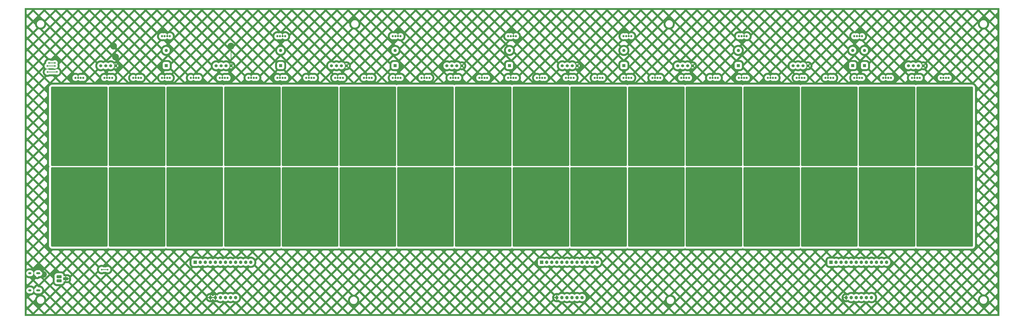
<source format=gtl>
%TF.GenerationSoftware,KiCad,Pcbnew,8.0.2*%
%TF.CreationDate,2024-06-11T18:45:27+02:00*%
%TF.ProjectId,chu_main,6368755f-6d61-4696-9e2e-6b696361645f,rev?*%
%TF.SameCoordinates,Original*%
%TF.FileFunction,Copper,L1,Top*%
%TF.FilePolarity,Positive*%
%FSLAX46Y46*%
G04 Gerber Fmt 4.6, Leading zero omitted, Abs format (unit mm)*
G04 Created by KiCad (PCBNEW 8.0.2) date 2024-06-11 18:45:27*
%MOMM*%
%LPD*%
G01*
G04 APERTURE LIST*
G04 Aperture macros list*
%AMRoundRect*
0 Rectangle with rounded corners*
0 $1 Rounding radius*
0 $2 $3 $4 $5 $6 $7 $8 $9 X,Y pos of 4 corners*
0 Add a 4 corners polygon primitive as box body*
4,1,4,$2,$3,$4,$5,$6,$7,$8,$9,$2,$3,0*
0 Add four circle primitives for the rounded corners*
1,1,$1+$1,$2,$3*
1,1,$1+$1,$4,$5*
1,1,$1+$1,$6,$7*
1,1,$1+$1,$8,$9*
0 Add four rect primitives between the rounded corners*
20,1,$1+$1,$2,$3,$4,$5,0*
20,1,$1+$1,$4,$5,$6,$7,0*
20,1,$1+$1,$6,$7,$8,$9,0*
20,1,$1+$1,$8,$9,$2,$3,0*%
G04 Aperture macros list end*
%TA.AperFunction,ComponentPad*%
%ADD10C,1.100000*%
%TD*%
%TA.AperFunction,ComponentPad*%
%ADD11R,1.600000X1.600000*%
%TD*%
%TA.AperFunction,ComponentPad*%
%ADD12O,1.600000X1.600000*%
%TD*%
%TA.AperFunction,ComponentPad*%
%ADD13C,1.524000*%
%TD*%
%TA.AperFunction,SMDPad,CuDef*%
%ADD14RoundRect,0.570000X-13.680000X-19.430000X13.680000X-19.430000X13.680000X19.430000X-13.680000X19.430000X0*%
%TD*%
%TA.AperFunction,ComponentPad*%
%ADD15O,1.700000X1.700000*%
%TD*%
%TA.AperFunction,ComponentPad*%
%ADD16R,1.700000X1.700000*%
%TD*%
%TA.AperFunction,ComponentPad*%
%ADD17O,1.600000X1.000000*%
%TD*%
%TA.AperFunction,ComponentPad*%
%ADD18O,2.100000X1.000000*%
%TD*%
%TA.AperFunction,ComponentPad*%
%ADD19RoundRect,0.300000X-0.950000X0.450000X-0.950000X-0.450000X0.950000X-0.450000X0.950000X0.450000X0*%
%TD*%
%TA.AperFunction,ViaPad*%
%ADD20C,0.800000*%
%TD*%
%TA.AperFunction,Conductor*%
%ADD21C,0.300000*%
%TD*%
G04 APERTURE END LIST*
D10*
%TO.P,D15,G,VSS*%
%TO.N,GND*%
X259850000Y-93574000D03*
%TO.P,D15,I,In*%
%TO.N,Net-(D14-Out)*%
X258550000Y-93574000D03*
%TO.P,D15,O,Out*%
%TO.N,Net-(D15-Out)*%
X262450000Y-93574000D03*
%TO.P,D15,V,VDD*%
%TO.N,+5V*%
X261150000Y-93574000D03*
%TD*%
%TO.P,D1,G,VSS*%
%TO.N,GND*%
X56850000Y-93574000D03*
%TO.P,D1,I,In*%
%TO.N,Net-(D1-In)*%
X55550000Y-93574000D03*
%TO.P,D1,O,Out*%
%TO.N,Net-(D1-Out)*%
X59450000Y-93574000D03*
%TO.P,D1,V,VDD*%
%TO.N,+5V*%
X58150000Y-93574000D03*
%TD*%
%TO.P,D24,G,VSS*%
%TO.N,GND*%
X390350000Y-93574000D03*
%TO.P,D24,I,In*%
%TO.N,Net-(D23-Out)*%
X389050000Y-93574000D03*
%TO.P,D24,O,Out*%
%TO.N,Net-(D24-Out)*%
X392950000Y-93574000D03*
%TO.P,D24,V,VDD*%
%TO.N,+5V*%
X391650000Y-93574000D03*
%TD*%
%TO.P,D16,G,VSS*%
%TO.N,GND*%
X274350000Y-93574000D03*
%TO.P,D16,I,In*%
%TO.N,Net-(D15-Out)*%
X273050000Y-93574000D03*
%TO.P,D16,O,Out*%
%TO.N,Net-(D16-Out)*%
X276950000Y-93574000D03*
%TO.P,D16,V,VDD*%
%TO.N,+5V*%
X275650000Y-93574000D03*
%TD*%
%TO.P,D25,G,VSS*%
%TO.N,GND*%
X404850000Y-93574000D03*
%TO.P,D25,I,In*%
%TO.N,Net-(D24-Out)*%
X403550000Y-93574000D03*
%TO.P,D25,O,Out*%
%TO.N,Net-(D25-Out)*%
X407450000Y-93574000D03*
%TO.P,D25,V,VDD*%
%TO.N,+5V*%
X406150000Y-93574000D03*
%TD*%
%TO.P,D33,G,VSS*%
%TO.N,GND*%
X391650000Y-72621500D03*
%TO.P,D33,I,In*%
%TO.N,Net-(D32-Out)*%
X392950000Y-72621500D03*
%TO.P,D33,O,Out*%
%TO.N,Net-(D33-Out)*%
X389050000Y-72621500D03*
%TO.P,D33,V,VDD*%
%TO.N,+5V*%
X390350000Y-72621500D03*
%TD*%
%TO.P,D6,G,VSS*%
%TO.N,GND*%
X129350000Y-93574000D03*
%TO.P,D6,I,In*%
%TO.N,Net-(D5-Out)*%
X128050000Y-93574000D03*
%TO.P,D6,O,Out*%
%TO.N,Net-(D6-Out)*%
X131950000Y-93574000D03*
%TO.P,D6,V,VDD*%
%TO.N,+5V*%
X130650000Y-93574000D03*
%TD*%
%TO.P,D11,G,VSS*%
%TO.N,GND*%
X201850000Y-93574000D03*
%TO.P,D11,I,In*%
%TO.N,Net-(D10-Out)*%
X200550000Y-93574000D03*
%TO.P,D11,O,Out*%
%TO.N,Net-(D11-Out)*%
X204450000Y-93574000D03*
%TO.P,D11,V,VDD*%
%TO.N,+5V*%
X203150000Y-93574000D03*
%TD*%
%TO.P,D23,G,VSS*%
%TO.N,GND*%
X375850000Y-93574000D03*
%TO.P,D23,I,In*%
%TO.N,Net-(D22-Out)*%
X374550000Y-93574000D03*
%TO.P,D23,O,Out*%
%TO.N,Net-(D23-Out)*%
X378450000Y-93574000D03*
%TO.P,D23,V,VDD*%
%TO.N,+5V*%
X377150000Y-93574000D03*
%TD*%
%TO.P,D34,G,VSS*%
%TO.N,GND*%
X333650000Y-72621500D03*
%TO.P,D34,I,In*%
%TO.N,Net-(D33-Out)*%
X334950000Y-72621500D03*
%TO.P,D34,O,Out*%
%TO.N,Net-(D34-Out)*%
X331050000Y-72621500D03*
%TO.P,D34,V,VDD*%
%TO.N,+5V*%
X332350000Y-72621500D03*
%TD*%
%TO.P,D30,G,VSS*%
%TO.N,GND*%
X477350000Y-93574000D03*
%TO.P,D30,I,In*%
%TO.N,Net-(D29-Out)*%
X476050000Y-93574000D03*
%TO.P,D30,O,Out*%
%TO.N,Net-(D30-Out)*%
X479950000Y-93574000D03*
%TO.P,D30,V,VDD*%
%TO.N,+5V*%
X478650000Y-93574000D03*
%TD*%
%TO.P,D14,G,VSS*%
%TO.N,GND*%
X245350000Y-93574000D03*
%TO.P,D14,I,In*%
%TO.N,Net-(D13-Out)*%
X244050000Y-93574000D03*
%TO.P,D14,O,Out*%
%TO.N,Net-(D14-Out)*%
X247950000Y-93574000D03*
%TO.P,D14,V,VDD*%
%TO.N,+5V*%
X246650000Y-93574000D03*
%TD*%
%TO.P,D46,G,VSS*%
%TO.N,GND*%
X101650000Y-72621500D03*
%TO.P,D46,I,In*%
%TO.N,Net-(D45-Out)*%
X102950000Y-72621500D03*
%TO.P,D46,O,Out*%
%TO.N,unconnected-(D46-Out-PadO)*%
X99050000Y-72621500D03*
%TO.P,D46,V,VDD*%
%TO.N,+5V*%
X100350000Y-72621500D03*
%TD*%
%TO.P,D2,G,VSS*%
%TO.N,GND*%
X71350000Y-93574000D03*
%TO.P,D2,I,In*%
%TO.N,Net-(D1-Out)*%
X70050000Y-93574000D03*
%TO.P,D2,O,Out*%
%TO.N,Net-(D2-Out)*%
X73950000Y-93574000D03*
%TO.P,D2,V,VDD*%
%TO.N,+5V*%
X72650000Y-93574000D03*
%TD*%
%TO.P,D29,G,VSS*%
%TO.N,GND*%
X462850000Y-93574000D03*
%TO.P,D29,I,In*%
%TO.N,Net-(D28-Out)*%
X461550000Y-93574000D03*
%TO.P,D29,O,Out*%
%TO.N,Net-(D29-Out)*%
X465450000Y-93574000D03*
%TO.P,D29,V,VDD*%
%TO.N,+5V*%
X464150000Y-93574000D03*
%TD*%
%TO.P,D3,G,VSS*%
%TO.N,GND*%
X85850000Y-93574000D03*
%TO.P,D3,I,In*%
%TO.N,Net-(D2-Out)*%
X84550000Y-93574000D03*
%TO.P,D3,O,Out*%
%TO.N,Net-(D3-Out)*%
X88450000Y-93574000D03*
%TO.P,D3,V,VDD*%
%TO.N,+5V*%
X87150000Y-93574000D03*
%TD*%
%TO.P,D36,G,VSS*%
%TO.N,GND*%
X217650000Y-72621500D03*
%TO.P,D36,I,In*%
%TO.N,Net-(D35-Out)*%
X218950000Y-72621500D03*
%TO.P,D36,O,Out*%
%TO.N,Net-(D36-Out)*%
X215050000Y-72621500D03*
%TO.P,D36,V,VDD*%
%TO.N,+5V*%
X216350000Y-72621500D03*
%TD*%
%TO.P,D8,G,VSS*%
%TO.N,GND*%
X158350000Y-93574000D03*
%TO.P,D8,I,In*%
%TO.N,Net-(D7-Out)*%
X157050000Y-93574000D03*
%TO.P,D8,O,Out*%
%TO.N,Net-(D8-Out)*%
X160950000Y-93574000D03*
%TO.P,D8,V,VDD*%
%TO.N,+5V*%
X159650000Y-93574000D03*
%TD*%
%TO.P,D9,G,VSS*%
%TO.N,GND*%
X172850000Y-93574000D03*
%TO.P,D9,I,In*%
%TO.N,Net-(D8-Out)*%
X171550000Y-93574000D03*
%TO.P,D9,O,Out*%
%TO.N,Net-(D10-In)*%
X175450000Y-93574000D03*
%TO.P,D9,V,VDD*%
%TO.N,+5V*%
X174150000Y-93574000D03*
%TD*%
%TO.P,D45,G,VSS*%
%TO.N,GND*%
X159650000Y-72621500D03*
%TO.P,D45,I,In*%
%TO.N,Net-(D36-Out)*%
X160950000Y-72621500D03*
%TO.P,D45,O,Out*%
%TO.N,Net-(D45-Out)*%
X157050000Y-72621500D03*
%TO.P,D45,V,VDD*%
%TO.N,+5V*%
X158350000Y-72621500D03*
%TD*%
%TO.P,D27,G,VSS*%
%TO.N,GND*%
X433850000Y-93574000D03*
%TO.P,D27,I,In*%
%TO.N,Net-(D26-Out)*%
X432550000Y-93574000D03*
%TO.P,D27,O,Out*%
%TO.N,Net-(D27-Out)*%
X436450000Y-93574000D03*
%TO.P,D27,V,VDD*%
%TO.N,+5V*%
X435150000Y-93574000D03*
%TD*%
%TO.P,D31,G,VSS*%
%TO.N,GND*%
X491850000Y-93574000D03*
%TO.P,D31,I,In*%
%TO.N,Net-(D30-Out)*%
X490550000Y-93574000D03*
%TO.P,D31,O,Out*%
%TO.N,Net-(D31-Out)*%
X494450000Y-93574000D03*
%TO.P,D31,V,VDD*%
%TO.N,+5V*%
X493150000Y-93574000D03*
%TD*%
%TO.P,D28,G,VSS*%
%TO.N,GND*%
X448350000Y-93574000D03*
%TO.P,D28,I,In*%
%TO.N,Net-(D27-Out)*%
X447050000Y-93574000D03*
%TO.P,D28,O,Out*%
%TO.N,Net-(D28-Out)*%
X450950000Y-93574000D03*
%TO.P,D28,V,VDD*%
%TO.N,+5V*%
X449650000Y-93574000D03*
%TD*%
%TO.P,D22,G,VSS*%
%TO.N,GND*%
X361350000Y-93574000D03*
%TO.P,D22,I,In*%
%TO.N,Net-(D21-Out)*%
X360050000Y-93574000D03*
%TO.P,D22,O,Out*%
%TO.N,Net-(D22-Out)*%
X363950000Y-93574000D03*
%TO.P,D22,V,VDD*%
%TO.N,+5V*%
X362650000Y-93574000D03*
%TD*%
%TO.P,D21,G,VSS*%
%TO.N,GND*%
X346850000Y-93574000D03*
%TO.P,D21,I,In*%
%TO.N,Net-(D20-Out)*%
X345550000Y-93574000D03*
%TO.P,D21,O,Out*%
%TO.N,Net-(D21-Out)*%
X349450000Y-93574000D03*
%TO.P,D21,V,VDD*%
%TO.N,+5V*%
X348150000Y-93574000D03*
%TD*%
%TO.P,D5,G,VSS*%
%TO.N,GND*%
X114850000Y-93574000D03*
%TO.P,D5,I,In*%
%TO.N,Net-(D4-Out)*%
X113550000Y-93574000D03*
%TO.P,D5,O,Out*%
%TO.N,Net-(D5-Out)*%
X117450000Y-93574000D03*
%TO.P,D5,V,VDD*%
%TO.N,+5V*%
X116150000Y-93574000D03*
%TD*%
%TO.P,D26,G,VSS*%
%TO.N,GND*%
X419350000Y-93574000D03*
%TO.P,D26,I,In*%
%TO.N,Net-(D25-Out)*%
X418050000Y-93574000D03*
%TO.P,D26,O,Out*%
%TO.N,Net-(D26-Out)*%
X421950000Y-93574000D03*
%TO.P,D26,V,VDD*%
%TO.N,+5V*%
X420650000Y-93574000D03*
%TD*%
%TO.P,D32,G,VSS*%
%TO.N,GND*%
X449650000Y-72621500D03*
%TO.P,D32,I,In*%
%TO.N,Net-(D31-Out)*%
X450950000Y-72621500D03*
%TO.P,D32,O,Out*%
%TO.N,Net-(D32-Out)*%
X447050000Y-72621500D03*
%TO.P,D32,V,VDD*%
%TO.N,+5V*%
X448350000Y-72621500D03*
%TD*%
%TO.P,D35,G,VSS*%
%TO.N,GND*%
X275650000Y-72621500D03*
%TO.P,D35,I,In*%
%TO.N,Net-(D34-Out)*%
X276950000Y-72621500D03*
%TO.P,D35,O,Out*%
%TO.N,Net-(D35-Out)*%
X273050000Y-72621500D03*
%TO.P,D35,V,VDD*%
%TO.N,+5V*%
X274350000Y-72621500D03*
%TD*%
%TO.P,D13,G,VSS*%
%TO.N,GND*%
X230850000Y-93574000D03*
%TO.P,D13,I,In*%
%TO.N,Net-(D12-Out)*%
X229550000Y-93574000D03*
%TO.P,D13,O,Out*%
%TO.N,Net-(D13-Out)*%
X233450000Y-93574000D03*
%TO.P,D13,V,VDD*%
%TO.N,+5V*%
X232150000Y-93574000D03*
%TD*%
%TO.P,D4,G,VSS*%
%TO.N,GND*%
X100350000Y-93574000D03*
%TO.P,D4,I,In*%
%TO.N,Net-(D3-Out)*%
X99050000Y-93574000D03*
%TO.P,D4,O,Out*%
%TO.N,Net-(D4-Out)*%
X102950000Y-93574000D03*
%TO.P,D4,V,VDD*%
%TO.N,+5V*%
X101650000Y-93574000D03*
%TD*%
%TO.P,D12,G,VSS*%
%TO.N,GND*%
X216350000Y-93574000D03*
%TO.P,D12,I,In*%
%TO.N,Net-(D11-Out)*%
X215050000Y-93574000D03*
%TO.P,D12,O,Out*%
%TO.N,Net-(D12-Out)*%
X218950000Y-93574000D03*
%TO.P,D12,V,VDD*%
%TO.N,+5V*%
X217650000Y-93574000D03*
%TD*%
%TO.P,D7,G,VSS*%
%TO.N,GND*%
X143850000Y-93574000D03*
%TO.P,D7,I,In*%
%TO.N,Net-(D6-Out)*%
X142550000Y-93574000D03*
%TO.P,D7,O,Out*%
%TO.N,Net-(D7-Out)*%
X146450000Y-93574000D03*
%TO.P,D7,V,VDD*%
%TO.N,+5V*%
X145150000Y-93574000D03*
%TD*%
%TO.P,D10,G,VSS*%
%TO.N,GND*%
X187350000Y-93574000D03*
%TO.P,D10,I,In*%
%TO.N,Net-(D10-In)*%
X186050000Y-93574000D03*
%TO.P,D10,O,Out*%
%TO.N,Net-(D10-Out)*%
X189950000Y-93574000D03*
%TO.P,D10,V,VDD*%
%TO.N,+5V*%
X188650000Y-93574000D03*
%TD*%
%TO.P,D20,G,VSS*%
%TO.N,GND*%
X332350000Y-93574000D03*
%TO.P,D20,I,In*%
%TO.N,Net-(D19-Out)*%
X331050000Y-93574000D03*
%TO.P,D20,O,Out*%
%TO.N,Net-(D20-Out)*%
X334950000Y-93574000D03*
%TO.P,D20,V,VDD*%
%TO.N,+5V*%
X333650000Y-93574000D03*
%TD*%
%TO.P,D19,G,VSS*%
%TO.N,GND*%
X317850000Y-93574000D03*
%TO.P,D19,I,In*%
%TO.N,Net-(D18-Out)*%
X316550000Y-93574000D03*
%TO.P,D19,O,Out*%
%TO.N,Net-(D19-Out)*%
X320450000Y-93574000D03*
%TO.P,D19,V,VDD*%
%TO.N,+5V*%
X319150000Y-93574000D03*
%TD*%
%TO.P,D18,G,VSS*%
%TO.N,GND*%
X303350000Y-93574000D03*
%TO.P,D18,I,In*%
%TO.N,Net-(D17-Out)*%
X302050000Y-93574000D03*
%TO.P,D18,O,Out*%
%TO.N,Net-(D18-Out)*%
X305950000Y-93574000D03*
%TO.P,D18,V,VDD*%
%TO.N,+5V*%
X304650000Y-93574000D03*
%TD*%
D11*
%TO.P,D39,1,K*%
%TO.N,Net-(D39-K)*%
X216191700Y-87384000D03*
D12*
%TO.P,D39,2,A*%
%TO.N,Net-(D37-A)*%
X216191700Y-79764000D03*
%TD*%
D13*
%TO.P,HC-SR04-2,1,VCC*%
%TO.N,+5V*%
X126250000Y-87500000D03*
%TO.P,HC-SR04-2,2,Trig*%
%TO.N,Net-(HC-SR04-1-Trig)*%
X128750000Y-87500000D03*
%TO.P,HC-SR04-2,3,Echo*%
%TO.N,Net-(D38-K)*%
X131250000Y-87500000D03*
%TO.P,HC-SR04-2,4,GND*%
%TO.N,GND*%
X133750000Y-87500000D03*
%TD*%
D14*
%TO.P,K16,1,Pin_1*%
%TO.N,Net-(K16-Pin_1)*%
X492500000Y-118000000D03*
%TD*%
D11*
%TO.P,D40,1,K*%
%TO.N,Net-(D40-K)*%
X273704600Y-87384000D03*
D12*
%TO.P,D40,2,A*%
%TO.N,Net-(D37-A)*%
X273704600Y-79764000D03*
%TD*%
D14*
%TO.P,K31,1,Pin_1*%
%TO.N,Net-(K31-Pin_1)*%
X463500000Y-158500000D03*
%TD*%
D13*
%TO.P,HC-SR04-8,1,VCC*%
%TO.N,+5V*%
X474250000Y-87500000D03*
%TO.P,HC-SR04-8,2,Trig*%
%TO.N,Net-(HC-SR04-1-Trig)*%
X476750000Y-87500000D03*
%TO.P,HC-SR04-8,3,Echo*%
%TO.N,Net-(D44-K)*%
X479250000Y-87500000D03*
%TO.P,HC-SR04-8,4,GND*%
%TO.N,GND*%
X481750000Y-87500000D03*
%TD*%
D14*
%TO.P,K2,1,Pin_1*%
%TO.N,Net-(K2-Pin_1)*%
X86500000Y-118000000D03*
%TD*%
%TO.P,K26,1,Pin_1*%
%TO.N,Net-(K26-Pin_1)*%
X318500000Y-158500000D03*
%TD*%
%TO.P,K23,1,Pin_1*%
%TO.N,Net-(K23-Pin_1)*%
X231500000Y-158500000D03*
%TD*%
D13*
%TO.P,HC-SR04-5,1,VCC*%
%TO.N,+5V*%
X300250000Y-87500000D03*
%TO.P,HC-SR04-5,2,Trig*%
%TO.N,Net-(HC-SR04-1-Trig)*%
X302750000Y-87500000D03*
%TO.P,HC-SR04-5,3,Echo*%
%TO.N,Net-(D41-K)*%
X305250000Y-87500000D03*
%TO.P,HC-SR04-5,4,GND*%
%TO.N,GND*%
X307750000Y-87500000D03*
%TD*%
D14*
%TO.P,K10,1,Pin_1*%
%TO.N,Net-(K10-Pin_1)*%
X318500000Y-118000000D03*
%TD*%
%TO.P,K12,1,Pin_1*%
%TO.N,Net-(K12-Pin_1)*%
X376500000Y-118000000D03*
%TD*%
D13*
%TO.P,HC-SR04-7,1,VCC*%
%TO.N,+5V*%
X416250000Y-87500000D03*
%TO.P,HC-SR04-7,2,Trig*%
%TO.N,Net-(HC-SR04-1-Trig)*%
X418750000Y-87500000D03*
%TO.P,HC-SR04-7,3,Echo*%
%TO.N,Net-(D43-K)*%
X421250000Y-87500000D03*
%TO.P,HC-SR04-7,4,GND*%
%TO.N,GND*%
X423750000Y-87500000D03*
%TD*%
%TO.P,HC-SR04-6,1,VCC*%
%TO.N,+5V*%
X358250000Y-87500000D03*
%TO.P,HC-SR04-6,2,Trig*%
%TO.N,Net-(HC-SR04-1-Trig)*%
X360750000Y-87500000D03*
%TO.P,HC-SR04-6,3,Echo*%
%TO.N,Net-(D42-K)*%
X363250000Y-87500000D03*
%TO.P,HC-SR04-6,4,GND*%
%TO.N,GND*%
X365750000Y-87500000D03*
%TD*%
D14*
%TO.P,K7,1,Pin_1*%
%TO.N,Net-(K7-Pin_1)*%
X231500000Y-118000000D03*
%TD*%
D11*
%TO.P,D44,1,K*%
%TO.N,Net-(D44-K)*%
X452196000Y-87384000D03*
D12*
%TO.P,D44,2,A*%
%TO.N,Net-(D37-A)*%
X452196000Y-79764000D03*
%TD*%
D14*
%TO.P,K25,1,Pin_1*%
%TO.N,Net-(K25-Pin_1)*%
X289500000Y-158500000D03*
%TD*%
%TO.P,K3,1,Pin_1*%
%TO.N,Net-(K3-Pin_1)*%
X115500000Y-118000000D03*
%TD*%
%TO.P,K4,1,Pin_1*%
%TO.N,Net-(K4-Pin_1)*%
X144500000Y-118000000D03*
%TD*%
%TO.P,K13,1,Pin_1*%
%TO.N,Net-(K13-Pin_1)*%
X405500000Y-118000000D03*
%TD*%
%TO.P,K29,1,Pin_1*%
%TO.N,Net-(K29-Pin_1)*%
X405500000Y-158500000D03*
%TD*%
%TO.P,K20,1,Pin_1*%
%TO.N,Net-(K20-Pin_1)*%
X144500000Y-158500000D03*
%TD*%
%TO.P,K11,1,Pin_1*%
%TO.N,Net-(K11-Pin_1)*%
X347500000Y-118000000D03*
%TD*%
D13*
%TO.P,HC-SR04-4,1,VCC*%
%TO.N,+5V*%
X242250000Y-87500000D03*
%TO.P,HC-SR04-4,2,Trig*%
%TO.N,Net-(HC-SR04-1-Trig)*%
X244750000Y-87500000D03*
%TO.P,HC-SR04-4,3,Echo*%
%TO.N,Net-(D40-K)*%
X247250000Y-87500000D03*
%TO.P,HC-SR04-4,4,GND*%
%TO.N,GND*%
X249750000Y-87500000D03*
%TD*%
D11*
%TO.P,D43,1,K*%
%TO.N,Net-(D43-K)*%
X446243100Y-87384000D03*
D12*
%TO.P,D43,2,A*%
%TO.N,Net-(D37-A)*%
X446243100Y-79764000D03*
%TD*%
D14*
%TO.P,K22,1,Pin_1*%
%TO.N,Net-(K22-Pin_1)*%
X202500000Y-158500000D03*
%TD*%
%TO.P,K14,1,Pin_1*%
%TO.N,Net-(K14-Pin_1)*%
X434500000Y-118000000D03*
%TD*%
D13*
%TO.P,HC-SR04-1,1,VCC*%
%TO.N,+5V*%
X68250000Y-87500000D03*
%TO.P,HC-SR04-1,2,Trig*%
%TO.N,Net-(HC-SR04-1-Trig)*%
X70750000Y-87500000D03*
%TO.P,HC-SR04-1,3,Echo*%
%TO.N,Net-(D37-K)*%
X73250000Y-87500000D03*
%TO.P,HC-SR04-1,4,GND*%
%TO.N,GND*%
X75750000Y-87500000D03*
%TD*%
D11*
%TO.P,D38,1,K*%
%TO.N,Net-(D38-K)*%
X158678900Y-87384000D03*
D12*
%TO.P,D38,2,A*%
%TO.N,Net-(D37-A)*%
X158678900Y-79764000D03*
%TD*%
D14*
%TO.P,K27,1,Pin_1*%
%TO.N,Net-(K27-Pin_1)*%
X347500000Y-158500000D03*
%TD*%
%TO.P,K18,1,Pin_1*%
%TO.N,Net-(K18-Pin_1)*%
X86500000Y-158500000D03*
%TD*%
%TO.P,K5,1,Pin_1*%
%TO.N,Net-(K5-Pin_1)*%
X173500000Y-118000000D03*
%TD*%
%TO.P,K19,1,Pin_1*%
%TO.N,Net-(K19-Pin_1)*%
X115500000Y-158500000D03*
%TD*%
%TO.P,K9,1,Pin_1*%
%TO.N,Net-(K9-Pin_1)*%
X289500000Y-118000000D03*
%TD*%
%TO.P,K32,1,Pin_1*%
%TO.N,Net-(K32-Pin_1)*%
X492500000Y-158500000D03*
%TD*%
%TO.P,K28,1,Pin_1*%
%TO.N,Net-(K28-Pin_1)*%
X376500000Y-158500000D03*
%TD*%
%TO.P,K17,1,Pin_1*%
%TO.N,Net-(K17-Pin_1)*%
X57500000Y-158500000D03*
%TD*%
D11*
%TO.P,D41,1,K*%
%TO.N,Net-(D41-K)*%
X331217400Y-87384000D03*
D12*
%TO.P,D41,2,A*%
%TO.N,Net-(D37-A)*%
X331217400Y-79764000D03*
%TD*%
D14*
%TO.P,K30,1,Pin_1*%
%TO.N,Net-(K30-Pin_1)*%
X434500000Y-158500000D03*
%TD*%
%TO.P,K8,1,Pin_1*%
%TO.N,Net-(K8-Pin_1)*%
X260500000Y-118000000D03*
%TD*%
%TO.P,K1,1,Pin_1*%
%TO.N,Net-(K1-Pin_1)*%
X57500000Y-118000000D03*
%TD*%
D13*
%TO.P,HC-SR04-3,1,VCC*%
%TO.N,+5V*%
X184250000Y-87500000D03*
%TO.P,HC-SR04-3,2,Trig*%
%TO.N,Net-(HC-SR04-1-Trig)*%
X186750000Y-87500000D03*
%TO.P,HC-SR04-3,3,Echo*%
%TO.N,Net-(D39-K)*%
X189250000Y-87500000D03*
%TO.P,HC-SR04-3,4,GND*%
%TO.N,GND*%
X191750000Y-87500000D03*
%TD*%
D14*
%TO.P,K21,1,Pin_1*%
%TO.N,Net-(K21-Pin_1)*%
X173500000Y-158500000D03*
%TD*%
%TO.P,K24,1,Pin_1*%
%TO.N,Net-(K24-Pin_1)*%
X260500000Y-158500000D03*
%TD*%
%TO.P,K15,1,Pin_1*%
%TO.N,Net-(K15-Pin_1)*%
X463500000Y-118000000D03*
%TD*%
%TO.P,K6,1,Pin_1*%
%TO.N,Net-(K6-Pin_1)*%
X202500000Y-118000000D03*
%TD*%
D11*
%TO.P,D37,1,K*%
%TO.N,Net-(D37-K)*%
X101166000Y-87384000D03*
D12*
%TO.P,D37,2,A*%
%TO.N,Net-(D37-A)*%
X101166000Y-79764000D03*
%TD*%
D11*
%TO.P,D42,1,K*%
%TO.N,Net-(D42-K)*%
X388730300Y-87384000D03*
D12*
%TO.P,D42,2,A*%
%TO.N,Net-(D37-A)*%
X388730300Y-79764000D03*
%TD*%
D15*
%TO.P,U3,1,~{IRQ}*%
%TO.N,unconnected-(U3-~{IRQ}-Pad1)*%
X133476000Y-204164000D03*
%TO.P,U3,2,SCL*%
%TO.N,/SCL*%
X130936000Y-204164000D03*
%TO.P,U3,3,SDA*%
%TO.N,/SDA*%
X128396000Y-204164000D03*
%TO.P,U3,4,ADDR*%
%TO.N,GND*%
X125856000Y-204164000D03*
%TO.P,U3,6,VSS*%
X123316000Y-204164000D03*
D16*
%TO.P,U3,8,ELE0*%
%TO.N,Net-(K17-Pin_1)*%
X115696000Y-186384000D03*
D15*
%TO.P,U3,9,ELE1*%
%TO.N,Net-(K18-Pin_1)*%
X118236000Y-186384000D03*
%TO.P,U3,10,ELE2*%
%TO.N,Net-(K19-Pin_1)*%
X120776000Y-186384000D03*
%TO.P,U3,11,ELE3*%
%TO.N,Net-(K1-Pin_1)*%
X123316000Y-186384000D03*
%TO.P,U3,12,LED0/ELE4*%
%TO.N,Net-(K2-Pin_1)*%
X125856000Y-186384000D03*
%TO.P,U3,13,LED1/ELE5*%
%TO.N,Net-(K3-Pin_1)*%
X128396000Y-186384000D03*
%TO.P,U3,14,LED2/ELE6*%
%TO.N,Net-(K4-Pin_1)*%
X130936000Y-186384000D03*
%TO.P,U3,15,LED3/ELE7*%
%TO.N,Net-(K5-Pin_1)*%
X133476000Y-186384000D03*
%TO.P,U3,16,LED4/ELE8*%
%TO.N,Net-(K6-Pin_1)*%
X136016000Y-186384000D03*
%TO.P,U3,17,LED5/ELE9*%
%TO.N,Net-(K20-Pin_1)*%
X138556000Y-186384000D03*
%TO.P,U3,18,LED6/ELE10*%
%TO.N,Net-(K21-Pin_1)*%
X141096000Y-186384000D03*
%TO.P,U3,19,LED7/ELE11*%
%TO.N,Net-(K22-Pin_1)*%
X143636000Y-186384000D03*
%TO.P,U3,20,VDD*%
%TO.N,+3V3*%
X136016000Y-204164000D03*
%TD*%
D17*
%TO.P,USB1,13,SHIELD*%
%TO.N,unconnected-(USB1-SHIELD-Pad13)_0*%
X32613500Y-200544000D03*
D18*
%TO.N,unconnected-(USB1-SHIELD-Pad13)_1*%
X36793500Y-200544000D03*
D17*
%TO.N,unconnected-(USB1-SHIELD-Pad13)_2*%
X32613500Y-191904000D03*
D18*
%TO.N,unconnected-(USB1-SHIELD-Pad13)*%
X36793500Y-191904000D03*
%TD*%
D15*
%TO.P,U5,1,~{IRQ}*%
%TO.N,unconnected-(U5-~{IRQ}-Pad1)*%
X453156000Y-204164000D03*
%TO.P,U5,2,SCL*%
%TO.N,/SCL*%
X450616000Y-204164000D03*
%TO.P,U5,3,SDA*%
%TO.N,/SDA*%
X448076000Y-204164000D03*
%TO.P,U5,4,ADDR*%
X445536000Y-204164000D03*
%TO.P,U5,6,VSS*%
%TO.N,GND*%
X442996000Y-204164000D03*
D16*
%TO.P,U5,8,ELE0*%
%TO.N,Net-(K29-Pin_1)*%
X435376000Y-186384000D03*
D15*
%TO.P,U5,9,ELE1*%
%TO.N,Net-(K30-Pin_1)*%
X437916000Y-186384000D03*
%TO.P,U5,10,ELE2*%
%TO.N,Net-(K13-Pin_1)*%
X440456000Y-186384000D03*
%TO.P,U5,11,ELE3*%
%TO.N,Net-(K14-Pin_1)*%
X442996000Y-186384000D03*
%TO.P,U5,12,LED0/ELE4*%
%TO.N,Net-(K15-Pin_1)*%
X445536000Y-186384000D03*
%TO.P,U5,13,LED1/ELE5*%
%TO.N,Net-(K16-Pin_1)*%
X448076000Y-186384000D03*
%TO.P,U5,14,LED2/ELE6*%
%TO.N,Net-(K31-Pin_1)*%
X450616000Y-186384000D03*
%TO.P,U5,15,LED3/ELE7*%
%TO.N,Net-(K32-Pin_1)*%
X453156000Y-186384000D03*
%TO.P,U5,16,LED4/ELE8*%
%TO.N,unconnected-(U5-LED4{slash}ELE8-Pad16)*%
X455696000Y-186384000D03*
%TO.P,U5,17,LED5/ELE9*%
%TO.N,unconnected-(U5-LED5{slash}ELE9-Pad17)*%
X458236000Y-186384000D03*
%TO.P,U5,18,LED6/ELE10*%
%TO.N,unconnected-(U5-LED6{slash}ELE10-Pad18)*%
X460776000Y-186384000D03*
%TO.P,U5,19,LED7/ELE11*%
%TO.N,unconnected-(U5-LED7{slash}ELE11-Pad19)*%
X463316000Y-186384000D03*
%TO.P,U5,20,VDD*%
%TO.N,+3V3*%
X455696000Y-204164000D03*
%TD*%
D19*
%TO.P,U1,TP1,TP1*%
%TO.N,GND*%
X50586000Y-194674000D03*
%TO.P,U1,TP2,TP2*%
%TO.N,Net-(USB1-DN1)*%
X47306000Y-195674000D03*
%TO.P,U1,TP3,TP3*%
%TO.N,Net-(USB1-DP1)*%
X47286000Y-193674000D03*
%TD*%
D15*
%TO.P,U4,1,~{IRQ}*%
%TO.N,unconnected-(U4-~{IRQ}-Pad1)*%
X307656000Y-204164000D03*
%TO.P,U4,2,SCL*%
%TO.N,/SCL*%
X305116000Y-204164000D03*
%TO.P,U4,3,SDA*%
%TO.N,/SDA*%
X302576000Y-204164000D03*
%TO.P,U4,4,ADDR*%
%TO.N,+3V3*%
X300036000Y-204164000D03*
%TO.P,U4,6,VSS*%
%TO.N,GND*%
X297496000Y-204164000D03*
D16*
%TO.P,U4,8,ELE0*%
%TO.N,Net-(K23-Pin_1)*%
X289876000Y-186384000D03*
D15*
%TO.P,U4,9,ELE1*%
%TO.N,Net-(K24-Pin_1)*%
X292416000Y-186384000D03*
%TO.P,U4,10,ELE2*%
%TO.N,Net-(K25-Pin_1)*%
X294956000Y-186384000D03*
%TO.P,U4,11,ELE3*%
%TO.N,Net-(K7-Pin_1)*%
X297496000Y-186384000D03*
%TO.P,U4,12,LED0/ELE4*%
%TO.N,Net-(K8-Pin_1)*%
X300036000Y-186384000D03*
%TO.P,U4,13,LED1/ELE5*%
%TO.N,Net-(K9-Pin_1)*%
X302576000Y-186384000D03*
%TO.P,U4,14,LED2/ELE6*%
%TO.N,Net-(K10-Pin_1)*%
X305116000Y-186384000D03*
%TO.P,U4,15,LED3/ELE7*%
%TO.N,Net-(K11-Pin_1)*%
X307656000Y-186384000D03*
%TO.P,U4,16,LED4/ELE8*%
%TO.N,Net-(K12-Pin_1)*%
X310196000Y-186384000D03*
%TO.P,U4,17,LED5/ELE9*%
%TO.N,Net-(K26-Pin_1)*%
X312736000Y-186384000D03*
%TO.P,U4,18,LED6/ELE10*%
%TO.N,Net-(K27-Pin_1)*%
X315276000Y-186384000D03*
%TO.P,U4,19,LED7/ELE11*%
%TO.N,Net-(K28-Pin_1)*%
X317816000Y-186384000D03*
%TO.P,U4,20,VDD*%
%TO.N,+3V3*%
X310196000Y-204164000D03*
%TD*%
D10*
%TO.P,D17,G,VSS*%
%TO.N,GND*%
X288850000Y-93574000D03*
%TO.P,D17,I,In*%
%TO.N,Net-(D16-Out)*%
X287550000Y-93574000D03*
%TO.P,D17,O,Out*%
%TO.N,Net-(D17-Out)*%
X291450000Y-93574000D03*
%TO.P,D17,V,VDD*%
%TO.N,+5V*%
X290150000Y-93574000D03*
%TD*%
D20*
%TO.N,GND*%
X133696000Y-77574000D03*
X39416000Y-192474000D03*
X37256000Y-189824000D03*
X75696000Y-83074000D03*
X74696000Y-77574000D03*
%TO.N,Net-(D37-A)*%
X71696000Y-190074000D03*
X45196000Y-86074000D03*
X42196000Y-86074000D03*
X68696000Y-190074000D03*
%TO.N,Net-(HC-SR04-1-Trig)*%
X41396000Y-87584000D03*
X45196000Y-87574000D03*
%TO.N,Net-(K1-Pin_1)*%
X70686000Y-136889000D03*
%TO.N,Net-(K2-Pin_1)*%
X99261000Y-136889000D03*
%TO.N,Net-(K3-Pin_1)*%
X128471000Y-136889000D03*
%TO.N,Net-(K4-Pin_1)*%
X131646000Y-136889000D03*
%TO.N,Net-(K5-Pin_1)*%
X160856000Y-136889000D03*
%TO.N,Net-(K6-Pin_1)*%
X189431000Y-136889000D03*
%TO.N,Net-(K7-Pin_1)*%
X244041000Y-136889000D03*
%TO.N,Net-(K8-Pin_1)*%
X273251000Y-136889000D03*
%TO.N,Net-(K9-Pin_1)*%
X302461000Y-136889000D03*
%TO.N,Net-(K10-Pin_1)*%
X305636000Y-136889000D03*
%TO.N,Net-(K11-Pin_1)*%
X334846000Y-136889000D03*
%TO.N,Net-(K12-Pin_1)*%
X363421000Y-136889000D03*
%TO.N,Net-(K13-Pin_1)*%
X418031000Y-136889000D03*
%TO.N,Net-(K14-Pin_1)*%
X447241000Y-136889000D03*
%TO.N,Net-(K15-Pin_1)*%
X450416000Y-136889000D03*
%TO.N,Net-(K16-Pin_1)*%
X479626000Y-136889000D03*
%TO.N,Net-(K17-Pin_1)*%
X70696000Y-177574000D03*
%TO.N,Net-(K18-Pin_1)*%
X99696000Y-177574000D03*
%TO.N,Net-(K19-Pin_1)*%
X120696000Y-177574000D03*
%TO.N,Net-(K20-Pin_1)*%
X138696000Y-177574000D03*
%TO.N,Net-(K21-Pin_1)*%
X160196000Y-177574000D03*
%TO.N,Net-(K22-Pin_1)*%
X189696000Y-177574000D03*
%TO.N,Net-(K23-Pin_1)*%
X244696000Y-177574000D03*
%TO.N,Net-(K24-Pin_1)*%
X273696000Y-177574000D03*
%TO.N,Net-(K25-Pin_1)*%
X294696000Y-177074000D03*
%TO.N,Net-(K26-Pin_1)*%
X312696000Y-177074000D03*
%TO.N,Net-(K27-Pin_1)*%
X334196000Y-177574000D03*
%TO.N,Net-(K28-Pin_1)*%
X363196000Y-177574000D03*
%TO.N,Net-(K29-Pin_1)*%
X418696000Y-177574000D03*
%TO.N,Net-(K30-Pin_1)*%
X437696000Y-177574000D03*
%TO.N,Net-(K31-Pin_1)*%
X455196000Y-177574000D03*
%TO.N,Net-(K32-Pin_1)*%
X479196000Y-177574000D03*
%TO.N,Net-(U1-GPIO2)*%
X46196000Y-90574000D03*
X41446000Y-90654000D03*
%TD*%
D21*
%TO.N,Net-(K16-Pin_1)*%
X479626000Y-130874000D02*
X492500000Y-118000000D01*
X479626000Y-136889000D02*
X479626000Y-130874000D01*
%TO.N,Net-(K15-Pin_1)*%
X450416000Y-136889000D02*
X450416000Y-131084000D01*
X450416000Y-131084000D02*
X463500000Y-118000000D01*
%TO.N,Net-(K14-Pin_1)*%
X447241000Y-130741000D02*
X434500000Y-118000000D01*
X447241000Y-136889000D02*
X447241000Y-130741000D01*
%TO.N,Net-(K13-Pin_1)*%
X418031000Y-130531000D02*
X405500000Y-118000000D01*
X418031000Y-136889000D02*
X418031000Y-130531000D01*
%TO.N,Net-(K12-Pin_1)*%
X363421000Y-131079000D02*
X376500000Y-118000000D01*
X363421000Y-136889000D02*
X363421000Y-131079000D01*
%TO.N,Net-(K11-Pin_1)*%
X334846000Y-130654000D02*
X347500000Y-118000000D01*
X334846000Y-136889000D02*
X334846000Y-130654000D01*
%TO.N,Net-(K10-Pin_1)*%
X305636000Y-130864000D02*
X318500000Y-118000000D01*
X305636000Y-136889000D02*
X305636000Y-130864000D01*
%TO.N,Net-(K9-Pin_1)*%
X302461000Y-130961000D02*
X289500000Y-118000000D01*
X302461000Y-136889000D02*
X302461000Y-130961000D01*
%TO.N,Net-(K8-Pin_1)*%
X273251000Y-130751000D02*
X260500000Y-118000000D01*
X273251000Y-136889000D02*
X273251000Y-130751000D01*
%TO.N,Net-(K7-Pin_1)*%
X244041000Y-136889000D02*
X244041000Y-130541000D01*
X244041000Y-130541000D02*
X231500000Y-118000000D01*
%TO.N,Net-(K6-Pin_1)*%
X189431000Y-136889000D02*
X189431000Y-131069000D01*
X189431000Y-131069000D02*
X202500000Y-118000000D01*
%TO.N,Net-(K5-Pin_1)*%
X160856000Y-130644000D02*
X173500000Y-118000000D01*
X160856000Y-136889000D02*
X160856000Y-130644000D01*
%TO.N,Net-(K4-Pin_1)*%
X144500000Y-124035000D02*
X131646000Y-136889000D01*
X144500000Y-118000000D02*
X144500000Y-124035000D01*
%TO.N,Net-(K3-Pin_1)*%
X115500000Y-123918000D02*
X128471000Y-136889000D01*
X115500000Y-118000000D02*
X115500000Y-123918000D01*
%TO.N,Net-(K2-Pin_1)*%
X86500000Y-124128000D02*
X99261000Y-136889000D01*
X86500000Y-118000000D02*
X86500000Y-124128000D01*
%TO.N,Net-(K1-Pin_1)*%
X70686000Y-131186000D02*
X57500000Y-118000000D01*
X70686000Y-136889000D02*
X70686000Y-131186000D01*
%TO.N,GND*%
X143850000Y-92228000D02*
X143696000Y-92074000D01*
X433850000Y-92228000D02*
X433696000Y-92074000D01*
X433850000Y-93574000D02*
X433850000Y-92228000D01*
X201850000Y-92228000D02*
X201696000Y-92074000D01*
X390350000Y-92228000D02*
X390196000Y-92074000D01*
X217650000Y-72621500D02*
X217650000Y-71120000D01*
X259850000Y-93574000D02*
X259850000Y-92228000D01*
X158350000Y-93574000D02*
X158350000Y-92228000D01*
X317850000Y-93574000D02*
X317850000Y-92228000D01*
X288850000Y-93574000D02*
X288850000Y-92228000D01*
X39416000Y-192474000D02*
X39416000Y-191984000D01*
X71350000Y-92228000D02*
X71196000Y-92074000D01*
X477350000Y-92228000D02*
X477196000Y-92074000D01*
X275650000Y-72621500D02*
X275650000Y-71120000D01*
X172850000Y-93574000D02*
X172850000Y-92228000D01*
X217650000Y-72621500D02*
X217650000Y-72620000D01*
X303350000Y-93574000D02*
X303350000Y-92228000D01*
X56850000Y-93574000D02*
X56850000Y-92228000D01*
X462850000Y-92228000D02*
X462696000Y-92074000D01*
X158350000Y-92228000D02*
X158196000Y-92074000D01*
X230850000Y-93574000D02*
X230850000Y-92228000D01*
X245350000Y-92228000D02*
X245196000Y-92074000D01*
X133750000Y-77628000D02*
X133696000Y-77574000D01*
X274350000Y-92228000D02*
X274196000Y-92074000D01*
X448350000Y-92228000D02*
X448196000Y-92074000D01*
X346850000Y-93574000D02*
X346850000Y-92228000D01*
X71350000Y-93574000D02*
X71350000Y-92228000D01*
X159650000Y-72621500D02*
X159650000Y-71120000D01*
X462850000Y-93574000D02*
X462850000Y-92228000D01*
X333650000Y-71120000D02*
X333696000Y-71074000D01*
X390350000Y-93574000D02*
X390350000Y-92228000D01*
X75696000Y-83074000D02*
X75696000Y-78574000D01*
X333650000Y-72621500D02*
X333650000Y-71120000D01*
X448350000Y-93574000D02*
X448350000Y-92228000D01*
X419350000Y-93574000D02*
X419350000Y-92228000D01*
X259850000Y-92228000D02*
X259696000Y-92074000D01*
X101650000Y-72621500D02*
X101650000Y-71120000D01*
X332350000Y-93574000D02*
X332350000Y-92228000D01*
X303350000Y-92228000D02*
X303196000Y-92074000D01*
X100350000Y-93574000D02*
X100350000Y-92228000D01*
X477350000Y-93574000D02*
X477350000Y-92228000D01*
X361350000Y-93574000D02*
X361350000Y-92228000D01*
X114850000Y-93574000D02*
X114850000Y-92228000D01*
X85850000Y-93574000D02*
X85850000Y-92228000D01*
X404850000Y-92228000D02*
X404696000Y-92074000D01*
X317850000Y-92228000D02*
X317696000Y-92074000D01*
X75696000Y-78574000D02*
X74696000Y-77574000D01*
X129350000Y-93574000D02*
X129350000Y-92228000D01*
X404850000Y-93574000D02*
X404850000Y-92228000D01*
X133750000Y-87500000D02*
X133750000Y-77628000D01*
X201850000Y-93574000D02*
X201850000Y-92228000D01*
X56850000Y-92228000D02*
X56696000Y-92074000D01*
X288850000Y-92228000D02*
X288696000Y-92074000D01*
X114850000Y-92228000D02*
X114696000Y-92074000D01*
X274350000Y-93574000D02*
X274350000Y-92228000D01*
X449650000Y-71120000D02*
X449696000Y-71074000D01*
X39416000Y-191984000D02*
X37256000Y-189824000D01*
X217650000Y-72620000D02*
X217696000Y-72574000D01*
X85850000Y-92228000D02*
X85696000Y-92074000D01*
X245350000Y-93574000D02*
X245350000Y-92228000D01*
X216350000Y-92228000D02*
X216196000Y-92074000D01*
X187350000Y-93574000D02*
X187350000Y-92228000D01*
X75750000Y-87500000D02*
X75750000Y-83128000D01*
X159650000Y-71120000D02*
X159696000Y-71074000D01*
X143850000Y-93574000D02*
X143850000Y-92228000D01*
X172850000Y-92228000D02*
X172696000Y-92074000D01*
X391650000Y-71120000D02*
X391696000Y-71074000D01*
X449650000Y-72621500D02*
X449650000Y-71120000D01*
X216350000Y-93574000D02*
X216350000Y-92228000D01*
X391650000Y-72621500D02*
X391650000Y-71120000D01*
X75750000Y-83128000D02*
X75696000Y-83074000D01*
X375850000Y-93574000D02*
X375850000Y-92228000D01*
X419350000Y-92228000D02*
X419196000Y-92074000D01*
X100350000Y-92228000D02*
X100196000Y-92074000D01*
X375850000Y-92228000D02*
X375696000Y-92074000D01*
%TO.N,Net-(D37-A)*%
X71696000Y-190074000D02*
X68696000Y-190074000D01*
X45196000Y-86074000D02*
X42196000Y-86074000D01*
%TO.N,Net-(HC-SR04-1-Trig)*%
X45186000Y-87584000D02*
X45196000Y-87574000D01*
X41396000Y-87584000D02*
X45186000Y-87584000D01*
%TO.N,Net-(K17-Pin_1)*%
X57500000Y-158500000D02*
X70696000Y-171696000D01*
X70696000Y-171696000D02*
X70696000Y-177574000D01*
%TO.N,Net-(K18-Pin_1)*%
X99696000Y-177574000D02*
X86500000Y-164378000D01*
X86500000Y-164378000D02*
X86500000Y-158500000D01*
%TO.N,Net-(K19-Pin_1)*%
X120696000Y-177574000D02*
X115500000Y-172378000D01*
X115500000Y-172378000D02*
X115500000Y-158500000D01*
%TO.N,Net-(K20-Pin_1)*%
X144500000Y-171770000D02*
X144500000Y-158500000D01*
X138696000Y-177574000D02*
X144500000Y-171770000D01*
%TO.N,Net-(K21-Pin_1)*%
X173500000Y-164270000D02*
X173500000Y-158500000D01*
X160196000Y-177574000D02*
X173500000Y-164270000D01*
%TO.N,Net-(K22-Pin_1)*%
X202500000Y-164770000D02*
X202500000Y-158500000D01*
X189696000Y-177574000D02*
X202500000Y-164770000D01*
%TO.N,Net-(K23-Pin_1)*%
X231500000Y-158500000D02*
X244696000Y-171696000D01*
X244696000Y-171696000D02*
X244696000Y-177574000D01*
%TO.N,Net-(K24-Pin_1)*%
X260500000Y-164378000D02*
X260500000Y-158500000D01*
X273696000Y-177574000D02*
X260500000Y-164378000D01*
%TO.N,Net-(K25-Pin_1)*%
X294696000Y-177074000D02*
X289500000Y-171878000D01*
X289500000Y-171878000D02*
X289500000Y-158500000D01*
%TO.N,Net-(K26-Pin_1)*%
X312696000Y-177074000D02*
X318500000Y-171270000D01*
X318500000Y-171270000D02*
X318500000Y-158500000D01*
%TO.N,Net-(K27-Pin_1)*%
X334196000Y-177574000D02*
X347500000Y-164270000D01*
X347500000Y-164270000D02*
X347500000Y-158500000D01*
%TO.N,Net-(K28-Pin_1)*%
X363196000Y-177574000D02*
X376500000Y-164270000D01*
X376500000Y-164270000D02*
X376500000Y-158500000D01*
%TO.N,Net-(K29-Pin_1)*%
X418696000Y-177574000D02*
X405500000Y-164378000D01*
X405500000Y-164378000D02*
X405500000Y-158500000D01*
%TO.N,Net-(K30-Pin_1)*%
X437696000Y-177574000D02*
X434500000Y-174378000D01*
X434500000Y-174378000D02*
X434500000Y-158500000D01*
%TO.N,Net-(K31-Pin_1)*%
X463500000Y-169270000D02*
X463500000Y-158500000D01*
X455196000Y-177574000D02*
X463500000Y-169270000D01*
%TO.N,Net-(K32-Pin_1)*%
X492500000Y-164270000D02*
X492500000Y-158500000D01*
X479196000Y-177574000D02*
X492500000Y-164270000D01*
%TO.N,Net-(U1-GPIO2)*%
X41446000Y-90654000D02*
X46116000Y-90654000D01*
X46116000Y-90654000D02*
X46196000Y-90574000D01*
%TD*%
%TA.AperFunction,Conductor*%
%TO.N,GND*%
G36*
X125390075Y-203971007D02*
G01*
X125356000Y-204098174D01*
X125356000Y-204229826D01*
X125390075Y-204356993D01*
X125422988Y-204414000D01*
X123749012Y-204414000D01*
X123781925Y-204356993D01*
X123816000Y-204229826D01*
X123816000Y-204098174D01*
X123781925Y-203971007D01*
X123749012Y-203914000D01*
X125422988Y-203914000D01*
X125390075Y-203971007D01*
G37*
%TD.AperFunction*%
%TA.AperFunction,Conductor*%
G36*
X519943039Y-58445685D02*
G01*
X519988794Y-58498489D01*
X520000000Y-58550000D01*
X520000000Y-213302000D01*
X519980315Y-213369039D01*
X519927511Y-213414794D01*
X519876000Y-213426000D01*
X30124000Y-213426000D01*
X30056961Y-213406315D01*
X30011206Y-213353511D01*
X30000000Y-213302000D01*
X30000000Y-210586428D01*
X30998000Y-210586428D01*
X30998000Y-212428000D01*
X33401898Y-212428000D01*
X33536365Y-212293533D01*
X34947749Y-212293533D01*
X35082216Y-212428000D01*
X39058752Y-212428000D01*
X39193219Y-212293533D01*
X40604603Y-212293533D01*
X40739070Y-212428000D01*
X44715606Y-212428000D01*
X44850073Y-212293533D01*
X46261457Y-212293533D01*
X46395924Y-212428000D01*
X50372460Y-212428000D01*
X50506927Y-212293533D01*
X51918312Y-212293533D01*
X52052779Y-212428000D01*
X56029315Y-212428000D01*
X56163782Y-212293533D01*
X57575166Y-212293533D01*
X57709633Y-212428000D01*
X61686169Y-212428000D01*
X61820636Y-212293533D01*
X63232020Y-212293533D01*
X63366487Y-212428000D01*
X67343023Y-212428000D01*
X67477490Y-212293533D01*
X68888874Y-212293533D01*
X69023341Y-212428000D01*
X72999877Y-212428000D01*
X73134344Y-212293533D01*
X74545729Y-212293533D01*
X74680196Y-212428000D01*
X78656732Y-212428000D01*
X78791199Y-212293533D01*
X80202583Y-212293533D01*
X80337050Y-212428000D01*
X84313586Y-212428000D01*
X84448053Y-212293533D01*
X85859437Y-212293533D01*
X85993904Y-212428000D01*
X89970440Y-212428000D01*
X90104907Y-212293533D01*
X91516291Y-212293533D01*
X91650758Y-212428000D01*
X95627294Y-212428000D01*
X95761761Y-212293533D01*
X97173146Y-212293533D01*
X97307613Y-212428000D01*
X101284149Y-212428000D01*
X101418616Y-212293533D01*
X102830000Y-212293533D01*
X102964467Y-212428000D01*
X106941003Y-212428000D01*
X107075470Y-212293533D01*
X108486854Y-212293533D01*
X108621321Y-212428000D01*
X112597857Y-212428000D01*
X112732324Y-212293533D01*
X114143708Y-212293533D01*
X114278175Y-212428000D01*
X118254711Y-212428000D01*
X118389178Y-212293533D01*
X119800563Y-212293533D01*
X119935030Y-212428000D01*
X123911566Y-212428000D01*
X124046033Y-212293533D01*
X125457417Y-212293533D01*
X125591884Y-212428000D01*
X129568420Y-212428000D01*
X129702887Y-212293533D01*
X131114271Y-212293533D01*
X131248738Y-212428000D01*
X135225274Y-212428000D01*
X135359741Y-212293533D01*
X136771125Y-212293533D01*
X136905592Y-212428000D01*
X140882128Y-212428000D01*
X141016595Y-212293533D01*
X142427980Y-212293533D01*
X142562447Y-212428000D01*
X146538983Y-212428000D01*
X146673450Y-212293533D01*
X148084834Y-212293533D01*
X148219301Y-212428000D01*
X152195837Y-212428000D01*
X152330304Y-212293533D01*
X153741688Y-212293533D01*
X153876155Y-212428000D01*
X157852691Y-212428000D01*
X157987158Y-212293533D01*
X159398542Y-212293533D01*
X159533009Y-212428000D01*
X163509545Y-212428000D01*
X163644012Y-212293533D01*
X165055397Y-212293533D01*
X165189864Y-212428000D01*
X169166400Y-212428000D01*
X169300867Y-212293533D01*
X170712251Y-212293533D01*
X170846718Y-212428000D01*
X174823254Y-212428000D01*
X174957721Y-212293533D01*
X176369105Y-212293533D01*
X176503572Y-212428000D01*
X180480108Y-212428000D01*
X180614575Y-212293533D01*
X182025959Y-212293533D01*
X182160426Y-212428000D01*
X186136962Y-212428000D01*
X186271429Y-212293533D01*
X187682814Y-212293533D01*
X187817281Y-212428000D01*
X191793817Y-212428000D01*
X191928284Y-212293533D01*
X193339668Y-212293533D01*
X193474135Y-212428000D01*
X197450671Y-212428000D01*
X197585138Y-212293533D01*
X198996522Y-212293533D01*
X199130989Y-212428000D01*
X203107525Y-212428000D01*
X203241992Y-212293533D01*
X204653376Y-212293533D01*
X204787843Y-212428000D01*
X208764379Y-212428000D01*
X208898846Y-212293533D01*
X210310231Y-212293533D01*
X210444698Y-212428000D01*
X214421234Y-212428000D01*
X214555701Y-212293533D01*
X215967085Y-212293533D01*
X216101552Y-212428000D01*
X220078088Y-212428000D01*
X220212555Y-212293533D01*
X221623939Y-212293533D01*
X221758406Y-212428000D01*
X225734942Y-212428000D01*
X225869409Y-212293533D01*
X227280793Y-212293533D01*
X227415260Y-212428000D01*
X231391796Y-212428000D01*
X231526263Y-212293533D01*
X232937648Y-212293533D01*
X233072115Y-212428000D01*
X237048651Y-212428000D01*
X237183118Y-212293533D01*
X238594502Y-212293533D01*
X238728969Y-212428000D01*
X242705505Y-212428000D01*
X242839972Y-212293533D01*
X244251356Y-212293533D01*
X244385823Y-212428000D01*
X248362359Y-212428000D01*
X248496826Y-212293533D01*
X249908210Y-212293533D01*
X250042677Y-212428000D01*
X254019213Y-212428000D01*
X254153680Y-212293533D01*
X255565065Y-212293533D01*
X255699532Y-212428000D01*
X259676068Y-212428000D01*
X259810535Y-212293533D01*
X261221919Y-212293533D01*
X261356386Y-212428000D01*
X265332922Y-212428000D01*
X265467389Y-212293533D01*
X266878773Y-212293533D01*
X267013240Y-212428000D01*
X270989776Y-212428000D01*
X271124243Y-212293533D01*
X272535627Y-212293533D01*
X272670094Y-212428000D01*
X276646630Y-212428000D01*
X276781097Y-212293533D01*
X278192482Y-212293533D01*
X278326949Y-212428000D01*
X282303485Y-212428000D01*
X282437952Y-212293533D01*
X283849336Y-212293533D01*
X283983803Y-212428000D01*
X287960339Y-212428000D01*
X288094806Y-212293533D01*
X289506190Y-212293533D01*
X289640657Y-212428000D01*
X293617193Y-212428000D01*
X293751660Y-212293533D01*
X295163044Y-212293533D01*
X295297511Y-212428000D01*
X299274047Y-212428000D01*
X299408514Y-212293533D01*
X300819899Y-212293533D01*
X300954366Y-212428000D01*
X304930902Y-212428000D01*
X305065369Y-212293533D01*
X306476753Y-212293533D01*
X306611220Y-212428000D01*
X310587756Y-212428000D01*
X310722223Y-212293533D01*
X312133607Y-212293533D01*
X312268074Y-212428000D01*
X316244610Y-212428000D01*
X316379077Y-212293533D01*
X317790461Y-212293533D01*
X317924928Y-212428000D01*
X321901464Y-212428000D01*
X322035931Y-212293533D01*
X323447316Y-212293533D01*
X323581783Y-212428000D01*
X327558319Y-212428000D01*
X327692786Y-212293533D01*
X329104170Y-212293533D01*
X329238637Y-212428000D01*
X333215173Y-212428000D01*
X333349640Y-212293533D01*
X334761024Y-212293533D01*
X334895491Y-212428000D01*
X338872027Y-212428000D01*
X339006494Y-212293533D01*
X340417878Y-212293533D01*
X340552345Y-212428000D01*
X344528881Y-212428000D01*
X344663348Y-212293533D01*
X346074733Y-212293533D01*
X346209200Y-212428000D01*
X350185736Y-212428000D01*
X350320203Y-212293533D01*
X351731587Y-212293533D01*
X351866054Y-212428000D01*
X355842590Y-212428000D01*
X355977057Y-212293533D01*
X357388441Y-212293533D01*
X357522908Y-212428000D01*
X361499444Y-212428000D01*
X361633911Y-212293533D01*
X363045295Y-212293533D01*
X363179762Y-212428000D01*
X367156298Y-212428000D01*
X367290765Y-212293533D01*
X368702150Y-212293533D01*
X368836617Y-212428000D01*
X372813153Y-212428000D01*
X372947620Y-212293533D01*
X374359004Y-212293533D01*
X374493471Y-212428000D01*
X378470007Y-212428000D01*
X378604474Y-212293533D01*
X380015858Y-212293533D01*
X380150325Y-212428000D01*
X384126861Y-212428000D01*
X384261328Y-212293533D01*
X385672712Y-212293533D01*
X385807179Y-212428000D01*
X389783715Y-212428000D01*
X389918182Y-212293533D01*
X391329567Y-212293533D01*
X391464034Y-212428000D01*
X395440570Y-212428000D01*
X395575037Y-212293533D01*
X396986421Y-212293533D01*
X397120888Y-212428000D01*
X401097424Y-212428000D01*
X401231891Y-212293533D01*
X402643275Y-212293533D01*
X402777742Y-212428000D01*
X406754278Y-212428000D01*
X406888745Y-212293533D01*
X408300129Y-212293533D01*
X408434596Y-212428000D01*
X412411132Y-212428000D01*
X412545599Y-212293533D01*
X413956984Y-212293533D01*
X414091451Y-212428000D01*
X418067987Y-212428000D01*
X418202454Y-212293533D01*
X419613838Y-212293533D01*
X419748305Y-212428000D01*
X423724841Y-212428000D01*
X423859308Y-212293533D01*
X425270692Y-212293533D01*
X425405159Y-212428000D01*
X429381695Y-212428000D01*
X429516162Y-212293533D01*
X430927546Y-212293533D01*
X431062013Y-212428000D01*
X435038549Y-212428000D01*
X435173016Y-212293533D01*
X436584401Y-212293533D01*
X436718868Y-212428000D01*
X440695404Y-212428000D01*
X440829871Y-212293533D01*
X442241255Y-212293533D01*
X442375722Y-212428000D01*
X446352258Y-212428000D01*
X446486725Y-212293533D01*
X447898109Y-212293533D01*
X448032576Y-212428000D01*
X452009112Y-212428000D01*
X452143579Y-212293533D01*
X453554963Y-212293533D01*
X453689430Y-212428000D01*
X457665966Y-212428000D01*
X457800433Y-212293533D01*
X459211818Y-212293533D01*
X459346285Y-212428000D01*
X463322821Y-212428000D01*
X463457288Y-212293533D01*
X464868672Y-212293533D01*
X465003139Y-212428000D01*
X468979675Y-212428000D01*
X469114142Y-212293533D01*
X470525526Y-212293533D01*
X470659993Y-212428000D01*
X474636529Y-212428000D01*
X474770996Y-212293533D01*
X476182380Y-212293533D01*
X476316847Y-212428000D01*
X480293383Y-212428000D01*
X480427850Y-212293533D01*
X481839235Y-212293533D01*
X481973702Y-212428000D01*
X485950238Y-212428000D01*
X486084705Y-212293533D01*
X487496089Y-212293533D01*
X487630556Y-212428000D01*
X491607092Y-212428000D01*
X491741559Y-212293533D01*
X493152943Y-212293533D01*
X493287410Y-212428000D01*
X497263946Y-212428000D01*
X497398413Y-212293533D01*
X498809797Y-212293533D01*
X498944264Y-212428000D01*
X502920800Y-212428000D01*
X503055267Y-212293533D01*
X504466652Y-212293533D01*
X504601119Y-212428000D01*
X508577655Y-212428000D01*
X508712122Y-212293533D01*
X510123506Y-212293533D01*
X510257973Y-212428000D01*
X514234509Y-212428000D01*
X514368976Y-212293533D01*
X515780360Y-212293533D01*
X515914827Y-212428000D01*
X519002000Y-212428000D01*
X519002000Y-211269703D01*
X517903095Y-210170798D01*
X515780360Y-212293533D01*
X514368976Y-212293533D01*
X512246241Y-210170798D01*
X510123506Y-212293533D01*
X508712122Y-212293533D01*
X506589387Y-210170798D01*
X504466652Y-212293533D01*
X503055267Y-212293533D01*
X500932532Y-210170798D01*
X498809797Y-212293533D01*
X497398413Y-212293533D01*
X495275678Y-210170798D01*
X493152943Y-212293533D01*
X491741559Y-212293533D01*
X489618824Y-210170798D01*
X487496089Y-212293533D01*
X486084705Y-212293533D01*
X483961970Y-210170798D01*
X481839235Y-212293533D01*
X480427850Y-212293533D01*
X478305115Y-210170798D01*
X476182380Y-212293533D01*
X474770996Y-212293533D01*
X472648261Y-210170798D01*
X470525526Y-212293533D01*
X469114142Y-212293533D01*
X466991407Y-210170798D01*
X464868672Y-212293533D01*
X463457288Y-212293533D01*
X461334553Y-210170798D01*
X459211818Y-212293533D01*
X457800433Y-212293533D01*
X455677698Y-210170798D01*
X453554963Y-212293533D01*
X452143579Y-212293533D01*
X450020844Y-210170798D01*
X447898109Y-212293533D01*
X446486725Y-212293533D01*
X444363990Y-210170798D01*
X442241255Y-212293533D01*
X440829871Y-212293533D01*
X438707136Y-210170798D01*
X436584401Y-212293533D01*
X435173016Y-212293533D01*
X433050281Y-210170798D01*
X430927546Y-212293533D01*
X429516162Y-212293533D01*
X427393427Y-210170798D01*
X425270692Y-212293533D01*
X423859308Y-212293533D01*
X421736573Y-210170798D01*
X419613838Y-212293533D01*
X418202454Y-212293533D01*
X416079719Y-210170798D01*
X413956984Y-212293533D01*
X412545599Y-212293533D01*
X410422864Y-210170798D01*
X408300129Y-212293533D01*
X406888745Y-212293533D01*
X404766010Y-210170798D01*
X402643275Y-212293533D01*
X401231891Y-212293533D01*
X399109156Y-210170798D01*
X396986421Y-212293533D01*
X395575037Y-212293533D01*
X393452302Y-210170798D01*
X391329567Y-212293533D01*
X389918182Y-212293533D01*
X387795447Y-210170798D01*
X385672712Y-212293533D01*
X384261328Y-212293533D01*
X382138593Y-210170798D01*
X380015858Y-212293533D01*
X378604474Y-212293533D01*
X376481739Y-210170798D01*
X374359004Y-212293533D01*
X372947620Y-212293533D01*
X370824885Y-210170798D01*
X368702150Y-212293533D01*
X367290765Y-212293533D01*
X365168030Y-210170798D01*
X363045295Y-212293533D01*
X361633911Y-212293533D01*
X359511176Y-210170798D01*
X357388441Y-212293533D01*
X355977057Y-212293533D01*
X353854322Y-210170798D01*
X351731587Y-212293533D01*
X350320203Y-212293533D01*
X348197468Y-210170798D01*
X346074733Y-212293533D01*
X344663348Y-212293533D01*
X342540613Y-210170798D01*
X340417878Y-212293533D01*
X339006494Y-212293533D01*
X336883759Y-210170798D01*
X334761024Y-212293533D01*
X333349640Y-212293533D01*
X331226905Y-210170798D01*
X329104170Y-212293533D01*
X327692786Y-212293533D01*
X325570051Y-210170798D01*
X323447316Y-212293533D01*
X322035931Y-212293533D01*
X319913196Y-210170798D01*
X317790461Y-212293533D01*
X316379077Y-212293533D01*
X314256342Y-210170798D01*
X312133607Y-212293533D01*
X310722223Y-212293533D01*
X308599488Y-210170798D01*
X306476753Y-212293533D01*
X305065369Y-212293533D01*
X302942634Y-210170798D01*
X300819899Y-212293533D01*
X299408514Y-212293533D01*
X297285779Y-210170798D01*
X295163044Y-212293533D01*
X293751660Y-212293533D01*
X291628925Y-210170798D01*
X289506190Y-212293533D01*
X288094806Y-212293533D01*
X285972071Y-210170798D01*
X283849336Y-212293533D01*
X282437952Y-212293533D01*
X280315217Y-210170798D01*
X278192482Y-212293533D01*
X276781097Y-212293533D01*
X274658362Y-210170798D01*
X272535627Y-212293533D01*
X271124243Y-212293533D01*
X269001508Y-210170798D01*
X266878773Y-212293533D01*
X265467389Y-212293533D01*
X263344654Y-210170798D01*
X261221919Y-212293533D01*
X259810535Y-212293533D01*
X257687800Y-210170798D01*
X255565065Y-212293533D01*
X254153680Y-212293533D01*
X252030945Y-210170798D01*
X249908210Y-212293533D01*
X248496826Y-212293533D01*
X246374091Y-210170798D01*
X244251356Y-212293533D01*
X242839972Y-212293533D01*
X240717237Y-210170798D01*
X238594502Y-212293533D01*
X237183118Y-212293533D01*
X235060383Y-210170798D01*
X232937648Y-212293533D01*
X231526263Y-212293533D01*
X229403528Y-210170798D01*
X227280793Y-212293533D01*
X225869409Y-212293533D01*
X223746674Y-210170798D01*
X221623939Y-212293533D01*
X220212555Y-212293533D01*
X218089820Y-210170798D01*
X215967085Y-212293533D01*
X214555701Y-212293533D01*
X212432966Y-210170798D01*
X210310231Y-212293533D01*
X208898846Y-212293533D01*
X206776111Y-210170798D01*
X204653376Y-212293533D01*
X203241992Y-212293533D01*
X201119257Y-210170798D01*
X198996522Y-212293533D01*
X197585138Y-212293533D01*
X195462403Y-210170798D01*
X193339668Y-212293533D01*
X191928284Y-212293533D01*
X189805549Y-210170798D01*
X187682814Y-212293533D01*
X186271429Y-212293533D01*
X184148694Y-210170798D01*
X182025959Y-212293533D01*
X180614575Y-212293533D01*
X178491840Y-210170798D01*
X176369105Y-212293533D01*
X174957721Y-212293533D01*
X172834986Y-210170798D01*
X170712251Y-212293533D01*
X169300867Y-212293533D01*
X167178132Y-210170798D01*
X165055397Y-212293533D01*
X163644012Y-212293533D01*
X161521277Y-210170798D01*
X159398542Y-212293533D01*
X157987158Y-212293533D01*
X155864423Y-210170798D01*
X153741688Y-212293533D01*
X152330304Y-212293533D01*
X150207569Y-210170798D01*
X148084834Y-212293533D01*
X146673450Y-212293533D01*
X144550715Y-210170798D01*
X142427980Y-212293533D01*
X141016595Y-212293533D01*
X138893860Y-210170798D01*
X136771125Y-212293533D01*
X135359741Y-212293533D01*
X133237006Y-210170798D01*
X131114271Y-212293533D01*
X129702887Y-212293533D01*
X127580152Y-210170798D01*
X125457417Y-212293533D01*
X124046033Y-212293533D01*
X121923298Y-210170798D01*
X119800563Y-212293533D01*
X118389178Y-212293533D01*
X116266443Y-210170798D01*
X114143708Y-212293533D01*
X112732324Y-212293533D01*
X110609589Y-210170798D01*
X108486854Y-212293533D01*
X107075470Y-212293533D01*
X104952735Y-210170798D01*
X102830000Y-212293533D01*
X101418616Y-212293533D01*
X99295881Y-210170798D01*
X97173146Y-212293533D01*
X95761761Y-212293533D01*
X93639026Y-210170798D01*
X91516291Y-212293533D01*
X90104907Y-212293533D01*
X87982172Y-210170798D01*
X85859437Y-212293533D01*
X84448053Y-212293533D01*
X82325318Y-210170798D01*
X80202583Y-212293533D01*
X78791199Y-212293533D01*
X76668464Y-210170798D01*
X74545729Y-212293533D01*
X73134344Y-212293533D01*
X71011609Y-210170798D01*
X68888874Y-212293533D01*
X67477490Y-212293533D01*
X65354755Y-210170798D01*
X63232020Y-212293533D01*
X61820636Y-212293533D01*
X59697901Y-210170798D01*
X57575166Y-212293533D01*
X56163782Y-212293533D01*
X54041047Y-210170798D01*
X51918312Y-212293533D01*
X50506927Y-212293533D01*
X48384192Y-210170798D01*
X46261457Y-212293533D01*
X44850073Y-212293533D01*
X42727338Y-210170798D01*
X40604603Y-212293533D01*
X39193219Y-212293533D01*
X37070484Y-210170798D01*
X34947749Y-212293533D01*
X33536365Y-212293533D01*
X31413630Y-210170798D01*
X30998000Y-210586428D01*
X30000000Y-210586428D01*
X30000000Y-209465105D01*
X32119321Y-209465105D01*
X34242057Y-211587840D01*
X36364792Y-209465105D01*
X36364791Y-209465104D01*
X37776175Y-209465104D01*
X39898911Y-211587840D01*
X42021646Y-209465105D01*
X43433029Y-209465105D01*
X45555765Y-211587840D01*
X47678500Y-209465105D01*
X49089883Y-209465105D01*
X51212619Y-211587840D01*
X53335354Y-209465105D01*
X54746738Y-209465105D01*
X56869474Y-211587840D01*
X58992209Y-209465105D01*
X60403592Y-209465105D01*
X62526328Y-211587840D01*
X64649063Y-209465105D01*
X66060446Y-209465105D01*
X68183182Y-211587840D01*
X70305917Y-209465105D01*
X71717300Y-209465105D01*
X73840036Y-211587840D01*
X75962771Y-209465105D01*
X77374155Y-209465105D01*
X79496891Y-211587840D01*
X81619626Y-209465105D01*
X83031009Y-209465105D01*
X85153745Y-211587840D01*
X87276480Y-209465105D01*
X88687863Y-209465105D01*
X90810599Y-211587840D01*
X92933334Y-209465105D01*
X94344717Y-209465105D01*
X96467453Y-211587840D01*
X98590188Y-209465105D01*
X100001572Y-209465105D01*
X102124308Y-211587840D01*
X104247043Y-209465105D01*
X105658426Y-209465105D01*
X107781162Y-211587840D01*
X109903897Y-209465105D01*
X111315280Y-209465105D01*
X113438016Y-211587840D01*
X115560751Y-209465105D01*
X116972134Y-209465105D01*
X119094870Y-211587840D01*
X121217605Y-209465105D01*
X122628989Y-209465105D01*
X124751725Y-211587840D01*
X126874460Y-209465105D01*
X128285843Y-209465105D01*
X130408579Y-211587840D01*
X132531314Y-209465105D01*
X133942697Y-209465105D01*
X136065433Y-211587840D01*
X138188168Y-209465105D01*
X139599551Y-209465105D01*
X141722287Y-211587840D01*
X143845022Y-209465105D01*
X145256406Y-209465105D01*
X147379142Y-211587840D01*
X149501877Y-209465105D01*
X150913260Y-209465105D01*
X153035996Y-211587840D01*
X155158731Y-209465105D01*
X156570114Y-209465105D01*
X158692850Y-211587840D01*
X160815585Y-209465105D01*
X162226968Y-209465105D01*
X164349704Y-211587840D01*
X166472439Y-209465105D01*
X167883823Y-209465105D01*
X170006559Y-211587840D01*
X172129294Y-209465105D01*
X173540677Y-209465105D01*
X175663413Y-211587840D01*
X177786148Y-209465105D01*
X179197531Y-209465105D01*
X181320267Y-211587840D01*
X183443002Y-209465105D01*
X184854385Y-209465105D01*
X186977121Y-211587840D01*
X189099856Y-209465105D01*
X190511240Y-209465105D01*
X192633976Y-211587840D01*
X194756711Y-209465105D01*
X196168094Y-209465105D01*
X198290830Y-211587840D01*
X200413565Y-209465105D01*
X201824948Y-209465105D01*
X203947684Y-211587840D01*
X206070419Y-209465105D01*
X207481802Y-209465105D01*
X209604538Y-211587840D01*
X211727273Y-209465105D01*
X213138657Y-209465105D01*
X215261393Y-211587840D01*
X217384128Y-209465105D01*
X218795511Y-209465105D01*
X220918247Y-211587840D01*
X223040982Y-209465105D01*
X224452365Y-209465105D01*
X226575101Y-211587840D01*
X228697836Y-209465105D01*
X230109219Y-209465105D01*
X232231955Y-211587840D01*
X234354690Y-209465105D01*
X235766074Y-209465105D01*
X237888810Y-211587840D01*
X240011545Y-209465105D01*
X241422928Y-209465105D01*
X243545664Y-211587840D01*
X245668399Y-209465105D01*
X247079782Y-209465105D01*
X249202518Y-211587840D01*
X251325253Y-209465105D01*
X252736636Y-209465105D01*
X254859372Y-211587840D01*
X256982107Y-209465105D01*
X258393491Y-209465105D01*
X260516227Y-211587840D01*
X262638962Y-209465105D01*
X264050345Y-209465105D01*
X266173081Y-211587840D01*
X268295816Y-209465105D01*
X269707199Y-209465105D01*
X271829935Y-211587840D01*
X273952670Y-209465105D01*
X275364053Y-209465105D01*
X277486789Y-211587840D01*
X279609524Y-209465105D01*
X281020908Y-209465105D01*
X283143644Y-211587840D01*
X285266379Y-209465105D01*
X286677762Y-209465105D01*
X288800498Y-211587840D01*
X290923233Y-209465105D01*
X292334616Y-209465105D01*
X294457352Y-211587840D01*
X296580087Y-209465105D01*
X297991470Y-209465105D01*
X300114206Y-211587840D01*
X302236941Y-209465105D01*
X303648325Y-209465105D01*
X305771061Y-211587840D01*
X307893796Y-209465105D01*
X309305179Y-209465105D01*
X311427915Y-211587840D01*
X313550650Y-209465105D01*
X314962033Y-209465105D01*
X317084769Y-211587840D01*
X319207504Y-209465105D01*
X320618887Y-209465105D01*
X322741623Y-211587840D01*
X324864358Y-209465105D01*
X326275742Y-209465105D01*
X328398478Y-211587840D01*
X330521213Y-209465105D01*
X331932596Y-209465105D01*
X334055332Y-211587840D01*
X336178067Y-209465105D01*
X337589450Y-209465105D01*
X339712186Y-211587840D01*
X341834921Y-209465105D01*
X343246304Y-209465105D01*
X345369040Y-211587840D01*
X347491775Y-209465105D01*
X348903159Y-209465105D01*
X351025895Y-211587840D01*
X353148630Y-209465105D01*
X353148629Y-209465104D01*
X354560013Y-209465104D01*
X356682749Y-211587840D01*
X358805484Y-209465105D01*
X360216867Y-209465105D01*
X362339603Y-211587840D01*
X364462338Y-209465105D01*
X365873721Y-209465105D01*
X367996457Y-211587840D01*
X370119192Y-209465105D01*
X371530576Y-209465105D01*
X373653312Y-211587840D01*
X375776047Y-209465105D01*
X377187430Y-209465105D01*
X379310166Y-211587840D01*
X381432901Y-209465105D01*
X382844284Y-209465105D01*
X384967020Y-211587840D01*
X387089755Y-209465105D01*
X388501138Y-209465105D01*
X390623874Y-211587840D01*
X392746609Y-209465105D01*
X394157993Y-209465105D01*
X396280729Y-211587840D01*
X398403464Y-209465105D01*
X399814847Y-209465105D01*
X401937583Y-211587840D01*
X404060318Y-209465105D01*
X405471701Y-209465105D01*
X407594437Y-211587840D01*
X409717172Y-209465105D01*
X411128555Y-209465105D01*
X413251291Y-211587840D01*
X415374026Y-209465105D01*
X416785410Y-209465105D01*
X418908146Y-211587840D01*
X421030881Y-209465105D01*
X422442264Y-209465105D01*
X424565000Y-211587840D01*
X426687735Y-209465105D01*
X428099118Y-209465105D01*
X430221854Y-211587840D01*
X432344589Y-209465105D01*
X433755972Y-209465105D01*
X435878708Y-211587840D01*
X438001443Y-209465105D01*
X439412827Y-209465105D01*
X441535563Y-211587840D01*
X443658298Y-209465105D01*
X445069681Y-209465105D01*
X447192417Y-211587840D01*
X449315152Y-209465105D01*
X450726535Y-209465105D01*
X452849271Y-211587840D01*
X454972006Y-209465105D01*
X456383389Y-209465105D01*
X458506125Y-211587840D01*
X460628860Y-209465105D01*
X462040244Y-209465105D01*
X464162980Y-211587840D01*
X466285715Y-209465105D01*
X467697098Y-209465105D01*
X469819834Y-211587840D01*
X471942569Y-209465105D01*
X473353952Y-209465105D01*
X475476688Y-211587840D01*
X477599423Y-209465105D01*
X479010806Y-209465105D01*
X481133542Y-211587840D01*
X483256277Y-209465105D01*
X484667661Y-209465105D01*
X486790397Y-211587840D01*
X488913132Y-209465105D01*
X490324515Y-209465105D01*
X492447251Y-211587840D01*
X494569986Y-209465105D01*
X495981369Y-209465105D01*
X498104105Y-211587840D01*
X500226840Y-209465105D01*
X501638223Y-209465105D01*
X503760959Y-211587840D01*
X505883694Y-209465105D01*
X507295078Y-209465105D01*
X509417814Y-211587840D01*
X511540549Y-209465105D01*
X512951932Y-209465105D01*
X515074668Y-211587840D01*
X517197403Y-209465105D01*
X515074668Y-207342370D01*
X512951932Y-209465105D01*
X511540549Y-209465105D01*
X509417814Y-207342370D01*
X507295078Y-209465105D01*
X505883694Y-209465105D01*
X503760959Y-207342370D01*
X501638223Y-209465105D01*
X500226840Y-209465105D01*
X498104105Y-207342370D01*
X495981369Y-209465105D01*
X494569986Y-209465105D01*
X492447251Y-207342370D01*
X490324515Y-209465105D01*
X488913132Y-209465105D01*
X486790397Y-207342370D01*
X484667661Y-209465105D01*
X483256277Y-209465105D01*
X481133542Y-207342370D01*
X479010806Y-209465105D01*
X477599423Y-209465105D01*
X475476688Y-207342370D01*
X473353952Y-209465105D01*
X471942569Y-209465105D01*
X469819834Y-207342370D01*
X467697098Y-209465105D01*
X466285715Y-209465105D01*
X464162980Y-207342370D01*
X462040244Y-209465105D01*
X460628860Y-209465105D01*
X458506125Y-207342370D01*
X456383389Y-209465105D01*
X454972006Y-209465105D01*
X452849271Y-207342370D01*
X450726535Y-209465105D01*
X449315152Y-209465105D01*
X447192417Y-207342370D01*
X445069681Y-209465105D01*
X443658298Y-209465105D01*
X441535563Y-207342370D01*
X439412827Y-209465105D01*
X438001443Y-209465105D01*
X435878708Y-207342370D01*
X433755972Y-209465105D01*
X432344589Y-209465105D01*
X430221854Y-207342370D01*
X428099118Y-209465105D01*
X426687735Y-209465105D01*
X424565000Y-207342370D01*
X422442264Y-209465105D01*
X421030881Y-209465105D01*
X418908146Y-207342370D01*
X416785410Y-209465105D01*
X415374026Y-209465105D01*
X413251291Y-207342370D01*
X411128555Y-209465105D01*
X409717172Y-209465105D01*
X407594437Y-207342370D01*
X405471701Y-209465105D01*
X404060318Y-209465105D01*
X401937583Y-207342370D01*
X399814847Y-209465105D01*
X398403464Y-209465105D01*
X396280729Y-207342370D01*
X394157993Y-209465105D01*
X392746609Y-209465105D01*
X390623874Y-207342370D01*
X388501138Y-209465105D01*
X387089755Y-209465105D01*
X384967020Y-207342370D01*
X382844284Y-209465105D01*
X381432901Y-209465105D01*
X379310166Y-207342370D01*
X377187430Y-209465105D01*
X375776047Y-209465105D01*
X373653312Y-207342370D01*
X371530576Y-209465105D01*
X370119192Y-209465105D01*
X367996457Y-207342370D01*
X365873721Y-209465105D01*
X364462338Y-209465105D01*
X362339603Y-207342370D01*
X360216867Y-209465105D01*
X358805484Y-209465105D01*
X356770788Y-207430409D01*
X356758836Y-207444040D01*
X356756110Y-207447048D01*
X356739329Y-207464965D01*
X356736507Y-207467881D01*
X356541881Y-207662507D01*
X356538965Y-207665329D01*
X356521048Y-207682110D01*
X356518040Y-207684836D01*
X356493481Y-207706373D01*
X356490390Y-207708997D01*
X356471417Y-207724568D01*
X356468237Y-207727091D01*
X356249861Y-207894656D01*
X356246600Y-207897075D01*
X356226621Y-207911391D01*
X356223278Y-207913704D01*
X356196117Y-207931849D01*
X356192707Y-207934047D01*
X356171891Y-207946989D01*
X356168419Y-207949070D01*
X355949865Y-208075252D01*
X354560013Y-209465104D01*
X353148629Y-209465104D01*
X351025895Y-207342370D01*
X348903159Y-209465105D01*
X347491775Y-209465105D01*
X345369040Y-207342370D01*
X343246304Y-209465105D01*
X341834921Y-209465105D01*
X339712186Y-207342370D01*
X337589450Y-209465105D01*
X336178067Y-209465105D01*
X334055332Y-207342370D01*
X331932596Y-209465105D01*
X330521213Y-209465105D01*
X328398478Y-207342370D01*
X326275742Y-209465105D01*
X324864358Y-209465105D01*
X322741623Y-207342370D01*
X320618887Y-209465105D01*
X319207504Y-209465105D01*
X317084769Y-207342370D01*
X314962033Y-209465105D01*
X313550650Y-209465105D01*
X311427915Y-207342370D01*
X309305179Y-209465105D01*
X307893796Y-209465105D01*
X305771061Y-207342370D01*
X303648325Y-209465105D01*
X302236941Y-209465105D01*
X300114206Y-207342370D01*
X297991470Y-209465105D01*
X296580087Y-209465105D01*
X294457352Y-207342370D01*
X292334616Y-209465105D01*
X290923233Y-209465105D01*
X288800498Y-207342370D01*
X286677762Y-209465105D01*
X285266379Y-209465105D01*
X283143644Y-207342370D01*
X281020908Y-209465105D01*
X279609524Y-209465105D01*
X277486789Y-207342370D01*
X275364053Y-209465105D01*
X273952670Y-209465105D01*
X271829935Y-207342370D01*
X269707199Y-209465105D01*
X268295816Y-209465105D01*
X266173081Y-207342370D01*
X264050345Y-209465105D01*
X262638962Y-209465105D01*
X260516227Y-207342370D01*
X258393491Y-209465105D01*
X256982107Y-209465105D01*
X254859372Y-207342370D01*
X252736636Y-209465105D01*
X251325253Y-209465105D01*
X249202518Y-207342370D01*
X247079782Y-209465105D01*
X245668399Y-209465105D01*
X243545664Y-207342370D01*
X241422928Y-209465105D01*
X240011545Y-209465105D01*
X237888810Y-207342370D01*
X235766074Y-209465105D01*
X234354690Y-209465105D01*
X232231955Y-207342370D01*
X230109219Y-209465105D01*
X228697836Y-209465105D01*
X226575101Y-207342370D01*
X224452365Y-209465105D01*
X223040982Y-209465105D01*
X220918247Y-207342370D01*
X218795511Y-209465105D01*
X217384128Y-209465105D01*
X215261393Y-207342370D01*
X213138657Y-209465105D01*
X211727273Y-209465105D01*
X209604538Y-207342370D01*
X207481802Y-209465105D01*
X206070419Y-209465105D01*
X203947684Y-207342370D01*
X201824948Y-209465105D01*
X200413565Y-209465105D01*
X198290830Y-207342370D01*
X196168094Y-209465105D01*
X194756711Y-209465105D01*
X192633976Y-207342370D01*
X190511240Y-209465105D01*
X189099856Y-209465105D01*
X186977121Y-207342370D01*
X184854385Y-209465105D01*
X183443002Y-209465105D01*
X181320267Y-207342370D01*
X179197531Y-209465105D01*
X177786148Y-209465105D01*
X175663413Y-207342370D01*
X173540677Y-209465105D01*
X172129294Y-209465105D01*
X170006559Y-207342370D01*
X167883823Y-209465105D01*
X166472439Y-209465105D01*
X164349704Y-207342370D01*
X162226968Y-209465105D01*
X160815585Y-209465105D01*
X158692850Y-207342370D01*
X156570114Y-209465105D01*
X155158731Y-209465105D01*
X153035996Y-207342370D01*
X150913260Y-209465105D01*
X149501877Y-209465105D01*
X147379142Y-207342370D01*
X145256406Y-209465105D01*
X143845022Y-209465105D01*
X141722287Y-207342370D01*
X139599551Y-209465105D01*
X138188168Y-209465105D01*
X136065433Y-207342370D01*
X133942697Y-209465105D01*
X132531314Y-209465105D01*
X130408579Y-207342370D01*
X128285843Y-209465105D01*
X126874460Y-209465105D01*
X124751725Y-207342370D01*
X122628989Y-209465105D01*
X121217605Y-209465105D01*
X119094870Y-207342370D01*
X116972134Y-209465105D01*
X115560751Y-209465105D01*
X113438016Y-207342370D01*
X111315280Y-209465105D01*
X109903897Y-209465105D01*
X107781162Y-207342370D01*
X105658426Y-209465105D01*
X104247043Y-209465105D01*
X102124308Y-207342370D01*
X100001572Y-209465105D01*
X98590188Y-209465105D01*
X96467453Y-207342370D01*
X94344717Y-209465105D01*
X92933334Y-209465105D01*
X90810599Y-207342370D01*
X88687863Y-209465105D01*
X87276480Y-209465105D01*
X85153745Y-207342370D01*
X83031009Y-209465105D01*
X81619626Y-209465105D01*
X79496891Y-207342370D01*
X77374155Y-209465105D01*
X75962771Y-209465105D01*
X73840036Y-207342370D01*
X71717300Y-209465105D01*
X70305917Y-209465105D01*
X68183182Y-207342370D01*
X66060446Y-209465105D01*
X64649063Y-209465105D01*
X62526328Y-207342370D01*
X60403592Y-209465105D01*
X58992209Y-209465105D01*
X56869474Y-207342370D01*
X54746738Y-209465105D01*
X53335354Y-209465105D01*
X51212619Y-207342370D01*
X49089883Y-209465105D01*
X47678500Y-209465105D01*
X45555765Y-207342370D01*
X43433029Y-209465105D01*
X42021646Y-209465105D01*
X40005464Y-207448923D01*
X39916881Y-207537507D01*
X39913965Y-207540329D01*
X39896048Y-207557110D01*
X39893040Y-207559836D01*
X39868481Y-207581373D01*
X39865390Y-207583997D01*
X39846417Y-207599568D01*
X39843237Y-207602091D01*
X39624861Y-207769656D01*
X39621600Y-207772075D01*
X39601621Y-207786391D01*
X39598278Y-207788704D01*
X39571117Y-207806849D01*
X39567707Y-207809047D01*
X39546891Y-207821989D01*
X39543420Y-207824070D01*
X39305077Y-207961679D01*
X39301529Y-207963650D01*
X39279896Y-207975213D01*
X39276292Y-207977064D01*
X39252463Y-207988816D01*
X37776175Y-209465104D01*
X36364791Y-209465104D01*
X34242057Y-207342370D01*
X32119321Y-209465105D01*
X30000000Y-209465105D01*
X30000000Y-204929573D01*
X30998000Y-204929573D01*
X30998000Y-208343783D01*
X31413630Y-208759413D01*
X33536365Y-206636678D01*
X31413630Y-204513943D01*
X30998000Y-204929573D01*
X30000000Y-204929573D01*
X30000000Y-203808251D01*
X32119322Y-203808251D01*
X34242056Y-205930985D01*
X34868330Y-205304711D01*
X36149500Y-205304711D01*
X36149500Y-205547288D01*
X36180973Y-205786360D01*
X36181162Y-205787789D01*
X36198253Y-205851573D01*
X36243947Y-206022104D01*
X36295724Y-206147104D01*
X36336776Y-206246212D01*
X36458064Y-206456289D01*
X36458066Y-206456292D01*
X36458067Y-206456293D01*
X36605733Y-206648736D01*
X36605739Y-206648743D01*
X36777256Y-206820260D01*
X36777263Y-206820266D01*
X36875047Y-206895298D01*
X36969711Y-206967936D01*
X37179788Y-207089224D01*
X37403900Y-207182054D01*
X37638211Y-207244838D01*
X37818586Y-207268584D01*
X37878711Y-207276500D01*
X37878712Y-207276500D01*
X38121289Y-207276500D01*
X38169388Y-207270167D01*
X38361789Y-207244838D01*
X38596100Y-207182054D01*
X38820212Y-207089224D01*
X39030289Y-206967936D01*
X39222738Y-206820265D01*
X39394265Y-206648738D01*
X39403520Y-206636677D01*
X40604602Y-206636677D01*
X42727338Y-208759413D01*
X44850073Y-206636678D01*
X46261457Y-206636678D01*
X48384192Y-208759413D01*
X50506927Y-206636678D01*
X51918312Y-206636678D01*
X54041047Y-208759413D01*
X56163782Y-206636678D01*
X57575166Y-206636678D01*
X59697901Y-208759413D01*
X61820636Y-206636678D01*
X63232020Y-206636678D01*
X65354755Y-208759413D01*
X67477490Y-206636678D01*
X68888874Y-206636678D01*
X71011609Y-208759413D01*
X73134344Y-206636678D01*
X74545729Y-206636678D01*
X76668464Y-208759413D01*
X78791199Y-206636678D01*
X80202583Y-206636678D01*
X82325318Y-208759413D01*
X84448053Y-206636678D01*
X85859437Y-206636678D01*
X87982172Y-208759413D01*
X90104907Y-206636678D01*
X91516291Y-206636678D01*
X93639026Y-208759413D01*
X95761761Y-206636678D01*
X97173146Y-206636678D01*
X99295881Y-208759413D01*
X101418616Y-206636678D01*
X102830000Y-206636678D01*
X104952735Y-208759413D01*
X107075470Y-206636678D01*
X108486854Y-206636678D01*
X110609589Y-208759413D01*
X112732324Y-206636678D01*
X114143708Y-206636678D01*
X116266443Y-208759413D01*
X118389178Y-206636678D01*
X118389177Y-206636677D01*
X119800562Y-206636677D01*
X121923298Y-208759413D01*
X124046033Y-206636678D01*
X124046032Y-206636677D01*
X125457416Y-206636677D01*
X127580151Y-208759412D01*
X129371347Y-206968216D01*
X131445809Y-206968216D01*
X133237005Y-208759412D01*
X135124679Y-206871738D01*
X135052672Y-206844881D01*
X136979328Y-206844881D01*
X138893860Y-208759413D01*
X141016595Y-206636678D01*
X142427980Y-206636678D01*
X144550715Y-208759413D01*
X146673450Y-206636678D01*
X148084834Y-206636678D01*
X150207569Y-208759413D01*
X152330304Y-206636678D01*
X153741688Y-206636678D01*
X155864423Y-208759413D01*
X157987158Y-206636678D01*
X159398542Y-206636678D01*
X161521277Y-208759413D01*
X163644012Y-206636678D01*
X165055397Y-206636678D01*
X167178132Y-208759413D01*
X169300867Y-206636678D01*
X170712251Y-206636678D01*
X172834986Y-208759413D01*
X174957721Y-206636678D01*
X176369105Y-206636678D01*
X178491840Y-208759413D01*
X180614575Y-206636678D01*
X182025959Y-206636678D01*
X184148694Y-208759413D01*
X186271429Y-206636678D01*
X187682814Y-206636678D01*
X189805549Y-208759413D01*
X191928284Y-206636678D01*
X189805549Y-204513943D01*
X187682814Y-206636678D01*
X186271429Y-206636678D01*
X184148694Y-204513943D01*
X182025959Y-206636678D01*
X180614575Y-206636678D01*
X178491840Y-204513943D01*
X176369105Y-206636678D01*
X174957721Y-206636678D01*
X172834986Y-204513943D01*
X170712251Y-206636678D01*
X169300867Y-206636678D01*
X167178132Y-204513943D01*
X165055397Y-206636678D01*
X163644012Y-206636678D01*
X161521277Y-204513943D01*
X159398542Y-206636678D01*
X157987158Y-206636678D01*
X155864423Y-204513943D01*
X153741688Y-206636678D01*
X152330304Y-206636678D01*
X150207569Y-204513943D01*
X148084834Y-206636678D01*
X146673450Y-206636678D01*
X144550715Y-204513943D01*
X142427980Y-206636678D01*
X141016595Y-206636678D01*
X138893859Y-204513942D01*
X138840594Y-204567207D01*
X138837656Y-204587654D01*
X138836947Y-204592031D01*
X138832189Y-204618404D01*
X138831325Y-204622746D01*
X138767480Y-204916237D01*
X138766461Y-204920549D01*
X138759833Y-204946514D01*
X138758662Y-204950784D01*
X138748621Y-204984975D01*
X138747298Y-204989199D01*
X138738847Y-205014587D01*
X138737376Y-205018756D01*
X138632427Y-205300137D01*
X138630809Y-205304250D01*
X138620570Y-205328973D01*
X138618803Y-205333033D01*
X138604001Y-205365449D01*
X138602089Y-205369446D01*
X138590094Y-205393410D01*
X138588041Y-205397334D01*
X138444095Y-205660949D01*
X138441905Y-205664795D01*
X138428232Y-205687840D01*
X138425901Y-205691613D01*
X138406634Y-205721589D01*
X138404177Y-205725266D01*
X138388915Y-205747246D01*
X138386328Y-205750833D01*
X138206354Y-205991252D01*
X138203638Y-205994749D01*
X138186843Y-206015590D01*
X138184009Y-206018981D01*
X138160674Y-206045914D01*
X138157711Y-206049212D01*
X138139456Y-206068819D01*
X138136383Y-206072004D01*
X137924004Y-206284383D01*
X137920819Y-206287456D01*
X137901212Y-206305711D01*
X137897914Y-206308674D01*
X137870981Y-206332009D01*
X137867590Y-206334843D01*
X137846749Y-206351638D01*
X137843252Y-206354354D01*
X137602833Y-206534328D01*
X137599246Y-206536915D01*
X137577266Y-206552177D01*
X137573589Y-206554634D01*
X137543613Y-206573901D01*
X137539840Y-206576232D01*
X137516795Y-206589905D01*
X137512949Y-206592095D01*
X137249334Y-206736041D01*
X137245410Y-206738094D01*
X137221446Y-206750089D01*
X137217449Y-206752001D01*
X137185033Y-206766803D01*
X137180973Y-206768570D01*
X137156250Y-206778809D01*
X137152137Y-206780427D01*
X136979328Y-206844881D01*
X135052672Y-206844881D01*
X134879863Y-206780427D01*
X134875750Y-206778809D01*
X134851027Y-206768570D01*
X134846967Y-206766803D01*
X134814551Y-206752001D01*
X134810554Y-206750089D01*
X134786590Y-206738094D01*
X134782665Y-206736041D01*
X134746000Y-206716019D01*
X134709335Y-206736041D01*
X134705410Y-206738094D01*
X134681446Y-206750089D01*
X134677449Y-206752001D01*
X134645033Y-206766803D01*
X134640973Y-206768570D01*
X134616250Y-206778809D01*
X134612137Y-206780427D01*
X134330756Y-206885376D01*
X134326587Y-206886847D01*
X134301199Y-206895298D01*
X134296975Y-206896621D01*
X134262784Y-206906662D01*
X134258514Y-206907833D01*
X134232549Y-206914461D01*
X134228237Y-206915480D01*
X133934746Y-206979325D01*
X133930404Y-206980189D01*
X133904031Y-206984947D01*
X133899654Y-206985656D01*
X133864381Y-206990725D01*
X133859997Y-206991276D01*
X133833395Y-206994136D01*
X133828986Y-206994530D01*
X133529426Y-207015955D01*
X133525007Y-207016192D01*
X133498245Y-207017148D01*
X133493818Y-207017227D01*
X133458182Y-207017227D01*
X133453755Y-207017148D01*
X133426993Y-207016192D01*
X133422574Y-207015955D01*
X133123014Y-206994530D01*
X133118605Y-206994136D01*
X133092003Y-206991276D01*
X133087619Y-206990725D01*
X133052346Y-206985656D01*
X133047969Y-206984947D01*
X133021596Y-206980189D01*
X133017254Y-206979325D01*
X132723763Y-206915480D01*
X132719451Y-206914461D01*
X132693486Y-206907833D01*
X132689216Y-206906662D01*
X132655025Y-206896621D01*
X132650801Y-206895298D01*
X132625413Y-206886847D01*
X132621244Y-206885376D01*
X132339863Y-206780427D01*
X132335750Y-206778809D01*
X132311027Y-206768570D01*
X132306967Y-206766803D01*
X132274551Y-206752001D01*
X132270554Y-206750089D01*
X132246590Y-206738094D01*
X132242665Y-206736041D01*
X132206000Y-206716019D01*
X132169335Y-206736041D01*
X132165410Y-206738094D01*
X132141446Y-206750089D01*
X132137449Y-206752001D01*
X132105033Y-206766803D01*
X132100973Y-206768570D01*
X132076250Y-206778809D01*
X132072137Y-206780427D01*
X131790756Y-206885376D01*
X131786587Y-206886847D01*
X131761199Y-206895298D01*
X131756975Y-206896621D01*
X131722784Y-206906662D01*
X131718514Y-206907833D01*
X131692549Y-206914461D01*
X131688237Y-206915480D01*
X131445809Y-206968216D01*
X129371347Y-206968216D01*
X129579255Y-206760308D01*
X129565033Y-206766803D01*
X129560973Y-206768570D01*
X129536250Y-206778809D01*
X129532137Y-206780427D01*
X129250756Y-206885376D01*
X129246587Y-206886847D01*
X129221199Y-206895298D01*
X129216975Y-206896621D01*
X129182784Y-206906662D01*
X129178514Y-206907833D01*
X129152549Y-206914461D01*
X129148237Y-206915480D01*
X128854746Y-206979325D01*
X128850404Y-206980189D01*
X128824031Y-206984947D01*
X128819654Y-206985656D01*
X128784381Y-206990725D01*
X128779997Y-206991276D01*
X128753395Y-206994136D01*
X128748986Y-206994530D01*
X128449426Y-207015955D01*
X128445007Y-207016192D01*
X128418245Y-207017148D01*
X128413818Y-207017227D01*
X128378182Y-207017227D01*
X128373755Y-207017148D01*
X128346993Y-207016192D01*
X128342574Y-207015955D01*
X128043014Y-206994530D01*
X128038605Y-206994136D01*
X128012003Y-206991276D01*
X128007619Y-206990725D01*
X127972346Y-206985656D01*
X127967969Y-206984947D01*
X127941596Y-206980189D01*
X127937254Y-206979325D01*
X127643763Y-206915480D01*
X127639451Y-206914461D01*
X127613486Y-206907833D01*
X127609216Y-206906662D01*
X127575025Y-206896621D01*
X127570801Y-206895298D01*
X127545413Y-206886847D01*
X127541244Y-206885376D01*
X127259863Y-206780427D01*
X127255750Y-206778809D01*
X127231027Y-206768570D01*
X127226967Y-206766803D01*
X127194551Y-206752001D01*
X127190554Y-206750089D01*
X127166590Y-206738094D01*
X127162666Y-206736041D01*
X126899051Y-206592095D01*
X126895205Y-206589905D01*
X126872160Y-206576232D01*
X126868387Y-206573901D01*
X126838411Y-206554634D01*
X126834734Y-206552177D01*
X126812754Y-206536915D01*
X126809167Y-206534328D01*
X126616726Y-206390269D01*
X126604031Y-206394273D01*
X126598835Y-206395787D01*
X126136315Y-206519716D01*
X126080031Y-206521558D01*
X125856000Y-206476994D01*
X125631969Y-206521558D01*
X125575685Y-206519716D01*
X125574654Y-206519439D01*
X125457416Y-206636677D01*
X124046032Y-206636677D01*
X123858752Y-206449397D01*
X123596315Y-206519716D01*
X123540031Y-206521558D01*
X123316000Y-206476994D01*
X123091969Y-206521558D01*
X123035685Y-206519716D01*
X122573165Y-206395787D01*
X122567969Y-206394273D01*
X122536733Y-206384424D01*
X122531604Y-206382682D01*
X122490672Y-206367781D01*
X122485636Y-206365822D01*
X122455416Y-206353304D01*
X122450465Y-206351126D01*
X122196914Y-206232893D01*
X122192063Y-206230501D01*
X122163042Y-206215394D01*
X122158300Y-206212792D01*
X122120576Y-206191013D01*
X122115952Y-206188208D01*
X122088336Y-206170616D01*
X122083834Y-206167607D01*
X121854654Y-206007131D01*
X121850294Y-206003935D01*
X121824335Y-205984017D01*
X121820115Y-205980630D01*
X121786748Y-205952633D01*
X121782680Y-205949065D01*
X121758542Y-205926947D01*
X121754633Y-205923205D01*
X121556795Y-205725367D01*
X121553053Y-205721458D01*
X121530935Y-205697320D01*
X121527367Y-205693252D01*
X121499370Y-205659885D01*
X121495983Y-205655665D01*
X121476065Y-205629706D01*
X121472869Y-205625346D01*
X121312393Y-205396166D01*
X121309384Y-205391664D01*
X121291792Y-205364048D01*
X121288987Y-205359424D01*
X121267208Y-205321700D01*
X121264606Y-205316958D01*
X121249499Y-205287937D01*
X121247107Y-205283086D01*
X121217546Y-205219693D01*
X119800562Y-206636677D01*
X118389177Y-206636677D01*
X116266443Y-204513943D01*
X114143708Y-206636678D01*
X112732324Y-206636678D01*
X110609589Y-204513943D01*
X108486854Y-206636678D01*
X107075470Y-206636678D01*
X104952735Y-204513943D01*
X102830000Y-206636678D01*
X101418616Y-206636678D01*
X99295881Y-204513943D01*
X97173146Y-206636678D01*
X95761761Y-206636678D01*
X93639026Y-204513943D01*
X91516291Y-206636678D01*
X90104907Y-206636678D01*
X87982172Y-204513943D01*
X85859437Y-206636678D01*
X84448053Y-206636678D01*
X82325318Y-204513943D01*
X80202583Y-206636678D01*
X78791199Y-206636678D01*
X76668464Y-204513943D01*
X74545729Y-206636678D01*
X73134344Y-206636678D01*
X71011609Y-204513943D01*
X68888874Y-206636678D01*
X67477490Y-206636678D01*
X65354755Y-204513943D01*
X63232020Y-206636678D01*
X61820636Y-206636678D01*
X59697901Y-204513943D01*
X57575166Y-206636678D01*
X56163782Y-206636678D01*
X54041047Y-204513943D01*
X51918312Y-206636678D01*
X50506927Y-206636678D01*
X48384192Y-204513943D01*
X46261457Y-206636678D01*
X44850073Y-206636678D01*
X42727337Y-204513942D01*
X40604602Y-206636677D01*
X39403520Y-206636677D01*
X39541936Y-206456289D01*
X39663224Y-206246212D01*
X39756054Y-206022100D01*
X39818838Y-205787789D01*
X39850500Y-205547288D01*
X39850500Y-205304712D01*
X39818838Y-205064211D01*
X39756054Y-204829900D01*
X39663224Y-204605788D01*
X39541936Y-204395711D01*
X39414648Y-204229826D01*
X39394266Y-204203263D01*
X39394260Y-204203256D01*
X39222743Y-204031739D01*
X39222736Y-204031733D01*
X39030293Y-203884067D01*
X39030292Y-203884066D01*
X39030289Y-203884064D01*
X38820212Y-203762776D01*
X38820205Y-203762773D01*
X38596104Y-203669947D01*
X38361785Y-203607161D01*
X38121289Y-203575500D01*
X38121288Y-203575500D01*
X37878712Y-203575500D01*
X37878711Y-203575500D01*
X37638214Y-203607161D01*
X37403895Y-203669947D01*
X37179794Y-203762773D01*
X37179785Y-203762777D01*
X37096237Y-203811014D01*
X36972282Y-203882580D01*
X36969706Y-203884067D01*
X36777263Y-204031733D01*
X36777256Y-204031739D01*
X36605739Y-204203256D01*
X36605733Y-204203263D01*
X36458067Y-204395706D01*
X36336777Y-204605785D01*
X36336773Y-204605794D01*
X36243947Y-204829895D01*
X36181161Y-205064214D01*
X36149500Y-205304711D01*
X34868330Y-205304711D01*
X35184514Y-204988527D01*
X35193832Y-204917753D01*
X35194427Y-204913738D01*
X35198426Y-204889517D01*
X35199153Y-204885525D01*
X35205526Y-204853487D01*
X35206383Y-204849518D01*
X35211957Y-204825616D01*
X35212942Y-204821684D01*
X35284177Y-204555830D01*
X35285291Y-204551928D01*
X35292411Y-204528456D01*
X35293651Y-204524597D01*
X35304149Y-204493667D01*
X35305515Y-204489848D01*
X35314166Y-204466859D01*
X35315660Y-204463079D01*
X35420997Y-204208773D01*
X35422613Y-204205046D01*
X35432751Y-204182673D01*
X35434487Y-204179004D01*
X35448936Y-204149708D01*
X35450787Y-204146104D01*
X35462350Y-204124471D01*
X35464321Y-204120923D01*
X35601930Y-203882580D01*
X35604011Y-203879109D01*
X35616953Y-203858293D01*
X35619151Y-203854883D01*
X35637296Y-203827722D01*
X35639609Y-203824379D01*
X35653925Y-203804400D01*
X35656344Y-203801139D01*
X35823909Y-203582763D01*
X35826432Y-203579583D01*
X35842003Y-203560610D01*
X35844627Y-203557519D01*
X35866164Y-203532960D01*
X35868890Y-203529952D01*
X35885671Y-203512035D01*
X35888493Y-203509119D01*
X35977076Y-203420535D01*
X35479322Y-202922781D01*
X35340478Y-202877668D01*
X35335883Y-202876075D01*
X35308274Y-202865891D01*
X35303743Y-202864118D01*
X35267527Y-202849120D01*
X35263060Y-202847166D01*
X35236284Y-202834823D01*
X35231900Y-202832697D01*
X34993218Y-202711082D01*
X38873343Y-202711082D01*
X38874072Y-202711291D01*
X38897544Y-202718411D01*
X38901403Y-202719651D01*
X38932333Y-202730149D01*
X38936152Y-202731515D01*
X38959141Y-202740166D01*
X38962921Y-202741660D01*
X39217227Y-202846997D01*
X39220954Y-202848613D01*
X39243327Y-202858751D01*
X39246996Y-202860487D01*
X39276292Y-202874936D01*
X39279896Y-202876787D01*
X39301529Y-202888350D01*
X39305077Y-202890321D01*
X39543420Y-203027930D01*
X39546891Y-203030011D01*
X39567707Y-203042953D01*
X39571117Y-203045151D01*
X39598278Y-203063296D01*
X39601621Y-203065609D01*
X39621600Y-203079925D01*
X39624861Y-203082344D01*
X39843237Y-203249909D01*
X39846417Y-203252432D01*
X39865390Y-203268003D01*
X39868481Y-203270627D01*
X39893040Y-203292164D01*
X39896048Y-203294890D01*
X39913965Y-203311671D01*
X39916881Y-203314493D01*
X40111507Y-203509119D01*
X40114329Y-203512035D01*
X40131110Y-203529952D01*
X40133836Y-203532960D01*
X40155373Y-203557519D01*
X40157997Y-203560610D01*
X40173568Y-203579583D01*
X40176091Y-203582763D01*
X40343656Y-203801139D01*
X40346075Y-203804400D01*
X40360391Y-203824379D01*
X40362704Y-203827722D01*
X40380849Y-203854883D01*
X40383047Y-203858293D01*
X40395989Y-203879109D01*
X40398070Y-203882580D01*
X40535679Y-204120923D01*
X40537650Y-204124471D01*
X40549213Y-204146104D01*
X40551064Y-204149708D01*
X40565513Y-204179004D01*
X40567249Y-204182673D01*
X40577387Y-204205046D01*
X40579003Y-204208773D01*
X40684340Y-204463079D01*
X40685834Y-204466859D01*
X40694485Y-204489848D01*
X40695851Y-204493667D01*
X40706349Y-204524597D01*
X40707589Y-204528456D01*
X40714709Y-204551928D01*
X40715823Y-204555830D01*
X40787058Y-204821684D01*
X40788043Y-204825616D01*
X40793617Y-204849518D01*
X40794474Y-204853487D01*
X40800847Y-204885525D01*
X40801574Y-204889517D01*
X40805573Y-204913738D01*
X40806168Y-204917753D01*
X40818496Y-205011399D01*
X42021644Y-203808251D01*
X43433030Y-203808251D01*
X45555765Y-205930986D01*
X47678500Y-203808251D01*
X49089884Y-203808251D01*
X51212619Y-205930986D01*
X53335354Y-203808251D01*
X54746739Y-203808251D01*
X56869474Y-205930986D01*
X58992209Y-203808251D01*
X60403593Y-203808251D01*
X62526328Y-205930986D01*
X64649063Y-203808251D01*
X66060447Y-203808251D01*
X68183182Y-205930986D01*
X70305917Y-203808251D01*
X71717301Y-203808251D01*
X73840036Y-205930986D01*
X75962771Y-203808251D01*
X77374156Y-203808251D01*
X79496891Y-205930986D01*
X81619626Y-203808251D01*
X83031010Y-203808251D01*
X85153745Y-205930986D01*
X87276480Y-203808251D01*
X88687864Y-203808251D01*
X90810599Y-205930986D01*
X92933334Y-203808251D01*
X94344718Y-203808251D01*
X96467453Y-205930986D01*
X98590188Y-203808251D01*
X100001573Y-203808251D01*
X102124308Y-205930986D01*
X104247043Y-203808251D01*
X105658427Y-203808251D01*
X107781162Y-205930986D01*
X109903897Y-203808251D01*
X111315281Y-203808251D01*
X113438016Y-205930986D01*
X115560751Y-203808251D01*
X116972135Y-203808251D01*
X119094869Y-205930985D01*
X120979583Y-204046271D01*
X120958439Y-203939967D01*
X120959289Y-203913999D01*
X121985364Y-203913999D01*
X121985364Y-203914000D01*
X122882988Y-203914000D01*
X122850075Y-203971007D01*
X122816000Y-204098174D01*
X122816000Y-204229826D01*
X122850075Y-204356993D01*
X122882988Y-204414000D01*
X121985364Y-204414000D01*
X122042567Y-204627486D01*
X122042570Y-204627492D01*
X122142399Y-204841578D01*
X122277894Y-205035082D01*
X122444917Y-205202105D01*
X122638421Y-205337600D01*
X122852507Y-205437429D01*
X122852516Y-205437433D01*
X123066000Y-205494634D01*
X123066000Y-204597012D01*
X123123007Y-204629925D01*
X123250174Y-204664000D01*
X123381826Y-204664000D01*
X123508993Y-204629925D01*
X123566000Y-204597012D01*
X123566000Y-205494633D01*
X123779483Y-205437433D01*
X123779492Y-205437429D01*
X123993578Y-205337600D01*
X124187082Y-205202105D01*
X124354105Y-205035082D01*
X124484425Y-204848968D01*
X124539002Y-204805344D01*
X124608501Y-204798151D01*
X124670855Y-204829673D01*
X124687575Y-204848968D01*
X124817894Y-205035082D01*
X124984917Y-205202105D01*
X125178421Y-205337600D01*
X125392507Y-205437429D01*
X125392516Y-205437433D01*
X125606000Y-205494634D01*
X125606000Y-204597012D01*
X125663007Y-204629925D01*
X125790174Y-204664000D01*
X125921826Y-204664000D01*
X126048993Y-204629925D01*
X126106000Y-204597012D01*
X126106000Y-205494633D01*
X126319483Y-205437433D01*
X126319492Y-205437429D01*
X126533578Y-205337600D01*
X126716908Y-205209230D01*
X126783114Y-205186903D01*
X126850882Y-205203913D01*
X126887299Y-205236495D01*
X126993906Y-205378907D01*
X126993922Y-205378925D01*
X127181074Y-205566077D01*
X127181092Y-205566093D01*
X127392986Y-205724714D01*
X127392994Y-205724719D01*
X127625305Y-205851571D01*
X127625309Y-205851573D01*
X127625311Y-205851574D01*
X127873322Y-205944077D01*
X127873325Y-205944077D01*
X127873326Y-205944078D01*
X128041354Y-205980630D01*
X128131974Y-206000343D01*
X128375660Y-206017772D01*
X128395999Y-206019227D01*
X128396000Y-206019227D01*
X128396001Y-206019227D01*
X128414885Y-206017876D01*
X128660026Y-206000343D01*
X128918678Y-205944077D01*
X129166689Y-205851574D01*
X129399011Y-205724716D01*
X129531754Y-205625346D01*
X129591690Y-205580479D01*
X129657154Y-205556062D01*
X129725427Y-205570914D01*
X129740310Y-205580479D01*
X129932986Y-205724714D01*
X129932994Y-205724719D01*
X130165305Y-205851571D01*
X130165309Y-205851573D01*
X130165311Y-205851574D01*
X130413322Y-205944077D01*
X130413325Y-205944077D01*
X130413326Y-205944078D01*
X130581354Y-205980630D01*
X130671974Y-206000343D01*
X130915660Y-206017772D01*
X130935999Y-206019227D01*
X130936000Y-206019227D01*
X130936001Y-206019227D01*
X130954885Y-206017876D01*
X131200026Y-206000343D01*
X131458678Y-205944077D01*
X131706689Y-205851574D01*
X131939011Y-205724716D01*
X132071754Y-205625346D01*
X132131690Y-205580479D01*
X132197154Y-205556062D01*
X132265427Y-205570914D01*
X132280310Y-205580479D01*
X132472986Y-205724714D01*
X132472994Y-205724719D01*
X132705305Y-205851571D01*
X132705309Y-205851573D01*
X132705311Y-205851574D01*
X132953322Y-205944077D01*
X132953325Y-205944077D01*
X132953326Y-205944078D01*
X133121354Y-205980630D01*
X133211974Y-206000343D01*
X133455660Y-206017772D01*
X133475999Y-206019227D01*
X133476000Y-206019227D01*
X133476001Y-206019227D01*
X133494885Y-206017876D01*
X133740026Y-206000343D01*
X133998678Y-205944077D01*
X134246689Y-205851574D01*
X134479011Y-205724716D01*
X134611754Y-205625346D01*
X134671690Y-205580479D01*
X134737154Y-205556062D01*
X134805427Y-205570914D01*
X134820310Y-205580479D01*
X135012986Y-205724714D01*
X135012994Y-205724719D01*
X135245305Y-205851571D01*
X135245309Y-205851573D01*
X135245311Y-205851574D01*
X135493322Y-205944077D01*
X135493325Y-205944077D01*
X135493326Y-205944078D01*
X135661354Y-205980630D01*
X135751974Y-206000343D01*
X135995660Y-206017772D01*
X136015999Y-206019227D01*
X136016000Y-206019227D01*
X136016001Y-206019227D01*
X136034885Y-206017876D01*
X136280026Y-206000343D01*
X136538678Y-205944077D01*
X136786689Y-205851574D01*
X137019011Y-205724716D01*
X137230915Y-205566087D01*
X137418087Y-205378915D01*
X137576716Y-205167011D01*
X137703574Y-204934689D01*
X137796077Y-204686678D01*
X137852343Y-204428026D01*
X137871227Y-204164000D01*
X137852343Y-203899974D01*
X137832390Y-203808251D01*
X139599552Y-203808251D01*
X141722287Y-205930986D01*
X143845022Y-203808251D01*
X145256407Y-203808251D01*
X147379142Y-205930986D01*
X149501877Y-203808251D01*
X150913261Y-203808251D01*
X153035996Y-205930986D01*
X155158731Y-203808251D01*
X156570115Y-203808251D01*
X158692850Y-205930986D01*
X160815585Y-203808251D01*
X162226969Y-203808251D01*
X164349704Y-205930986D01*
X166472439Y-203808251D01*
X167883824Y-203808251D01*
X170006559Y-205930986D01*
X172129294Y-203808251D01*
X173540678Y-203808251D01*
X175663413Y-205930986D01*
X177786148Y-203808251D01*
X179197532Y-203808251D01*
X181320267Y-205930986D01*
X183443002Y-203808251D01*
X184854386Y-203808251D01*
X186977121Y-205930986D01*
X189099856Y-203808251D01*
X190511241Y-203808251D01*
X192539509Y-205836519D01*
X192532906Y-205786360D01*
X192532442Y-205782325D01*
X192530037Y-205757899D01*
X192529706Y-205753862D01*
X192527569Y-205721268D01*
X192527369Y-205717211D01*
X192526566Y-205692677D01*
X192526500Y-205688621D01*
X192526500Y-205429711D01*
X193524500Y-205429711D01*
X193524500Y-205672288D01*
X193556161Y-205912785D01*
X193618947Y-206147104D01*
X193711773Y-206371205D01*
X193711777Y-206371214D01*
X193725090Y-206394273D01*
X193833064Y-206581289D01*
X193833066Y-206581292D01*
X193833067Y-206581293D01*
X193980733Y-206773736D01*
X193980739Y-206773743D01*
X194152256Y-206945260D01*
X194152263Y-206945266D01*
X194234999Y-207008751D01*
X194344711Y-207092936D01*
X194554788Y-207214224D01*
X194778900Y-207307054D01*
X195013211Y-207369838D01*
X195193586Y-207393584D01*
X195253711Y-207401500D01*
X195253712Y-207401500D01*
X195496289Y-207401500D01*
X195544388Y-207395167D01*
X195736789Y-207369838D01*
X195971100Y-207307054D01*
X196195212Y-207214224D01*
X196405289Y-207092936D01*
X196597738Y-206945265D01*
X196769265Y-206773738D01*
X196874435Y-206636678D01*
X198996522Y-206636678D01*
X201119257Y-208759413D01*
X203241992Y-206636678D01*
X204653376Y-206636678D01*
X206776111Y-208759413D01*
X208898846Y-206636678D01*
X210310231Y-206636678D01*
X212432966Y-208759413D01*
X214555701Y-206636678D01*
X215967085Y-206636678D01*
X218089820Y-208759413D01*
X220212555Y-206636678D01*
X221623939Y-206636678D01*
X223746674Y-208759413D01*
X225869409Y-206636678D01*
X227280793Y-206636678D01*
X229403528Y-208759413D01*
X231526263Y-206636678D01*
X232937648Y-206636678D01*
X235060383Y-208759413D01*
X237183118Y-206636678D01*
X238594502Y-206636678D01*
X240717237Y-208759413D01*
X242839972Y-206636678D01*
X244251356Y-206636678D01*
X246374091Y-208759413D01*
X248496826Y-206636678D01*
X249908210Y-206636678D01*
X252030945Y-208759413D01*
X254153680Y-206636678D01*
X255565065Y-206636678D01*
X257687800Y-208759413D01*
X259810535Y-206636678D01*
X261221919Y-206636678D01*
X263344654Y-208759413D01*
X265467389Y-206636678D01*
X266878773Y-206636678D01*
X269001508Y-208759413D01*
X271124243Y-206636678D01*
X272535627Y-206636678D01*
X274658362Y-208759413D01*
X276781097Y-206636678D01*
X278192482Y-206636678D01*
X280315217Y-208759413D01*
X282437952Y-206636678D01*
X283849336Y-206636678D01*
X285972071Y-208759413D01*
X288094806Y-206636678D01*
X289506190Y-206636678D01*
X291628925Y-208759413D01*
X293751660Y-206636678D01*
X295163044Y-206636678D01*
X297285778Y-208759412D01*
X299165636Y-206879554D01*
X299051715Y-206837064D01*
X301020285Y-206837064D01*
X302942633Y-208759412D01*
X304713368Y-206988677D01*
X304692346Y-206985656D01*
X304687969Y-206984947D01*
X304661596Y-206980189D01*
X304657254Y-206979325D01*
X304363763Y-206915480D01*
X304359451Y-206914461D01*
X304333486Y-206907833D01*
X304329216Y-206906662D01*
X304295025Y-206896621D01*
X304290801Y-206895298D01*
X304265413Y-206886847D01*
X304261244Y-206885376D01*
X304140366Y-206840291D01*
X306680366Y-206840291D01*
X308599487Y-208759412D01*
X310350148Y-207008751D01*
X310249426Y-207015955D01*
X310245007Y-207016192D01*
X310218245Y-207017148D01*
X310213818Y-207017227D01*
X310178182Y-207017227D01*
X310173755Y-207017148D01*
X310146993Y-207016192D01*
X310142574Y-207015955D01*
X309843014Y-206994530D01*
X309838605Y-206994136D01*
X309812003Y-206991276D01*
X309807619Y-206990725D01*
X309772346Y-206985656D01*
X309767969Y-206984947D01*
X309741596Y-206980189D01*
X309737254Y-206979325D01*
X309443763Y-206915480D01*
X309439451Y-206914461D01*
X309413486Y-206907833D01*
X309409216Y-206906662D01*
X309375025Y-206896621D01*
X309370801Y-206895298D01*
X309345413Y-206886847D01*
X309341244Y-206885376D01*
X309059863Y-206780427D01*
X309055750Y-206778809D01*
X309031027Y-206768570D01*
X309026967Y-206766803D01*
X308994551Y-206752001D01*
X308990554Y-206750089D01*
X308966590Y-206738094D01*
X308962665Y-206736041D01*
X308926000Y-206716019D01*
X308889335Y-206736041D01*
X308885410Y-206738094D01*
X308861446Y-206750089D01*
X308857449Y-206752001D01*
X308825033Y-206766803D01*
X308820973Y-206768570D01*
X308796250Y-206778809D01*
X308792137Y-206780427D01*
X308510756Y-206885376D01*
X308506587Y-206886847D01*
X308481199Y-206895298D01*
X308476975Y-206896621D01*
X308442784Y-206906662D01*
X308438514Y-206907833D01*
X308412549Y-206914461D01*
X308408237Y-206915480D01*
X308114746Y-206979325D01*
X308110404Y-206980189D01*
X308084031Y-206984947D01*
X308079654Y-206985656D01*
X308044381Y-206990725D01*
X308039997Y-206991276D01*
X308013395Y-206994136D01*
X308008986Y-206994530D01*
X307709426Y-207015955D01*
X307705007Y-207016192D01*
X307678245Y-207017148D01*
X307673818Y-207017227D01*
X307638182Y-207017227D01*
X307633755Y-207017148D01*
X307606993Y-207016192D01*
X307602574Y-207015955D01*
X307303014Y-206994530D01*
X307298605Y-206994136D01*
X307272003Y-206991276D01*
X307267619Y-206990725D01*
X307232346Y-206985656D01*
X307227969Y-206984947D01*
X307201596Y-206980189D01*
X307197254Y-206979325D01*
X306903763Y-206915480D01*
X306899451Y-206914461D01*
X306873486Y-206907833D01*
X306869216Y-206906662D01*
X306835025Y-206896621D01*
X306830801Y-206895298D01*
X306805413Y-206886847D01*
X306801244Y-206885376D01*
X306680366Y-206840291D01*
X304140366Y-206840291D01*
X303979863Y-206780427D01*
X303975750Y-206778809D01*
X303951027Y-206768570D01*
X303946967Y-206766803D01*
X303914551Y-206752001D01*
X303910554Y-206750089D01*
X303886590Y-206738094D01*
X303882665Y-206736041D01*
X303846000Y-206716019D01*
X303809335Y-206736041D01*
X303805410Y-206738094D01*
X303781446Y-206750089D01*
X303777449Y-206752001D01*
X303745033Y-206766803D01*
X303740973Y-206768570D01*
X303716250Y-206778809D01*
X303712137Y-206780427D01*
X303430756Y-206885376D01*
X303426587Y-206886847D01*
X303401199Y-206895298D01*
X303396975Y-206896621D01*
X303362784Y-206906662D01*
X303358514Y-206907833D01*
X303332549Y-206914461D01*
X303328237Y-206915480D01*
X303034746Y-206979325D01*
X303030404Y-206980189D01*
X303004031Y-206984947D01*
X302999654Y-206985656D01*
X302964381Y-206990725D01*
X302959997Y-206991276D01*
X302933395Y-206994136D01*
X302928986Y-206994530D01*
X302629426Y-207015955D01*
X302625007Y-207016192D01*
X302598245Y-207017148D01*
X302593818Y-207017227D01*
X302558182Y-207017227D01*
X302553755Y-207017148D01*
X302526993Y-207016192D01*
X302522574Y-207015955D01*
X302223014Y-206994530D01*
X302218605Y-206994136D01*
X302192003Y-206991276D01*
X302187619Y-206990725D01*
X302152346Y-206985656D01*
X302147969Y-206984947D01*
X302121596Y-206980189D01*
X302117254Y-206979325D01*
X301823763Y-206915480D01*
X301819451Y-206914461D01*
X301793486Y-206907833D01*
X301789216Y-206906662D01*
X301755025Y-206896621D01*
X301750801Y-206895298D01*
X301725413Y-206886847D01*
X301721244Y-206885376D01*
X301439863Y-206780427D01*
X301435750Y-206778809D01*
X301411027Y-206768570D01*
X301406967Y-206766803D01*
X301374551Y-206752001D01*
X301370554Y-206750089D01*
X301346590Y-206738094D01*
X301342665Y-206736041D01*
X301306000Y-206716019D01*
X301269335Y-206736041D01*
X301265410Y-206738094D01*
X301241446Y-206750089D01*
X301237449Y-206752001D01*
X301205033Y-206766803D01*
X301200973Y-206768570D01*
X301176250Y-206778809D01*
X301172137Y-206780427D01*
X301020285Y-206837064D01*
X299051715Y-206837064D01*
X298899863Y-206780427D01*
X298895750Y-206778809D01*
X298871027Y-206768570D01*
X298866967Y-206766803D01*
X298834551Y-206752001D01*
X298830554Y-206750089D01*
X298806590Y-206738094D01*
X298802666Y-206736041D01*
X298620698Y-206636678D01*
X312133607Y-206636678D01*
X314256342Y-208759413D01*
X316379077Y-206636678D01*
X317790461Y-206636678D01*
X319913196Y-208759413D01*
X322035931Y-206636678D01*
X323447316Y-206636678D01*
X325570051Y-208759413D01*
X327692786Y-206636678D01*
X329104170Y-206636678D01*
X331226905Y-208759413D01*
X333349640Y-206636678D01*
X334761024Y-206636678D01*
X336883759Y-208759413D01*
X339006494Y-206636678D01*
X340417878Y-206636678D01*
X342540613Y-208759413D01*
X344663348Y-206636678D01*
X346074733Y-206636678D01*
X348197468Y-208759413D01*
X350320203Y-206636678D01*
X348197468Y-204513943D01*
X346074733Y-206636678D01*
X344663348Y-206636678D01*
X342540613Y-204513943D01*
X340417878Y-206636678D01*
X339006494Y-206636678D01*
X336883759Y-204513943D01*
X334761024Y-206636678D01*
X333349640Y-206636678D01*
X331226905Y-204513943D01*
X329104170Y-206636678D01*
X327692786Y-206636678D01*
X325570051Y-204513943D01*
X323447316Y-206636678D01*
X322035931Y-206636678D01*
X319913196Y-204513943D01*
X317790461Y-206636678D01*
X316379077Y-206636678D01*
X314256342Y-204513943D01*
X312133607Y-206636678D01*
X298620698Y-206636678D01*
X298539051Y-206592095D01*
X298535205Y-206589905D01*
X298512160Y-206576232D01*
X298508387Y-206573901D01*
X298478411Y-206554634D01*
X298474734Y-206552177D01*
X298452754Y-206536915D01*
X298449167Y-206534328D01*
X298256726Y-206390269D01*
X298244031Y-206394273D01*
X298238835Y-206395787D01*
X297776315Y-206519716D01*
X297720031Y-206521558D01*
X297496000Y-206476994D01*
X297271969Y-206521558D01*
X297215685Y-206519716D01*
X296753165Y-206395787D01*
X296747969Y-206394273D01*
X296716733Y-206384424D01*
X296711604Y-206382682D01*
X296670672Y-206367781D01*
X296665636Y-206365822D01*
X296635416Y-206353304D01*
X296630465Y-206351126D01*
X296376914Y-206232893D01*
X296372063Y-206230501D01*
X296343042Y-206215394D01*
X296338300Y-206212792D01*
X296300576Y-206191013D01*
X296295952Y-206188208D01*
X296268336Y-206170616D01*
X296263834Y-206167607D01*
X296034654Y-206007131D01*
X296030294Y-206003935D01*
X296004335Y-205984017D01*
X296000115Y-205980630D01*
X295966748Y-205952633D01*
X295962680Y-205949065D01*
X295938542Y-205926947D01*
X295934633Y-205923205D01*
X295905575Y-205894147D01*
X295163044Y-206636678D01*
X293751660Y-206636678D01*
X291628925Y-204513943D01*
X289506190Y-206636678D01*
X288094806Y-206636678D01*
X285972071Y-204513943D01*
X283849336Y-206636678D01*
X282437952Y-206636678D01*
X280315217Y-204513943D01*
X278192482Y-206636678D01*
X276781097Y-206636678D01*
X274658362Y-204513943D01*
X272535627Y-206636678D01*
X271124243Y-206636678D01*
X269001508Y-204513943D01*
X266878773Y-206636678D01*
X265467389Y-206636678D01*
X263344654Y-204513943D01*
X261221919Y-206636678D01*
X259810535Y-206636678D01*
X257687800Y-204513943D01*
X255565065Y-206636678D01*
X254153680Y-206636678D01*
X252030945Y-204513943D01*
X249908210Y-206636678D01*
X248496826Y-206636678D01*
X246374091Y-204513943D01*
X244251356Y-206636678D01*
X242839972Y-206636678D01*
X240717237Y-204513943D01*
X238594502Y-206636678D01*
X237183118Y-206636678D01*
X235060383Y-204513943D01*
X232937648Y-206636678D01*
X231526263Y-206636678D01*
X229403528Y-204513943D01*
X227280793Y-206636678D01*
X225869409Y-206636678D01*
X223746674Y-204513943D01*
X221623939Y-206636678D01*
X220212555Y-206636678D01*
X218089820Y-204513943D01*
X215967085Y-206636678D01*
X214555701Y-206636678D01*
X212432966Y-204513943D01*
X210310231Y-206636678D01*
X208898846Y-206636678D01*
X206776111Y-204513943D01*
X204653376Y-206636678D01*
X203241992Y-206636678D01*
X201119257Y-204513943D01*
X198996522Y-206636678D01*
X196874435Y-206636678D01*
X196916936Y-206581289D01*
X197038224Y-206371212D01*
X197131054Y-206147100D01*
X197193838Y-205912789D01*
X197225500Y-205672288D01*
X197225500Y-205429712D01*
X197193838Y-205189211D01*
X197131054Y-204954900D01*
X197038224Y-204730788D01*
X196916936Y-204520711D01*
X196821020Y-204395711D01*
X196769266Y-204328263D01*
X196769260Y-204328256D01*
X196597743Y-204156739D01*
X196597736Y-204156733D01*
X196405293Y-204009067D01*
X196405292Y-204009066D01*
X196405289Y-204009064D01*
X196195212Y-203887776D01*
X196186258Y-203884067D01*
X195971104Y-203794947D01*
X195736785Y-203732161D01*
X195496289Y-203700500D01*
X195496288Y-203700500D01*
X195253712Y-203700500D01*
X195253711Y-203700500D01*
X195013214Y-203732161D01*
X194778895Y-203794947D01*
X194554794Y-203887773D01*
X194554785Y-203887777D01*
X194395254Y-203979883D01*
X194347282Y-204007580D01*
X194344706Y-204009067D01*
X194152263Y-204156733D01*
X194152256Y-204156739D01*
X193980739Y-204328256D01*
X193980733Y-204328263D01*
X193833067Y-204520706D01*
X193833064Y-204520710D01*
X193833064Y-204520711D01*
X193817310Y-204547997D01*
X193711777Y-204730785D01*
X193711773Y-204730794D01*
X193618947Y-204954895D01*
X193556161Y-205189214D01*
X193524500Y-205429711D01*
X192526500Y-205429711D01*
X192526500Y-205413379D01*
X192526566Y-205409323D01*
X192527369Y-205384789D01*
X192527569Y-205380732D01*
X192529706Y-205348138D01*
X192530037Y-205344101D01*
X192532442Y-205319675D01*
X192532906Y-205315640D01*
X192568832Y-205042753D01*
X192569427Y-205038738D01*
X192573426Y-205014517D01*
X192574153Y-205010525D01*
X192580526Y-204978487D01*
X192581383Y-204974518D01*
X192586957Y-204950616D01*
X192587942Y-204946684D01*
X192659177Y-204680830D01*
X192660291Y-204676928D01*
X192667411Y-204653456D01*
X192668651Y-204649597D01*
X192679149Y-204618667D01*
X192680515Y-204614848D01*
X192689166Y-204591859D01*
X192690660Y-204588079D01*
X192795997Y-204333773D01*
X192797613Y-204330046D01*
X192807751Y-204307673D01*
X192809487Y-204304004D01*
X192823936Y-204274708D01*
X192825787Y-204271104D01*
X192837350Y-204249471D01*
X192839321Y-204245923D01*
X192976930Y-204007580D01*
X192979011Y-204004109D01*
X192991953Y-203983293D01*
X192994151Y-203979883D01*
X193012296Y-203952722D01*
X193014609Y-203949379D01*
X193028925Y-203929400D01*
X193031344Y-203926139D01*
X193198909Y-203707763D01*
X193201432Y-203704583D01*
X193217003Y-203685610D01*
X193219627Y-203682519D01*
X193241164Y-203657960D01*
X193243890Y-203654952D01*
X193260671Y-203637035D01*
X193263493Y-203634119D01*
X193458119Y-203439493D01*
X193461035Y-203436671D01*
X193478952Y-203419890D01*
X193481960Y-203417164D01*
X193506519Y-203395627D01*
X193509610Y-203393003D01*
X193528583Y-203377432D01*
X193531763Y-203374909D01*
X193750139Y-203207344D01*
X193753400Y-203204925D01*
X193773379Y-203190609D01*
X193776722Y-203188296D01*
X193803883Y-203170151D01*
X193807293Y-203167953D01*
X193828109Y-203155011D01*
X193831580Y-203152930D01*
X193891810Y-203118155D01*
X196858189Y-203118155D01*
X196918420Y-203152930D01*
X196921891Y-203155011D01*
X196942707Y-203167953D01*
X196946117Y-203170151D01*
X196973278Y-203188296D01*
X196976621Y-203190609D01*
X196996600Y-203204925D01*
X196999861Y-203207344D01*
X197218237Y-203374909D01*
X197221417Y-203377432D01*
X197240390Y-203393003D01*
X197243481Y-203395627D01*
X197268040Y-203417164D01*
X197271048Y-203419890D01*
X197288965Y-203436671D01*
X197291881Y-203439493D01*
X197486507Y-203634119D01*
X197489329Y-203637035D01*
X197506110Y-203654952D01*
X197508836Y-203657960D01*
X197530373Y-203682519D01*
X197532997Y-203685610D01*
X197548568Y-203704583D01*
X197551091Y-203707763D01*
X197718656Y-203926139D01*
X197721075Y-203929400D01*
X197735391Y-203949379D01*
X197737704Y-203952722D01*
X197755849Y-203979883D01*
X197758047Y-203983293D01*
X197770989Y-204004109D01*
X197773070Y-204007580D01*
X197910679Y-204245923D01*
X197912650Y-204249471D01*
X197924213Y-204271104D01*
X197926064Y-204274708D01*
X197940513Y-204304004D01*
X197942249Y-204307673D01*
X197952387Y-204330046D01*
X197954003Y-204333773D01*
X198059340Y-204588079D01*
X198060834Y-204591859D01*
X198069485Y-204614848D01*
X198070851Y-204618667D01*
X198081349Y-204649597D01*
X198082589Y-204653456D01*
X198089709Y-204676928D01*
X198090823Y-204680830D01*
X198162058Y-204946684D01*
X198163043Y-204950616D01*
X198168617Y-204974518D01*
X198169474Y-204978487D01*
X198175847Y-205010525D01*
X198176574Y-205014517D01*
X198180573Y-205038738D01*
X198181168Y-205042753D01*
X198217094Y-205315640D01*
X198217558Y-205319675D01*
X198219963Y-205344101D01*
X198220294Y-205348138D01*
X198222431Y-205380732D01*
X198222631Y-205384789D01*
X198223434Y-205409323D01*
X198223500Y-205413379D01*
X198223500Y-205688621D01*
X198223434Y-205692677D01*
X198222631Y-205717211D01*
X198222431Y-205721268D01*
X198220294Y-205753862D01*
X198219963Y-205757899D01*
X198217558Y-205782325D01*
X198217094Y-205786361D01*
X198208846Y-205849002D01*
X198290830Y-205930986D01*
X200413565Y-203808251D01*
X201824949Y-203808251D01*
X203947684Y-205930986D01*
X206070419Y-203808251D01*
X207481803Y-203808251D01*
X209604538Y-205930986D01*
X211727273Y-203808251D01*
X213138658Y-203808251D01*
X215261393Y-205930986D01*
X217384128Y-203808251D01*
X218795512Y-203808251D01*
X220918247Y-205930986D01*
X223040982Y-203808251D01*
X224452366Y-203808251D01*
X226575101Y-205930986D01*
X228697836Y-203808251D01*
X230109220Y-203808251D01*
X232231955Y-205930986D01*
X234354690Y-203808251D01*
X235766075Y-203808251D01*
X237888810Y-205930986D01*
X240011545Y-203808251D01*
X241422929Y-203808251D01*
X243545664Y-205930986D01*
X245668399Y-203808251D01*
X247079783Y-203808251D01*
X249202518Y-205930986D01*
X251325253Y-203808251D01*
X252736637Y-203808251D01*
X254859372Y-205930986D01*
X256982107Y-203808251D01*
X258393492Y-203808251D01*
X260516227Y-205930986D01*
X262638962Y-203808251D01*
X264050346Y-203808251D01*
X266173081Y-205930986D01*
X268295816Y-203808251D01*
X269707200Y-203808251D01*
X271829935Y-205930986D01*
X273952670Y-203808251D01*
X275364054Y-203808251D01*
X277486789Y-205930986D01*
X279609524Y-203808251D01*
X281020909Y-203808251D01*
X283143644Y-205930986D01*
X285266379Y-203808251D01*
X286677763Y-203808251D01*
X288800498Y-205930986D01*
X290923233Y-203808251D01*
X292334617Y-203808251D01*
X294457351Y-205930985D01*
X295324751Y-205063585D01*
X295308874Y-205029535D01*
X295306696Y-205024584D01*
X295294178Y-204994364D01*
X295292218Y-204989326D01*
X295277318Y-204948395D01*
X295275578Y-204943271D01*
X295265729Y-204912038D01*
X295264214Y-204906840D01*
X295140281Y-204444318D01*
X295138439Y-204388033D01*
X295183002Y-204164000D01*
X295138439Y-203939967D01*
X295139289Y-203913999D01*
X296165364Y-203913999D01*
X296165364Y-203914000D01*
X297062988Y-203914000D01*
X297030075Y-203971007D01*
X296996000Y-204098174D01*
X296996000Y-204229826D01*
X297030075Y-204356993D01*
X297062988Y-204414000D01*
X296165364Y-204414000D01*
X296222567Y-204627486D01*
X296222570Y-204627492D01*
X296322399Y-204841578D01*
X296457894Y-205035082D01*
X296624917Y-205202105D01*
X296818421Y-205337600D01*
X297032507Y-205437429D01*
X297032516Y-205437433D01*
X297246000Y-205494634D01*
X297246000Y-204597012D01*
X297303007Y-204629925D01*
X297430174Y-204664000D01*
X297561826Y-204664000D01*
X297688993Y-204629925D01*
X297746000Y-204597012D01*
X297746000Y-205494633D01*
X297959483Y-205437433D01*
X297959492Y-205437429D01*
X298173578Y-205337600D01*
X298356908Y-205209230D01*
X298423114Y-205186903D01*
X298490882Y-205203913D01*
X298527299Y-205236495D01*
X298633906Y-205378907D01*
X298633922Y-205378925D01*
X298821074Y-205566077D01*
X298821092Y-205566093D01*
X299032986Y-205724714D01*
X299032994Y-205724719D01*
X299265305Y-205851571D01*
X299265309Y-205851573D01*
X299265311Y-205851574D01*
X299513322Y-205944077D01*
X299513325Y-205944077D01*
X299513326Y-205944078D01*
X299681354Y-205980630D01*
X299771974Y-206000343D01*
X300015660Y-206017772D01*
X300035999Y-206019227D01*
X300036000Y-206019227D01*
X300036001Y-206019227D01*
X300054885Y-206017876D01*
X300300026Y-206000343D01*
X300558678Y-205944077D01*
X300806689Y-205851574D01*
X301039011Y-205724716D01*
X301171754Y-205625346D01*
X301231690Y-205580479D01*
X301297154Y-205556062D01*
X301365427Y-205570914D01*
X301380310Y-205580479D01*
X301572986Y-205724714D01*
X301572994Y-205724719D01*
X301805305Y-205851571D01*
X301805309Y-205851573D01*
X301805311Y-205851574D01*
X302053322Y-205944077D01*
X302053325Y-205944077D01*
X302053326Y-205944078D01*
X302221354Y-205980630D01*
X302311974Y-206000343D01*
X302555660Y-206017772D01*
X302575999Y-206019227D01*
X302576000Y-206019227D01*
X302576001Y-206019227D01*
X302594885Y-206017876D01*
X302840026Y-206000343D01*
X303098678Y-205944077D01*
X303346689Y-205851574D01*
X303579011Y-205724716D01*
X303711754Y-205625346D01*
X303771690Y-205580479D01*
X303837154Y-205556062D01*
X303905427Y-205570914D01*
X303920310Y-205580479D01*
X304112986Y-205724714D01*
X304112994Y-205724719D01*
X304345305Y-205851571D01*
X304345309Y-205851573D01*
X304345311Y-205851574D01*
X304593322Y-205944077D01*
X304593325Y-205944077D01*
X304593326Y-205944078D01*
X304761354Y-205980630D01*
X304851974Y-206000343D01*
X305095660Y-206017772D01*
X305115999Y-206019227D01*
X305116000Y-206019227D01*
X305116001Y-206019227D01*
X305134885Y-206017876D01*
X305380026Y-206000343D01*
X305638678Y-205944077D01*
X305886689Y-205851574D01*
X306119011Y-205724716D01*
X306251754Y-205625346D01*
X306311690Y-205580479D01*
X306377154Y-205556062D01*
X306445427Y-205570914D01*
X306460310Y-205580479D01*
X306652986Y-205724714D01*
X306652994Y-205724719D01*
X306885305Y-205851571D01*
X306885309Y-205851573D01*
X306885311Y-205851574D01*
X307133322Y-205944077D01*
X307133325Y-205944077D01*
X307133326Y-205944078D01*
X307301354Y-205980630D01*
X307391974Y-206000343D01*
X307635660Y-206017772D01*
X307655999Y-206019227D01*
X307656000Y-206019227D01*
X307656001Y-206019227D01*
X307674885Y-206017876D01*
X307920026Y-206000343D01*
X308178678Y-205944077D01*
X308426689Y-205851574D01*
X308659011Y-205724716D01*
X308791754Y-205625346D01*
X308851690Y-205580479D01*
X308917154Y-205556062D01*
X308985427Y-205570914D01*
X309000310Y-205580479D01*
X309192986Y-205724714D01*
X309192994Y-205724719D01*
X309425305Y-205851571D01*
X309425309Y-205851573D01*
X309425311Y-205851574D01*
X309673322Y-205944077D01*
X309673325Y-205944077D01*
X309673326Y-205944078D01*
X309841354Y-205980630D01*
X309931974Y-206000343D01*
X310175660Y-206017772D01*
X310195999Y-206019227D01*
X310196000Y-206019227D01*
X310196001Y-206019227D01*
X310214885Y-206017876D01*
X310460026Y-206000343D01*
X310718678Y-205944077D01*
X310966689Y-205851574D01*
X311199011Y-205724716D01*
X311410915Y-205566087D01*
X311598087Y-205378915D01*
X311756716Y-205167011D01*
X311883574Y-204934689D01*
X311976077Y-204686678D01*
X312032343Y-204428026D01*
X312051227Y-204164000D01*
X312032343Y-203899974D01*
X312012390Y-203808251D01*
X314962034Y-203808251D01*
X317084769Y-205930986D01*
X319207504Y-203808251D01*
X320618888Y-203808251D01*
X322741623Y-205930986D01*
X324864358Y-203808251D01*
X326275743Y-203808251D01*
X328398478Y-205930986D01*
X330521213Y-203808251D01*
X331932597Y-203808251D01*
X334055332Y-205930986D01*
X336178067Y-203808251D01*
X337589451Y-203808251D01*
X339712186Y-205930986D01*
X341834921Y-203808251D01*
X343246305Y-203808251D01*
X345369040Y-205930986D01*
X347491775Y-203808251D01*
X348903160Y-203808251D01*
X351025894Y-205930985D01*
X351527168Y-205429711D01*
X352774500Y-205429711D01*
X352774500Y-205672288D01*
X352806161Y-205912785D01*
X352868947Y-206147104D01*
X352961773Y-206371205D01*
X352961777Y-206371214D01*
X352975090Y-206394273D01*
X353083064Y-206581289D01*
X353083066Y-206581292D01*
X353083067Y-206581293D01*
X353230733Y-206773736D01*
X353230739Y-206773743D01*
X353402256Y-206945260D01*
X353402263Y-206945266D01*
X353484999Y-207008751D01*
X353594711Y-207092936D01*
X353804788Y-207214224D01*
X354028900Y-207307054D01*
X354263211Y-207369838D01*
X354443586Y-207393584D01*
X354503711Y-207401500D01*
X354503712Y-207401500D01*
X354746289Y-207401500D01*
X354794388Y-207395167D01*
X354986789Y-207369838D01*
X355221100Y-207307054D01*
X355445212Y-207214224D01*
X355655289Y-207092936D01*
X355847738Y-206945265D01*
X356019265Y-206773738D01*
X356124435Y-206636678D01*
X357388441Y-206636678D01*
X359511176Y-208759413D01*
X361633911Y-206636678D01*
X363045295Y-206636678D01*
X365168030Y-208759413D01*
X367290765Y-206636678D01*
X368702150Y-206636678D01*
X370824885Y-208759413D01*
X372947620Y-206636678D01*
X374359004Y-206636678D01*
X376481739Y-208759413D01*
X378604474Y-206636678D01*
X380015858Y-206636678D01*
X382138593Y-208759413D01*
X384261328Y-206636678D01*
X385672712Y-206636678D01*
X387795447Y-208759413D01*
X389918182Y-206636678D01*
X391329567Y-206636678D01*
X393452302Y-208759413D01*
X395575037Y-206636678D01*
X396986421Y-206636678D01*
X399109156Y-208759413D01*
X401231891Y-206636678D01*
X402643275Y-206636678D01*
X404766010Y-208759413D01*
X406888745Y-206636678D01*
X408300129Y-206636678D01*
X410422864Y-208759413D01*
X412545599Y-206636678D01*
X413956984Y-206636678D01*
X416079719Y-208759413D01*
X418202454Y-206636678D01*
X419613838Y-206636678D01*
X421736573Y-208759413D01*
X423859308Y-206636678D01*
X425270692Y-206636678D01*
X427393427Y-208759413D01*
X429516162Y-206636678D01*
X430927546Y-206636678D01*
X433050281Y-208759413D01*
X435173016Y-206636678D01*
X436584401Y-206636678D01*
X438707136Y-208759413D01*
X440829871Y-206636678D01*
X440829870Y-206636677D01*
X442241254Y-206636677D01*
X444363989Y-208759412D01*
X446117322Y-207006079D01*
X448267510Y-207006079D01*
X450020843Y-208759412D01*
X451851470Y-206928785D01*
X453847070Y-206928785D01*
X455677698Y-208759413D01*
X457800433Y-206636678D01*
X459211818Y-206636678D01*
X461334553Y-208759413D01*
X463457288Y-206636678D01*
X464868672Y-206636678D01*
X466991407Y-208759413D01*
X469114142Y-206636678D01*
X470525526Y-206636678D01*
X472648261Y-208759413D01*
X474770996Y-206636678D01*
X476182380Y-206636678D01*
X478305115Y-208759413D01*
X480427850Y-206636678D01*
X481839235Y-206636678D01*
X483961970Y-208759413D01*
X486084705Y-206636678D01*
X487496089Y-206636678D01*
X489618824Y-208759413D01*
X491741559Y-206636678D01*
X493152943Y-206636678D01*
X495275678Y-208759413D01*
X497398413Y-206636678D01*
X498809797Y-206636678D01*
X500932532Y-208759413D01*
X503055267Y-206636678D01*
X504466652Y-206636678D01*
X506589387Y-208759413D01*
X508712122Y-206636678D01*
X506589387Y-204513943D01*
X504466652Y-206636678D01*
X503055267Y-206636678D01*
X500932532Y-204513943D01*
X498809797Y-206636678D01*
X497398413Y-206636678D01*
X495275678Y-204513943D01*
X493152943Y-206636678D01*
X491741559Y-206636678D01*
X489618824Y-204513943D01*
X487496089Y-206636678D01*
X486084705Y-206636678D01*
X483961970Y-204513943D01*
X481839235Y-206636678D01*
X480427850Y-206636678D01*
X478305115Y-204513943D01*
X476182380Y-206636678D01*
X474770996Y-206636678D01*
X472648261Y-204513943D01*
X470525526Y-206636678D01*
X469114142Y-206636678D01*
X466991407Y-204513943D01*
X464868672Y-206636678D01*
X463457288Y-206636678D01*
X461334553Y-204513943D01*
X459211818Y-206636678D01*
X457800433Y-206636678D01*
X457520310Y-206356555D01*
X457282833Y-206534328D01*
X457279246Y-206536915D01*
X457257266Y-206552177D01*
X457253589Y-206554634D01*
X457223613Y-206573901D01*
X457219840Y-206576232D01*
X457196795Y-206589905D01*
X457192949Y-206592095D01*
X456929334Y-206736041D01*
X456925410Y-206738094D01*
X456901446Y-206750089D01*
X456897449Y-206752001D01*
X456865033Y-206766803D01*
X456860973Y-206768570D01*
X456836250Y-206778809D01*
X456832137Y-206780427D01*
X456550756Y-206885376D01*
X456546587Y-206886847D01*
X456521199Y-206895298D01*
X456516975Y-206896621D01*
X456482784Y-206906662D01*
X456478514Y-206907833D01*
X456452549Y-206914461D01*
X456448237Y-206915480D01*
X456154746Y-206979325D01*
X456150404Y-206980189D01*
X456124031Y-206984947D01*
X456119654Y-206985656D01*
X456084381Y-206990725D01*
X456079997Y-206991276D01*
X456053395Y-206994136D01*
X456048986Y-206994530D01*
X455749426Y-207015955D01*
X455745007Y-207016192D01*
X455718245Y-207017148D01*
X455713818Y-207017227D01*
X455678182Y-207017227D01*
X455673755Y-207017148D01*
X455646993Y-207016192D01*
X455642574Y-207015955D01*
X455343014Y-206994530D01*
X455338605Y-206994136D01*
X455312003Y-206991276D01*
X455307619Y-206990725D01*
X455272346Y-206985656D01*
X455267969Y-206984947D01*
X455241596Y-206980189D01*
X455237254Y-206979325D01*
X454943763Y-206915480D01*
X454939451Y-206914461D01*
X454913486Y-206907833D01*
X454909216Y-206906662D01*
X454875025Y-206896621D01*
X454870801Y-206895298D01*
X454845413Y-206886847D01*
X454841244Y-206885376D01*
X454559863Y-206780427D01*
X454555750Y-206778809D01*
X454531027Y-206768570D01*
X454526967Y-206766803D01*
X454494551Y-206752001D01*
X454490554Y-206750089D01*
X454466590Y-206738094D01*
X454462665Y-206736041D01*
X454426000Y-206716019D01*
X454389335Y-206736041D01*
X454385410Y-206738094D01*
X454361446Y-206750089D01*
X454357449Y-206752001D01*
X454325033Y-206766803D01*
X454320973Y-206768570D01*
X454296250Y-206778809D01*
X454292137Y-206780427D01*
X454010756Y-206885376D01*
X454006587Y-206886847D01*
X453981199Y-206895298D01*
X453976975Y-206896621D01*
X453942784Y-206906662D01*
X453938514Y-206907833D01*
X453912549Y-206914461D01*
X453908237Y-206915480D01*
X453847070Y-206928785D01*
X451851470Y-206928785D01*
X452005635Y-206774620D01*
X451991027Y-206768570D01*
X451986967Y-206766803D01*
X451954551Y-206752001D01*
X451950554Y-206750089D01*
X451926590Y-206738094D01*
X451922665Y-206736041D01*
X451886000Y-206716019D01*
X451849335Y-206736041D01*
X451845410Y-206738094D01*
X451821446Y-206750089D01*
X451817449Y-206752001D01*
X451785033Y-206766803D01*
X451780973Y-206768570D01*
X451756250Y-206778809D01*
X451752137Y-206780427D01*
X451470756Y-206885376D01*
X451466587Y-206886847D01*
X451441199Y-206895298D01*
X451436975Y-206896621D01*
X451402784Y-206906662D01*
X451398514Y-206907833D01*
X451372549Y-206914461D01*
X451368237Y-206915480D01*
X451074746Y-206979325D01*
X451070404Y-206980189D01*
X451044031Y-206984947D01*
X451039654Y-206985656D01*
X451004381Y-206990725D01*
X450999997Y-206991276D01*
X450973395Y-206994136D01*
X450968986Y-206994530D01*
X450669426Y-207015955D01*
X450665007Y-207016192D01*
X450638245Y-207017148D01*
X450633818Y-207017227D01*
X450598182Y-207017227D01*
X450593755Y-207017148D01*
X450566993Y-207016192D01*
X450562574Y-207015955D01*
X450263014Y-206994530D01*
X450258605Y-206994136D01*
X450232003Y-206991276D01*
X450227619Y-206990725D01*
X450192346Y-206985656D01*
X450187969Y-206984947D01*
X450161596Y-206980189D01*
X450157254Y-206979325D01*
X449863763Y-206915480D01*
X449859451Y-206914461D01*
X449833486Y-206907833D01*
X449829216Y-206906662D01*
X449795025Y-206896621D01*
X449790801Y-206895298D01*
X449765413Y-206886847D01*
X449761244Y-206885376D01*
X449479863Y-206780427D01*
X449475750Y-206778809D01*
X449451027Y-206768570D01*
X449446967Y-206766803D01*
X449414551Y-206752001D01*
X449410554Y-206750089D01*
X449386590Y-206738094D01*
X449382665Y-206736041D01*
X449346000Y-206716019D01*
X449309335Y-206736041D01*
X449305410Y-206738094D01*
X449281446Y-206750089D01*
X449277449Y-206752001D01*
X449245033Y-206766803D01*
X449240973Y-206768570D01*
X449216250Y-206778809D01*
X449212137Y-206780427D01*
X448930756Y-206885376D01*
X448926587Y-206886847D01*
X448901199Y-206895298D01*
X448896975Y-206896621D01*
X448862784Y-206906662D01*
X448858514Y-206907833D01*
X448832549Y-206914461D01*
X448828237Y-206915480D01*
X448534746Y-206979325D01*
X448530404Y-206980189D01*
X448504031Y-206984947D01*
X448499654Y-206985656D01*
X448464381Y-206990725D01*
X448459997Y-206991276D01*
X448433395Y-206994136D01*
X448428986Y-206994530D01*
X448267510Y-207006079D01*
X446117322Y-207006079D01*
X446185593Y-206937808D01*
X445994746Y-206979325D01*
X445990404Y-206980189D01*
X445964031Y-206984947D01*
X445959654Y-206985656D01*
X445924381Y-206990725D01*
X445919997Y-206991276D01*
X445893395Y-206994136D01*
X445888986Y-206994530D01*
X445589426Y-207015955D01*
X445585007Y-207016192D01*
X445558245Y-207017148D01*
X445553818Y-207017227D01*
X445518182Y-207017227D01*
X445513755Y-207017148D01*
X445486993Y-207016192D01*
X445482574Y-207015955D01*
X445183014Y-206994530D01*
X445178605Y-206994136D01*
X445152003Y-206991276D01*
X445147619Y-206990725D01*
X445112346Y-206985656D01*
X445107969Y-206984947D01*
X445081596Y-206980189D01*
X445077254Y-206979325D01*
X444783763Y-206915480D01*
X444779451Y-206914461D01*
X444753486Y-206907833D01*
X444749216Y-206906662D01*
X444715025Y-206896621D01*
X444710801Y-206895298D01*
X444685413Y-206886847D01*
X444681244Y-206885376D01*
X444399863Y-206780427D01*
X444395750Y-206778809D01*
X444371027Y-206768570D01*
X444366967Y-206766803D01*
X444334551Y-206752001D01*
X444330554Y-206750089D01*
X444306590Y-206738094D01*
X444302666Y-206736041D01*
X444039051Y-206592095D01*
X444035205Y-206589905D01*
X444012160Y-206576232D01*
X444008387Y-206573901D01*
X443978411Y-206554634D01*
X443974734Y-206552177D01*
X443952754Y-206536915D01*
X443949167Y-206534328D01*
X443756726Y-206390269D01*
X443744031Y-206394273D01*
X443738835Y-206395787D01*
X443276315Y-206519716D01*
X443220031Y-206521558D01*
X442996000Y-206476994D01*
X442771969Y-206521558D01*
X442715685Y-206519716D01*
X442433757Y-206444174D01*
X442241254Y-206636677D01*
X440829870Y-206636677D01*
X438707136Y-204513943D01*
X436584401Y-206636678D01*
X435173016Y-206636678D01*
X433050281Y-204513943D01*
X430927546Y-206636678D01*
X429516162Y-206636678D01*
X427393427Y-204513943D01*
X425270692Y-206636678D01*
X423859308Y-206636678D01*
X421736573Y-204513943D01*
X419613838Y-206636678D01*
X418202454Y-206636678D01*
X416079719Y-204513943D01*
X413956984Y-206636678D01*
X412545599Y-206636678D01*
X410422864Y-204513943D01*
X408300129Y-206636678D01*
X406888745Y-206636678D01*
X404766010Y-204513943D01*
X402643275Y-206636678D01*
X401231891Y-206636678D01*
X399109156Y-204513943D01*
X396986421Y-206636678D01*
X395575037Y-206636678D01*
X393452302Y-204513943D01*
X391329567Y-206636678D01*
X389918182Y-206636678D01*
X387795447Y-204513943D01*
X385672712Y-206636678D01*
X384261328Y-206636678D01*
X382138593Y-204513943D01*
X380015858Y-206636678D01*
X378604474Y-206636678D01*
X376481739Y-204513943D01*
X374359004Y-206636678D01*
X372947620Y-206636678D01*
X370824885Y-204513943D01*
X368702150Y-206636678D01*
X367290765Y-206636678D01*
X365168030Y-204513943D01*
X363045295Y-206636678D01*
X361633911Y-206636678D01*
X359511176Y-204513943D01*
X357388441Y-206636678D01*
X356124435Y-206636678D01*
X356166936Y-206581289D01*
X356288224Y-206371212D01*
X356381054Y-206147100D01*
X356443838Y-205912789D01*
X356475500Y-205672288D01*
X356475500Y-205429712D01*
X356443838Y-205189211D01*
X356381054Y-204954900D01*
X356288224Y-204730788D01*
X356166936Y-204520711D01*
X356071020Y-204395711D01*
X356019266Y-204328263D01*
X356019260Y-204328256D01*
X355847743Y-204156739D01*
X355847736Y-204156733D01*
X355655293Y-204009067D01*
X355655292Y-204009066D01*
X355655289Y-204009064D01*
X355445212Y-203887776D01*
X355436258Y-203884067D01*
X355221104Y-203794947D01*
X354986785Y-203732161D01*
X354746289Y-203700500D01*
X354746288Y-203700500D01*
X354503712Y-203700500D01*
X354503711Y-203700500D01*
X354263214Y-203732161D01*
X354028895Y-203794947D01*
X353804794Y-203887773D01*
X353804785Y-203887777D01*
X353645254Y-203979883D01*
X353597282Y-204007580D01*
X353594706Y-204009067D01*
X353402263Y-204156733D01*
X353402256Y-204156739D01*
X353230739Y-204328256D01*
X353230733Y-204328263D01*
X353083067Y-204520706D01*
X353083064Y-204520710D01*
X353083064Y-204520711D01*
X353067310Y-204547997D01*
X352961777Y-204730785D01*
X352961773Y-204730794D01*
X352868947Y-204954895D01*
X352806161Y-205189214D01*
X352774500Y-205429711D01*
X351527168Y-205429711D01*
X351804383Y-205152496D01*
X351818832Y-205042752D01*
X351819427Y-205038738D01*
X351823426Y-205014517D01*
X351824153Y-205010525D01*
X351830526Y-204978487D01*
X351831383Y-204974518D01*
X351836957Y-204950616D01*
X351837942Y-204946684D01*
X351909177Y-204680830D01*
X351910291Y-204676928D01*
X351917411Y-204653456D01*
X351918651Y-204649597D01*
X351929149Y-204618667D01*
X351930515Y-204614848D01*
X351939166Y-204591859D01*
X351940660Y-204588079D01*
X352045997Y-204333773D01*
X352047613Y-204330046D01*
X352057751Y-204307673D01*
X352059487Y-204304004D01*
X352073936Y-204274708D01*
X352075787Y-204271104D01*
X352087350Y-204249471D01*
X352089321Y-204245923D01*
X352226930Y-204007580D01*
X352229011Y-204004109D01*
X352241953Y-203983293D01*
X352244151Y-203979883D01*
X352262296Y-203952722D01*
X352264609Y-203949379D01*
X352278925Y-203929400D01*
X352281344Y-203926139D01*
X352448909Y-203707763D01*
X352451432Y-203704583D01*
X352467003Y-203685610D01*
X352469627Y-203682519D01*
X352491164Y-203657960D01*
X352493890Y-203654952D01*
X352510671Y-203637035D01*
X352513493Y-203634119D01*
X352708119Y-203439493D01*
X352711035Y-203436671D01*
X352728952Y-203419890D01*
X352731960Y-203417164D01*
X352745590Y-203405211D01*
X351025895Y-201685516D01*
X348903160Y-203808251D01*
X347491775Y-203808251D01*
X345369040Y-201685516D01*
X343246305Y-203808251D01*
X341834921Y-203808251D01*
X339712186Y-201685516D01*
X337589451Y-203808251D01*
X336178067Y-203808251D01*
X334055332Y-201685516D01*
X331932597Y-203808251D01*
X330521213Y-203808251D01*
X328398478Y-201685516D01*
X326275743Y-203808251D01*
X324864358Y-203808251D01*
X322741623Y-201685516D01*
X320618888Y-203808251D01*
X319207504Y-203808251D01*
X317084769Y-201685516D01*
X314962034Y-203808251D01*
X312012390Y-203808251D01*
X311990530Y-203707763D01*
X311976078Y-203641326D01*
X311963335Y-203607161D01*
X311883574Y-203393311D01*
X311874903Y-203377432D01*
X311756719Y-203160994D01*
X311756714Y-203160986D01*
X311598093Y-202949092D01*
X311598077Y-202949074D01*
X311410925Y-202761922D01*
X311410907Y-202761906D01*
X311199013Y-202603285D01*
X311199005Y-202603280D01*
X310966694Y-202476428D01*
X310966690Y-202476426D01*
X310718673Y-202383921D01*
X310460034Y-202327658D01*
X310460027Y-202327657D01*
X310196001Y-202308773D01*
X310195999Y-202308773D01*
X309931972Y-202327657D01*
X309931965Y-202327658D01*
X309673326Y-202383921D01*
X309425309Y-202476426D01*
X309425305Y-202476428D01*
X309192994Y-202603280D01*
X309192986Y-202603285D01*
X309000310Y-202747520D01*
X308934845Y-202771937D01*
X308866573Y-202757085D01*
X308851690Y-202747520D01*
X308659013Y-202603285D01*
X308659005Y-202603280D01*
X308426694Y-202476428D01*
X308426690Y-202476426D01*
X308178673Y-202383921D01*
X307920034Y-202327658D01*
X307920027Y-202327657D01*
X307656001Y-202308773D01*
X307655999Y-202308773D01*
X307391972Y-202327657D01*
X307391965Y-202327658D01*
X307133326Y-202383921D01*
X306885309Y-202476426D01*
X306885305Y-202476428D01*
X306652994Y-202603280D01*
X306652986Y-202603285D01*
X306460310Y-202747520D01*
X306394845Y-202771937D01*
X306326573Y-202757085D01*
X306311690Y-202747520D01*
X306119013Y-202603285D01*
X306119005Y-202603280D01*
X305886694Y-202476428D01*
X305886690Y-202476426D01*
X305638673Y-202383921D01*
X305380034Y-202327658D01*
X305380027Y-202327657D01*
X305116001Y-202308773D01*
X305115999Y-202308773D01*
X304851972Y-202327657D01*
X304851965Y-202327658D01*
X304593326Y-202383921D01*
X304345309Y-202476426D01*
X304345305Y-202476428D01*
X304112994Y-202603280D01*
X304112986Y-202603285D01*
X303920310Y-202747520D01*
X303854845Y-202771937D01*
X303786573Y-202757085D01*
X303771690Y-202747520D01*
X303579013Y-202603285D01*
X303579005Y-202603280D01*
X303346694Y-202476428D01*
X303346690Y-202476426D01*
X303098673Y-202383921D01*
X302840034Y-202327658D01*
X302840027Y-202327657D01*
X302576001Y-202308773D01*
X302575999Y-202308773D01*
X302311972Y-202327657D01*
X302311965Y-202327658D01*
X302053326Y-202383921D01*
X301805309Y-202476426D01*
X301805305Y-202476428D01*
X301572994Y-202603280D01*
X301572986Y-202603285D01*
X301380310Y-202747520D01*
X301314845Y-202771937D01*
X301246573Y-202757085D01*
X301231690Y-202747520D01*
X301039013Y-202603285D01*
X301039005Y-202603280D01*
X300806694Y-202476428D01*
X300806690Y-202476426D01*
X300558673Y-202383921D01*
X300300034Y-202327658D01*
X300300027Y-202327657D01*
X300036001Y-202308773D01*
X300035999Y-202308773D01*
X299771972Y-202327657D01*
X299771965Y-202327658D01*
X299513326Y-202383921D01*
X299265309Y-202476426D01*
X299265305Y-202476428D01*
X299032994Y-202603280D01*
X299032986Y-202603285D01*
X298821092Y-202761906D01*
X298821074Y-202761922D01*
X298633922Y-202949074D01*
X298633912Y-202949086D01*
X298527298Y-203091505D01*
X298471364Y-203133376D01*
X298401672Y-203138360D01*
X298356907Y-203118769D01*
X298173578Y-202990399D01*
X297959492Y-202890570D01*
X297959486Y-202890567D01*
X297746000Y-202833364D01*
X297746000Y-203730988D01*
X297688993Y-203698075D01*
X297561826Y-203664000D01*
X297430174Y-203664000D01*
X297303007Y-203698075D01*
X297246000Y-203730988D01*
X297246000Y-202833364D01*
X297245999Y-202833364D01*
X297032513Y-202890567D01*
X297032507Y-202890570D01*
X296818422Y-202990399D01*
X296818420Y-202990400D01*
X296624926Y-203125886D01*
X296624920Y-203125891D01*
X296457891Y-203292920D01*
X296457886Y-203292926D01*
X296322400Y-203486420D01*
X296322399Y-203486422D01*
X296222573Y-203700500D01*
X296222567Y-203700513D01*
X296165364Y-203913999D01*
X295139289Y-203913999D01*
X295140281Y-203883682D01*
X295264214Y-203421160D01*
X295265729Y-203415962D01*
X295275578Y-203384729D01*
X295277318Y-203379605D01*
X295292218Y-203338674D01*
X295294178Y-203333636D01*
X295306696Y-203303416D01*
X295308874Y-203298465D01*
X295427111Y-203044907D01*
X295429503Y-203040057D01*
X295444618Y-203011020D01*
X295447222Y-203006272D01*
X295469002Y-202968550D01*
X295471808Y-202963927D01*
X295489391Y-202936328D01*
X295492396Y-202931831D01*
X295579404Y-202807568D01*
X294457352Y-201685516D01*
X292334617Y-203808251D01*
X290923233Y-203808251D01*
X288800498Y-201685516D01*
X286677763Y-203808251D01*
X285266379Y-203808251D01*
X283143644Y-201685516D01*
X281020909Y-203808251D01*
X279609524Y-203808251D01*
X277486789Y-201685516D01*
X275364054Y-203808251D01*
X273952670Y-203808251D01*
X271829935Y-201685516D01*
X269707200Y-203808251D01*
X268295816Y-203808251D01*
X266173081Y-201685516D01*
X264050346Y-203808251D01*
X262638962Y-203808251D01*
X260516227Y-201685516D01*
X258393492Y-203808251D01*
X256982107Y-203808251D01*
X254859372Y-201685516D01*
X252736637Y-203808251D01*
X251325253Y-203808251D01*
X249202518Y-201685516D01*
X247079783Y-203808251D01*
X245668399Y-203808251D01*
X243545664Y-201685516D01*
X241422929Y-203808251D01*
X240011545Y-203808251D01*
X237888810Y-201685516D01*
X235766075Y-203808251D01*
X234354690Y-203808251D01*
X232231955Y-201685516D01*
X230109220Y-203808251D01*
X228697836Y-203808251D01*
X226575101Y-201685516D01*
X224452366Y-203808251D01*
X223040982Y-203808251D01*
X220918247Y-201685516D01*
X218795512Y-203808251D01*
X217384128Y-203808251D01*
X215261393Y-201685516D01*
X213138658Y-203808251D01*
X211727273Y-203808251D01*
X209604538Y-201685516D01*
X207481803Y-203808251D01*
X206070419Y-203808251D01*
X203947684Y-201685516D01*
X201824949Y-203808251D01*
X200413565Y-203808251D01*
X198290829Y-201685515D01*
X196858189Y-203118155D01*
X193891810Y-203118155D01*
X194002631Y-203054171D01*
X192633976Y-201685516D01*
X190511241Y-203808251D01*
X189099856Y-203808251D01*
X186977121Y-201685516D01*
X184854386Y-203808251D01*
X183443002Y-203808251D01*
X181320267Y-201685516D01*
X179197532Y-203808251D01*
X177786148Y-203808251D01*
X175663413Y-201685516D01*
X173540678Y-203808251D01*
X172129294Y-203808251D01*
X170006559Y-201685516D01*
X167883824Y-203808251D01*
X166472439Y-203808251D01*
X164349704Y-201685516D01*
X162226969Y-203808251D01*
X160815585Y-203808251D01*
X158692850Y-201685516D01*
X156570115Y-203808251D01*
X155158731Y-203808251D01*
X153035996Y-201685516D01*
X150913261Y-203808251D01*
X149501877Y-203808251D01*
X147379142Y-201685516D01*
X145256407Y-203808251D01*
X143845022Y-203808251D01*
X141722287Y-201685516D01*
X139599552Y-203808251D01*
X137832390Y-203808251D01*
X137810530Y-203707763D01*
X137796078Y-203641326D01*
X137783335Y-203607161D01*
X137703574Y-203393311D01*
X137694903Y-203377432D01*
X137576719Y-203160994D01*
X137576714Y-203160986D01*
X137418093Y-202949092D01*
X137418077Y-202949074D01*
X137230925Y-202761922D01*
X137230907Y-202761906D01*
X137019013Y-202603285D01*
X137019005Y-202603280D01*
X136786694Y-202476428D01*
X136786690Y-202476426D01*
X136538673Y-202383921D01*
X136280034Y-202327658D01*
X136280027Y-202327657D01*
X136016001Y-202308773D01*
X136015999Y-202308773D01*
X135751972Y-202327657D01*
X135751965Y-202327658D01*
X135493326Y-202383921D01*
X135245309Y-202476426D01*
X135245305Y-202476428D01*
X135012994Y-202603280D01*
X135012986Y-202603285D01*
X134820310Y-202747520D01*
X134754845Y-202771937D01*
X134686573Y-202757085D01*
X134671690Y-202747520D01*
X134479013Y-202603285D01*
X134479005Y-202603280D01*
X134246694Y-202476428D01*
X134246690Y-202476426D01*
X133998673Y-202383921D01*
X133740034Y-202327658D01*
X133740027Y-202327657D01*
X133476001Y-202308773D01*
X133475999Y-202308773D01*
X133211972Y-202327657D01*
X133211965Y-202327658D01*
X132953326Y-202383921D01*
X132705309Y-202476426D01*
X132705305Y-202476428D01*
X132472994Y-202603280D01*
X132472986Y-202603285D01*
X132280310Y-202747520D01*
X132214845Y-202771937D01*
X132146573Y-202757085D01*
X132131690Y-202747520D01*
X131939013Y-202603285D01*
X131939005Y-202603280D01*
X131706694Y-202476428D01*
X131706690Y-202476426D01*
X131458673Y-202383921D01*
X131200034Y-202327658D01*
X131200027Y-202327657D01*
X130936001Y-202308773D01*
X130935999Y-202308773D01*
X130671972Y-202327657D01*
X130671965Y-202327658D01*
X130413326Y-202383921D01*
X130165309Y-202476426D01*
X130165305Y-202476428D01*
X129932994Y-202603280D01*
X129932986Y-202603285D01*
X129740310Y-202747520D01*
X129674845Y-202771937D01*
X129606573Y-202757085D01*
X129591690Y-202747520D01*
X129399013Y-202603285D01*
X129399005Y-202603280D01*
X129166694Y-202476428D01*
X129166690Y-202476426D01*
X128918673Y-202383921D01*
X128660034Y-202327658D01*
X128660027Y-202327657D01*
X128396001Y-202308773D01*
X128395999Y-202308773D01*
X128131972Y-202327657D01*
X128131965Y-202327658D01*
X127873326Y-202383921D01*
X127625309Y-202476426D01*
X127625305Y-202476428D01*
X127392994Y-202603280D01*
X127392986Y-202603285D01*
X127181092Y-202761906D01*
X127181074Y-202761922D01*
X126993922Y-202949074D01*
X126993912Y-202949086D01*
X126887298Y-203091505D01*
X126831364Y-203133376D01*
X126761672Y-203138360D01*
X126716907Y-203118769D01*
X126533578Y-202990399D01*
X126319492Y-202890570D01*
X126319486Y-202890567D01*
X126106000Y-202833364D01*
X126106000Y-203730988D01*
X126048993Y-203698075D01*
X125921826Y-203664000D01*
X125790174Y-203664000D01*
X125663007Y-203698075D01*
X125606000Y-203730988D01*
X125606000Y-202833364D01*
X125605999Y-202833364D01*
X125392513Y-202890567D01*
X125392507Y-202890570D01*
X125178422Y-202990399D01*
X125178420Y-202990400D01*
X124984926Y-203125886D01*
X124984920Y-203125891D01*
X124817891Y-203292920D01*
X124817890Y-203292922D01*
X124687575Y-203479031D01*
X124632998Y-203522655D01*
X124563499Y-203529848D01*
X124501145Y-203498326D01*
X124484425Y-203479031D01*
X124354109Y-203292922D01*
X124354108Y-203292920D01*
X124187082Y-203125894D01*
X123993578Y-202990399D01*
X123779492Y-202890570D01*
X123779486Y-202890567D01*
X123566000Y-202833364D01*
X123566000Y-203730988D01*
X123508993Y-203698075D01*
X123381826Y-203664000D01*
X123250174Y-203664000D01*
X123123007Y-203698075D01*
X123066000Y-203730988D01*
X123066000Y-202833364D01*
X123065999Y-202833364D01*
X122852513Y-202890567D01*
X122852507Y-202890570D01*
X122638422Y-202990399D01*
X122638420Y-202990400D01*
X122444926Y-203125886D01*
X122444920Y-203125891D01*
X122277891Y-203292920D01*
X122277886Y-203292926D01*
X122142400Y-203486420D01*
X122142399Y-203486422D01*
X122042573Y-203700500D01*
X122042567Y-203700513D01*
X121985364Y-203913999D01*
X120959289Y-203913999D01*
X120960281Y-203883683D01*
X121030600Y-203621246D01*
X119094870Y-201685516D01*
X116972135Y-203808251D01*
X115560751Y-203808251D01*
X113438016Y-201685516D01*
X111315281Y-203808251D01*
X109903897Y-203808251D01*
X107781162Y-201685516D01*
X105658427Y-203808251D01*
X104247043Y-203808251D01*
X102124308Y-201685516D01*
X100001573Y-203808251D01*
X98590188Y-203808251D01*
X96467453Y-201685516D01*
X94344718Y-203808251D01*
X92933334Y-203808251D01*
X90810599Y-201685516D01*
X88687864Y-203808251D01*
X87276480Y-203808251D01*
X85153745Y-201685516D01*
X83031010Y-203808251D01*
X81619626Y-203808251D01*
X79496891Y-201685516D01*
X77374156Y-203808251D01*
X75962771Y-203808251D01*
X73840036Y-201685516D01*
X71717301Y-203808251D01*
X70305917Y-203808251D01*
X68183182Y-201685516D01*
X66060447Y-203808251D01*
X64649063Y-203808251D01*
X62526328Y-201685516D01*
X60403593Y-203808251D01*
X58992209Y-203808251D01*
X56869474Y-201685516D01*
X54746739Y-203808251D01*
X53335354Y-203808251D01*
X51212619Y-201685516D01*
X49089884Y-203808251D01*
X47678500Y-203808251D01*
X45555765Y-201685516D01*
X43433030Y-203808251D01*
X42021644Y-203808251D01*
X42021645Y-203808250D01*
X39898910Y-201685515D01*
X38873343Y-202711082D01*
X34993218Y-202711082D01*
X34986522Y-202707670D01*
X34982229Y-202705375D01*
X34956533Y-202690985D01*
X34952332Y-202688523D01*
X34918908Y-202668041D01*
X34914807Y-202665416D01*
X34890310Y-202649048D01*
X34886314Y-202646263D01*
X34663520Y-202484393D01*
X34659637Y-202481453D01*
X34636503Y-202463215D01*
X34632740Y-202460127D01*
X34602933Y-202434669D01*
X34599293Y-202431434D01*
X34578500Y-202412212D01*
X34557707Y-202431434D01*
X34554067Y-202434669D01*
X34524260Y-202460127D01*
X34520497Y-202463215D01*
X34497363Y-202481453D01*
X34493480Y-202484393D01*
X34270686Y-202646263D01*
X34266690Y-202649048D01*
X34242193Y-202665416D01*
X34238092Y-202668041D01*
X34204668Y-202688523D01*
X34200467Y-202690985D01*
X34174771Y-202705375D01*
X34170478Y-202707670D01*
X33925100Y-202832697D01*
X33920716Y-202834823D01*
X33893940Y-202847166D01*
X33889473Y-202849120D01*
X33853257Y-202864118D01*
X33848726Y-202865891D01*
X33821117Y-202876075D01*
X33816523Y-202877668D01*
X33554617Y-202962768D01*
X33549954Y-202964182D01*
X33521575Y-202972185D01*
X33516856Y-202973416D01*
X33478737Y-202982564D01*
X33473987Y-202983606D01*
X33445125Y-202989346D01*
X33440336Y-202990201D01*
X33168346Y-203033281D01*
X33163516Y-203033949D01*
X33134244Y-203037412D01*
X33129400Y-203037889D01*
X33090320Y-203040963D01*
X33085461Y-203041250D01*
X33056047Y-203042405D01*
X33051182Y-203042500D01*
X32885073Y-203042500D01*
X32119322Y-203808251D01*
X30000000Y-203808251D01*
X30000000Y-200425902D01*
X30813000Y-200425902D01*
X30813000Y-200662097D01*
X30849946Y-200895368D01*
X30922933Y-201119996D01*
X31020140Y-201310773D01*
X31030157Y-201330433D01*
X31168983Y-201521510D01*
X31335990Y-201688517D01*
X31527067Y-201827343D01*
X31597091Y-201863022D01*
X31737503Y-201934566D01*
X31737505Y-201934566D01*
X31737508Y-201934568D01*
X31822483Y-201962178D01*
X31962131Y-202007553D01*
X32195403Y-202044500D01*
X32195408Y-202044500D01*
X33031597Y-202044500D01*
X33264868Y-202007553D01*
X33309174Y-201993157D01*
X33489492Y-201934568D01*
X33699933Y-201827343D01*
X33891010Y-201688517D01*
X34058017Y-201521510D01*
X34196843Y-201330433D01*
X34304068Y-201119992D01*
X34377053Y-200895368D01*
X34414000Y-200662097D01*
X34414000Y-200425902D01*
X34743000Y-200425902D01*
X34743000Y-200662097D01*
X34779946Y-200895368D01*
X34852933Y-201119996D01*
X34950140Y-201310773D01*
X34960157Y-201330433D01*
X35098983Y-201521510D01*
X35265990Y-201688517D01*
X35457067Y-201827343D01*
X35527091Y-201863022D01*
X35667503Y-201934566D01*
X35667505Y-201934566D01*
X35667508Y-201934568D01*
X35752483Y-201962178D01*
X35892131Y-202007553D01*
X36125403Y-202044500D01*
X36125408Y-202044500D01*
X37461597Y-202044500D01*
X37694868Y-202007553D01*
X37739174Y-201993157D01*
X37919492Y-201934568D01*
X38129933Y-201827343D01*
X38321010Y-201688517D01*
X38488017Y-201521510D01*
X38626843Y-201330433D01*
X38734068Y-201119992D01*
X38779611Y-200979824D01*
X40604603Y-200979824D01*
X42727338Y-203102559D01*
X44850073Y-200979824D01*
X46261457Y-200979824D01*
X48384192Y-203102559D01*
X50506927Y-200979824D01*
X51918312Y-200979824D01*
X54041047Y-203102559D01*
X56163782Y-200979824D01*
X57575166Y-200979824D01*
X59697901Y-203102559D01*
X61820636Y-200979824D01*
X63232020Y-200979824D01*
X65354755Y-203102559D01*
X67477490Y-200979824D01*
X68888874Y-200979824D01*
X71011609Y-203102559D01*
X73134344Y-200979824D01*
X74545729Y-200979824D01*
X76668464Y-203102559D01*
X78791199Y-200979824D01*
X80202583Y-200979824D01*
X82325318Y-203102559D01*
X84448053Y-200979824D01*
X85859437Y-200979824D01*
X87982172Y-203102559D01*
X90104907Y-200979824D01*
X91516291Y-200979824D01*
X93639026Y-203102559D01*
X95761761Y-200979824D01*
X97173146Y-200979824D01*
X99295881Y-203102559D01*
X101418616Y-200979824D01*
X102830000Y-200979824D01*
X104952735Y-203102559D01*
X107075470Y-200979824D01*
X108486854Y-200979824D01*
X110609589Y-203102559D01*
X112732324Y-200979824D01*
X114143708Y-200979824D01*
X116266443Y-203102559D01*
X118389178Y-200979824D01*
X119800563Y-200979824D01*
X121494720Y-202673981D01*
X121496012Y-202672298D01*
X121499398Y-202668079D01*
X121527399Y-202634712D01*
X121530962Y-202630649D01*
X121553062Y-202606531D01*
X121556804Y-202602623D01*
X121754623Y-202404804D01*
X121758531Y-202401062D01*
X121782649Y-202378962D01*
X121786712Y-202375399D01*
X121820079Y-202347398D01*
X121824298Y-202344012D01*
X121850278Y-202324075D01*
X121854646Y-202320872D01*
X122083831Y-202160396D01*
X122088328Y-202157391D01*
X122115927Y-202139808D01*
X122120550Y-202137002D01*
X122158272Y-202115222D01*
X122163020Y-202112618D01*
X122192057Y-202097503D01*
X122196907Y-202095111D01*
X122450465Y-201976874D01*
X122455416Y-201974696D01*
X122485636Y-201962178D01*
X122490674Y-201960218D01*
X122531605Y-201945318D01*
X122536729Y-201943578D01*
X122567962Y-201933729D01*
X122573160Y-201932214D01*
X123035682Y-201808281D01*
X123091967Y-201806439D01*
X123198272Y-201827583D01*
X124046031Y-200979824D01*
X125457417Y-200979824D01*
X126340615Y-201863022D01*
X126598840Y-201932214D01*
X126604038Y-201933729D01*
X126616726Y-201937730D01*
X126809167Y-201793672D01*
X126812754Y-201791085D01*
X126834734Y-201775823D01*
X126838411Y-201773366D01*
X126868387Y-201754099D01*
X126872160Y-201751768D01*
X126895205Y-201738095D01*
X126899051Y-201735905D01*
X127162666Y-201591959D01*
X127166590Y-201589906D01*
X127190554Y-201577911D01*
X127194551Y-201575999D01*
X127226967Y-201561197D01*
X127231027Y-201559430D01*
X127255750Y-201549191D01*
X127259863Y-201547573D01*
X127541244Y-201442624D01*
X127545413Y-201441153D01*
X127570801Y-201432702D01*
X127575025Y-201431379D01*
X127609216Y-201421338D01*
X127613486Y-201420167D01*
X127639451Y-201413539D01*
X127643763Y-201412520D01*
X127937254Y-201348675D01*
X127941596Y-201347811D01*
X127967969Y-201343053D01*
X127972346Y-201342344D01*
X128007619Y-201337275D01*
X128012003Y-201336724D01*
X128038605Y-201333864D01*
X128043014Y-201333470D01*
X128342574Y-201312045D01*
X128346993Y-201311808D01*
X128373755Y-201310852D01*
X128378182Y-201310773D01*
X128413818Y-201310773D01*
X128418245Y-201310852D01*
X128445007Y-201311808D01*
X128449426Y-201312045D01*
X128748986Y-201333470D01*
X128753395Y-201333864D01*
X128779997Y-201336724D01*
X128784381Y-201337275D01*
X128819654Y-201342344D01*
X128824031Y-201343053D01*
X128850404Y-201347811D01*
X128854746Y-201348675D01*
X129148237Y-201412520D01*
X129152549Y-201413539D01*
X129178514Y-201420167D01*
X129182784Y-201421338D01*
X129216975Y-201431379D01*
X129221199Y-201432702D01*
X129242813Y-201439896D01*
X129702885Y-200979824D01*
X131114271Y-200979824D01*
X131507691Y-201373244D01*
X131688237Y-201412520D01*
X131692549Y-201413539D01*
X131718514Y-201420167D01*
X131722784Y-201421338D01*
X131756975Y-201431379D01*
X131761199Y-201432702D01*
X131786587Y-201441153D01*
X131790756Y-201442624D01*
X132072137Y-201547573D01*
X132076250Y-201549191D01*
X132100973Y-201559430D01*
X132105033Y-201561197D01*
X132137449Y-201575999D01*
X132141446Y-201577911D01*
X132165410Y-201589906D01*
X132169334Y-201591959D01*
X132206000Y-201611980D01*
X132242666Y-201591959D01*
X132246590Y-201589906D01*
X132270554Y-201577911D01*
X132274551Y-201575999D01*
X132306967Y-201561197D01*
X132311027Y-201559430D01*
X132335750Y-201549191D01*
X132339863Y-201547573D01*
X132621244Y-201442624D01*
X132625413Y-201441153D01*
X132650801Y-201432702D01*
X132655025Y-201431379D01*
X132689216Y-201421338D01*
X132693486Y-201420167D01*
X132719451Y-201413539D01*
X132723763Y-201412520D01*
X133017254Y-201348675D01*
X133021596Y-201347811D01*
X133047969Y-201343053D01*
X133052346Y-201342344D01*
X133087619Y-201337275D01*
X133092003Y-201336724D01*
X133118605Y-201333864D01*
X133123014Y-201333470D01*
X133422574Y-201312045D01*
X133426993Y-201311808D01*
X133453755Y-201310852D01*
X133458182Y-201310773D01*
X133493818Y-201310773D01*
X133498245Y-201310852D01*
X133525007Y-201311808D01*
X133529426Y-201312045D01*
X133828986Y-201333470D01*
X133833395Y-201333864D01*
X133859997Y-201336724D01*
X133864381Y-201337275D01*
X133899654Y-201342344D01*
X133904031Y-201343053D01*
X133930404Y-201347811D01*
X133934746Y-201348675D01*
X134228237Y-201412520D01*
X134232549Y-201413539D01*
X134258514Y-201420167D01*
X134262784Y-201421338D01*
X134296975Y-201431379D01*
X134301199Y-201432702D01*
X134326587Y-201441153D01*
X134330756Y-201442624D01*
X134612137Y-201547573D01*
X134616250Y-201549191D01*
X134640973Y-201559430D01*
X134645033Y-201561197D01*
X134677449Y-201575999D01*
X134681446Y-201577911D01*
X134705410Y-201589906D01*
X134709334Y-201591959D01*
X134734088Y-201605475D01*
X135359739Y-200979824D01*
X136771125Y-200979824D01*
X137548615Y-201757314D01*
X137573589Y-201773366D01*
X137577266Y-201775823D01*
X137599246Y-201791085D01*
X137602833Y-201793672D01*
X137843252Y-201973646D01*
X137846749Y-201976362D01*
X137867590Y-201993157D01*
X137870981Y-201995991D01*
X137897914Y-202019326D01*
X137901212Y-202022289D01*
X137920819Y-202040544D01*
X137924004Y-202043617D01*
X138136383Y-202255996D01*
X138139456Y-202259181D01*
X138157711Y-202278788D01*
X138160674Y-202282086D01*
X138184009Y-202309019D01*
X138186843Y-202312410D01*
X138203638Y-202333251D01*
X138206354Y-202336748D01*
X138386328Y-202577167D01*
X138388915Y-202580754D01*
X138404177Y-202602734D01*
X138406634Y-202606411D01*
X138422685Y-202631384D01*
X138893860Y-203102559D01*
X141016595Y-200979824D01*
X142427980Y-200979824D01*
X144550715Y-203102559D01*
X146673450Y-200979824D01*
X148084834Y-200979824D01*
X150207569Y-203102559D01*
X152330304Y-200979824D01*
X153741688Y-200979824D01*
X155864423Y-203102559D01*
X157987158Y-200979824D01*
X159398542Y-200979824D01*
X161521277Y-203102559D01*
X163644012Y-200979824D01*
X165055397Y-200979824D01*
X167178132Y-203102559D01*
X169300867Y-200979824D01*
X170712251Y-200979824D01*
X172834986Y-203102559D01*
X174957721Y-200979824D01*
X176369105Y-200979824D01*
X178491840Y-203102559D01*
X180614575Y-200979824D01*
X182025959Y-200979824D01*
X184148694Y-203102559D01*
X186271429Y-200979824D01*
X187682814Y-200979824D01*
X189805549Y-203102559D01*
X191928284Y-200979824D01*
X193339668Y-200979824D01*
X195076996Y-202717152D01*
X195139641Y-202708906D01*
X195143675Y-202708442D01*
X195168101Y-202706037D01*
X195172138Y-202705706D01*
X195204732Y-202703569D01*
X195208789Y-202703369D01*
X195233323Y-202702566D01*
X195237379Y-202702500D01*
X195512621Y-202702500D01*
X195516677Y-202702566D01*
X195541211Y-202703369D01*
X195545268Y-202703569D01*
X195577862Y-202705706D01*
X195581899Y-202706037D01*
X195606325Y-202708442D01*
X195610360Y-202708906D01*
X195827471Y-202737489D01*
X197585136Y-200979824D01*
X198996522Y-200979824D01*
X201119257Y-203102559D01*
X203241992Y-200979824D01*
X204653376Y-200979824D01*
X206776111Y-203102559D01*
X208898846Y-200979824D01*
X210310231Y-200979824D01*
X212432966Y-203102559D01*
X214555701Y-200979824D01*
X215967085Y-200979824D01*
X218089820Y-203102559D01*
X220212555Y-200979824D01*
X221623939Y-200979824D01*
X223746674Y-203102559D01*
X225869409Y-200979824D01*
X227280793Y-200979824D01*
X229403528Y-203102559D01*
X231526263Y-200979824D01*
X232937648Y-200979824D01*
X235060383Y-203102559D01*
X237183118Y-200979824D01*
X238594502Y-200979824D01*
X240717237Y-203102559D01*
X242839972Y-200979824D01*
X244251356Y-200979824D01*
X246374091Y-203102559D01*
X248496826Y-200979824D01*
X249908210Y-200979824D01*
X252030945Y-203102559D01*
X254153680Y-200979824D01*
X255565065Y-200979824D01*
X257687800Y-203102559D01*
X259810535Y-200979824D01*
X261221919Y-200979824D01*
X263344654Y-203102559D01*
X265467389Y-200979824D01*
X266878773Y-200979824D01*
X269001508Y-203102559D01*
X271124243Y-200979824D01*
X272535627Y-200979824D01*
X274658362Y-203102559D01*
X276781097Y-200979824D01*
X278192482Y-200979824D01*
X280315217Y-203102559D01*
X282437952Y-200979824D01*
X283849336Y-200979824D01*
X285972071Y-203102559D01*
X288094806Y-200979824D01*
X289506190Y-200979824D01*
X291628925Y-203102559D01*
X293751660Y-200979824D01*
X295163044Y-200979824D01*
X296313021Y-202129801D01*
X296338272Y-202115222D01*
X296343020Y-202112618D01*
X296372057Y-202097503D01*
X296376907Y-202095111D01*
X296630465Y-201976874D01*
X296635416Y-201974696D01*
X296665636Y-201962178D01*
X296670674Y-201960218D01*
X296711605Y-201945318D01*
X296716729Y-201943578D01*
X296747962Y-201933729D01*
X296753160Y-201932214D01*
X297215682Y-201808281D01*
X297271967Y-201806439D01*
X297496000Y-201851002D01*
X297720033Y-201806439D01*
X297776318Y-201808281D01*
X298238840Y-201932214D01*
X298244038Y-201933729D01*
X298256726Y-201937730D01*
X298449167Y-201793672D01*
X298452754Y-201791085D01*
X298474734Y-201775823D01*
X298478411Y-201773366D01*
X298508387Y-201754099D01*
X298512160Y-201751768D01*
X298535205Y-201738095D01*
X298539051Y-201735905D01*
X298788814Y-201599522D01*
X299408512Y-200979824D01*
X300819899Y-200979824D01*
X301403057Y-201562982D01*
X301406967Y-201561197D01*
X301411027Y-201559430D01*
X301435750Y-201549191D01*
X301439863Y-201547573D01*
X301721244Y-201442624D01*
X301725413Y-201441153D01*
X301750801Y-201432702D01*
X301755025Y-201431379D01*
X301789216Y-201421338D01*
X301793486Y-201420167D01*
X301819451Y-201413539D01*
X301823763Y-201412520D01*
X302117254Y-201348675D01*
X302121596Y-201347811D01*
X302147969Y-201343053D01*
X302152346Y-201342344D01*
X302187619Y-201337275D01*
X302192003Y-201336724D01*
X302218605Y-201333864D01*
X302223014Y-201333470D01*
X302522574Y-201312045D01*
X302526993Y-201311808D01*
X302553755Y-201310852D01*
X302558182Y-201310773D01*
X302593818Y-201310773D01*
X302598245Y-201310852D01*
X302625007Y-201311808D01*
X302629426Y-201312045D01*
X302928986Y-201333470D01*
X302933395Y-201333864D01*
X302959997Y-201336724D01*
X302964381Y-201337275D01*
X302999654Y-201342344D01*
X303004031Y-201343053D01*
X303030404Y-201347811D01*
X303034746Y-201348675D01*
X303328237Y-201412520D01*
X303332549Y-201413539D01*
X303358514Y-201420167D01*
X303362784Y-201421338D01*
X303396975Y-201431379D01*
X303401199Y-201432702D01*
X303426587Y-201441153D01*
X303430756Y-201442624D01*
X303712137Y-201547573D01*
X303716250Y-201549191D01*
X303740973Y-201559430D01*
X303745033Y-201561197D01*
X303777449Y-201575999D01*
X303781446Y-201577911D01*
X303805410Y-201589906D01*
X303809334Y-201591959D01*
X303846000Y-201611980D01*
X303882666Y-201591959D01*
X303886590Y-201589906D01*
X303910554Y-201577911D01*
X303914551Y-201575999D01*
X303946967Y-201561197D01*
X303951027Y-201559430D01*
X303975750Y-201549191D01*
X303979863Y-201547573D01*
X304261244Y-201442624D01*
X304265413Y-201441153D01*
X304290801Y-201432702D01*
X304295025Y-201431379D01*
X304329216Y-201421338D01*
X304333486Y-201420167D01*
X304359451Y-201413539D01*
X304363763Y-201412520D01*
X304657254Y-201348675D01*
X304661596Y-201347811D01*
X304687969Y-201343053D01*
X304692346Y-201342344D01*
X304704610Y-201340581D01*
X305065367Y-200979824D01*
X306476753Y-200979824D01*
X306908433Y-201411504D01*
X307197254Y-201348675D01*
X307201596Y-201347811D01*
X307227969Y-201343053D01*
X307232346Y-201342344D01*
X307267619Y-201337275D01*
X307272003Y-201336724D01*
X307298605Y-201333864D01*
X307303014Y-201333470D01*
X307602574Y-201312045D01*
X307606993Y-201311808D01*
X307633755Y-201310852D01*
X307638182Y-201310773D01*
X307673818Y-201310773D01*
X307678245Y-201310852D01*
X307705007Y-201311808D01*
X307709426Y-201312045D01*
X308008986Y-201333470D01*
X308013395Y-201333864D01*
X308039997Y-201336724D01*
X308044381Y-201337275D01*
X308079654Y-201342344D01*
X308084031Y-201343053D01*
X308110404Y-201347811D01*
X308114746Y-201348675D01*
X308408237Y-201412520D01*
X308412549Y-201413539D01*
X308438514Y-201420167D01*
X308442784Y-201421338D01*
X308476975Y-201431379D01*
X308481199Y-201432702D01*
X308506587Y-201441153D01*
X308510756Y-201442624D01*
X308792137Y-201547573D01*
X308796250Y-201549191D01*
X308820973Y-201559430D01*
X308825033Y-201561197D01*
X308857449Y-201575999D01*
X308861446Y-201577911D01*
X308885410Y-201589906D01*
X308889334Y-201591959D01*
X308926000Y-201611980D01*
X308962666Y-201591959D01*
X308966590Y-201589906D01*
X308990554Y-201577911D01*
X308994551Y-201575999D01*
X309026967Y-201561197D01*
X309031027Y-201559430D01*
X309055750Y-201549191D01*
X309059863Y-201547573D01*
X309341244Y-201442624D01*
X309345413Y-201441153D01*
X309370801Y-201432702D01*
X309375025Y-201431379D01*
X309409216Y-201421338D01*
X309413486Y-201420167D01*
X309439451Y-201413539D01*
X309443763Y-201412520D01*
X309737254Y-201348675D01*
X309741596Y-201347811D01*
X309767969Y-201343053D01*
X309772346Y-201342344D01*
X309807619Y-201337275D01*
X309812003Y-201336724D01*
X309838605Y-201333864D01*
X309843014Y-201333470D01*
X310142574Y-201312045D01*
X310146993Y-201311808D01*
X310173755Y-201310852D01*
X310178182Y-201310773D01*
X310213818Y-201310773D01*
X310218245Y-201310852D01*
X310245007Y-201311808D01*
X310249425Y-201312045D01*
X310380618Y-201321427D01*
X310722221Y-200979824D01*
X312133607Y-200979824D01*
X314256342Y-203102559D01*
X316379077Y-200979824D01*
X317790461Y-200979824D01*
X319913196Y-203102559D01*
X322035931Y-200979824D01*
X323447316Y-200979824D01*
X325570051Y-203102559D01*
X327692786Y-200979824D01*
X329104170Y-200979824D01*
X331226905Y-203102559D01*
X333349640Y-200979824D01*
X334761024Y-200979824D01*
X336883759Y-203102559D01*
X339006494Y-200979824D01*
X340417878Y-200979824D01*
X342540613Y-203102559D01*
X344663348Y-200979824D01*
X346074733Y-200979824D01*
X348197468Y-203102559D01*
X350320203Y-200979824D01*
X351731587Y-200979824D01*
X353631209Y-202879446D01*
X353662080Y-202866660D01*
X353665859Y-202865166D01*
X353688848Y-202856515D01*
X353692667Y-202855149D01*
X353723597Y-202844651D01*
X353725710Y-202843972D01*
X355524291Y-202843972D01*
X355526403Y-202844651D01*
X355557333Y-202855149D01*
X355561152Y-202856515D01*
X355584141Y-202865166D01*
X355587921Y-202866660D01*
X355842227Y-202971997D01*
X355845954Y-202973613D01*
X355868327Y-202983751D01*
X355871996Y-202985487D01*
X355901292Y-202999936D01*
X355904896Y-203001787D01*
X355926529Y-203013350D01*
X355930077Y-203015321D01*
X356168420Y-203152930D01*
X356171891Y-203155011D01*
X356192707Y-203167953D01*
X356196117Y-203170151D01*
X356223278Y-203188296D01*
X356226621Y-203190609D01*
X356246600Y-203204925D01*
X356249861Y-203207344D01*
X356468237Y-203374909D01*
X356471417Y-203377432D01*
X356490390Y-203393003D01*
X356493481Y-203395627D01*
X356518040Y-203417164D01*
X356521048Y-203419890D01*
X356538965Y-203436671D01*
X356541881Y-203439493D01*
X356736507Y-203634119D01*
X356739329Y-203637035D01*
X356756110Y-203654952D01*
X356758836Y-203657960D01*
X356780373Y-203682519D01*
X356782997Y-203685610D01*
X356798568Y-203704583D01*
X356801091Y-203707763D01*
X356968656Y-203926139D01*
X356971075Y-203929400D01*
X356985391Y-203949379D01*
X356987704Y-203952722D01*
X357005849Y-203979883D01*
X357008047Y-203983293D01*
X357020989Y-204004109D01*
X357023070Y-204007580D01*
X357160679Y-204245923D01*
X357162650Y-204249471D01*
X357174213Y-204271104D01*
X357176064Y-204274708D01*
X357190513Y-204304004D01*
X357192249Y-204307673D01*
X357202387Y-204330046D01*
X357204003Y-204333773D01*
X357309340Y-204588079D01*
X357310834Y-204591859D01*
X357319485Y-204614848D01*
X357320851Y-204618667D01*
X357331349Y-204649597D01*
X357332589Y-204653456D01*
X357339709Y-204676928D01*
X357340823Y-204680830D01*
X357412058Y-204946684D01*
X357413043Y-204950616D01*
X357418617Y-204974518D01*
X357419474Y-204978487D01*
X357425847Y-205010525D01*
X357426574Y-205014517D01*
X357430573Y-205038738D01*
X357431168Y-205042753D01*
X357447433Y-205166301D01*
X358805484Y-203808251D01*
X360216868Y-203808251D01*
X362339603Y-205930986D01*
X364462338Y-203808251D01*
X365873722Y-203808251D01*
X367996457Y-205930986D01*
X370119192Y-203808251D01*
X371530577Y-203808251D01*
X373653312Y-205930986D01*
X375776047Y-203808251D01*
X377187431Y-203808251D01*
X379310166Y-205930986D01*
X381432901Y-203808251D01*
X382844285Y-203808251D01*
X384967020Y-205930986D01*
X387089755Y-203808251D01*
X388501139Y-203808251D01*
X390623874Y-205930986D01*
X392746609Y-203808251D01*
X394157994Y-203808251D01*
X396280729Y-205930986D01*
X398403464Y-203808251D01*
X399814848Y-203808251D01*
X401937583Y-205930986D01*
X404060318Y-203808251D01*
X405471702Y-203808251D01*
X407594437Y-205930986D01*
X409717172Y-203808251D01*
X411128556Y-203808251D01*
X413251291Y-205930986D01*
X415374026Y-203808251D01*
X416785411Y-203808251D01*
X418908146Y-205930986D01*
X421030881Y-203808251D01*
X422442265Y-203808251D01*
X424565000Y-205930986D01*
X426687735Y-203808251D01*
X428099119Y-203808251D01*
X430221854Y-205930986D01*
X432344589Y-203808251D01*
X433755973Y-203808251D01*
X435878708Y-205930986D01*
X438001443Y-203808251D01*
X439412828Y-203808251D01*
X440977350Y-205372773D01*
X440971792Y-205364048D01*
X440968987Y-205359424D01*
X440947208Y-205321700D01*
X440944606Y-205316958D01*
X440929499Y-205287937D01*
X440927107Y-205283086D01*
X440808874Y-205029535D01*
X440806696Y-205024584D01*
X440794178Y-204994364D01*
X440792218Y-204989326D01*
X440777318Y-204948395D01*
X440775578Y-204943271D01*
X440765729Y-204912038D01*
X440764214Y-204906840D01*
X440640281Y-204444318D01*
X440638439Y-204388033D01*
X440683002Y-204164000D01*
X440638439Y-203939967D01*
X440639289Y-203913999D01*
X441665364Y-203913999D01*
X441665364Y-203914000D01*
X442562988Y-203914000D01*
X442530075Y-203971007D01*
X442496000Y-204098174D01*
X442496000Y-204229826D01*
X442530075Y-204356993D01*
X442562988Y-204414000D01*
X441665364Y-204414000D01*
X441722567Y-204627486D01*
X441722570Y-204627492D01*
X441822399Y-204841578D01*
X441957894Y-205035082D01*
X442124917Y-205202105D01*
X442318421Y-205337600D01*
X442532507Y-205437429D01*
X442532516Y-205437433D01*
X442746000Y-205494634D01*
X442746000Y-204597012D01*
X442803007Y-204629925D01*
X442930174Y-204664000D01*
X443061826Y-204664000D01*
X443188993Y-204629925D01*
X443246000Y-204597012D01*
X443246000Y-205494633D01*
X443459483Y-205437433D01*
X443459492Y-205437429D01*
X443673578Y-205337600D01*
X443856908Y-205209230D01*
X443923114Y-205186903D01*
X443990882Y-205203913D01*
X444027299Y-205236495D01*
X444133906Y-205378907D01*
X444133922Y-205378925D01*
X444321074Y-205566077D01*
X444321092Y-205566093D01*
X444532986Y-205724714D01*
X444532994Y-205724719D01*
X444765305Y-205851571D01*
X444765309Y-205851573D01*
X444765311Y-205851574D01*
X445013322Y-205944077D01*
X445013325Y-205944077D01*
X445013326Y-205944078D01*
X445181354Y-205980630D01*
X445271974Y-206000343D01*
X445515660Y-206017772D01*
X445535999Y-206019227D01*
X445536000Y-206019227D01*
X445536001Y-206019227D01*
X445554885Y-206017876D01*
X445800026Y-206000343D01*
X446058678Y-205944077D01*
X446306689Y-205851574D01*
X446539011Y-205724716D01*
X446671754Y-205625346D01*
X446731690Y-205580479D01*
X446797154Y-205556062D01*
X446865427Y-205570914D01*
X446880310Y-205580479D01*
X447072986Y-205724714D01*
X447072994Y-205724719D01*
X447305305Y-205851571D01*
X447305309Y-205851573D01*
X447305311Y-205851574D01*
X447553322Y-205944077D01*
X447553325Y-205944077D01*
X447553326Y-205944078D01*
X447721354Y-205980630D01*
X447811974Y-206000343D01*
X448055660Y-206017772D01*
X448075999Y-206019227D01*
X448076000Y-206019227D01*
X448076001Y-206019227D01*
X448094885Y-206017876D01*
X448340026Y-206000343D01*
X448598678Y-205944077D01*
X448846689Y-205851574D01*
X449079011Y-205724716D01*
X449211754Y-205625346D01*
X449271690Y-205580479D01*
X449337154Y-205556062D01*
X449405427Y-205570914D01*
X449420310Y-205580479D01*
X449612986Y-205724714D01*
X449612994Y-205724719D01*
X449845305Y-205851571D01*
X449845309Y-205851573D01*
X449845311Y-205851574D01*
X450093322Y-205944077D01*
X450093325Y-205944077D01*
X450093326Y-205944078D01*
X450261354Y-205980630D01*
X450351974Y-206000343D01*
X450595660Y-206017772D01*
X450615999Y-206019227D01*
X450616000Y-206019227D01*
X450616001Y-206019227D01*
X450634885Y-206017876D01*
X450880026Y-206000343D01*
X451138678Y-205944077D01*
X451386689Y-205851574D01*
X451619011Y-205724716D01*
X451751754Y-205625346D01*
X451811690Y-205580479D01*
X451877154Y-205556062D01*
X451945427Y-205570914D01*
X451960310Y-205580479D01*
X452152986Y-205724714D01*
X452152994Y-205724719D01*
X452385305Y-205851571D01*
X452385309Y-205851573D01*
X452385311Y-205851574D01*
X452633322Y-205944077D01*
X452633325Y-205944077D01*
X452633326Y-205944078D01*
X452801354Y-205980630D01*
X452891974Y-206000343D01*
X453135660Y-206017772D01*
X453155999Y-206019227D01*
X453156000Y-206019227D01*
X453156001Y-206019227D01*
X453174885Y-206017876D01*
X453420026Y-206000343D01*
X453678678Y-205944077D01*
X453926689Y-205851574D01*
X454159011Y-205724716D01*
X454291754Y-205625346D01*
X454351690Y-205580479D01*
X454417154Y-205556062D01*
X454485427Y-205570914D01*
X454500310Y-205580479D01*
X454692986Y-205724714D01*
X454692994Y-205724719D01*
X454925305Y-205851571D01*
X454925309Y-205851573D01*
X454925311Y-205851574D01*
X455173322Y-205944077D01*
X455173325Y-205944077D01*
X455173326Y-205944078D01*
X455341354Y-205980630D01*
X455431974Y-206000343D01*
X455675660Y-206017772D01*
X455695999Y-206019227D01*
X455696000Y-206019227D01*
X455696001Y-206019227D01*
X455714885Y-206017876D01*
X455960026Y-206000343D01*
X456218678Y-205944077D01*
X456466689Y-205851574D01*
X456699011Y-205724716D01*
X456910915Y-205566087D01*
X457098087Y-205378915D01*
X457256716Y-205167011D01*
X457383574Y-204934689D01*
X457476077Y-204686678D01*
X457532343Y-204428026D01*
X457551227Y-204164000D01*
X457532343Y-203899974D01*
X457490530Y-203707763D01*
X457476078Y-203641326D01*
X457463335Y-203607161D01*
X457383574Y-203393311D01*
X457374903Y-203377432D01*
X457256719Y-203160994D01*
X457256714Y-203160986D01*
X457098093Y-202949092D01*
X457098077Y-202949074D01*
X456910925Y-202761922D01*
X456910907Y-202761906D01*
X456699013Y-202603285D01*
X456699005Y-202603280D01*
X456466694Y-202476428D01*
X456466690Y-202476426D01*
X456218673Y-202383921D01*
X455960034Y-202327658D01*
X455960027Y-202327657D01*
X455842750Y-202319269D01*
X457872371Y-202319269D01*
X457883638Y-202333251D01*
X457886354Y-202336748D01*
X458066328Y-202577167D01*
X458068915Y-202580754D01*
X458084177Y-202602734D01*
X458086634Y-202606411D01*
X458105901Y-202636387D01*
X458108232Y-202640160D01*
X458121905Y-202663205D01*
X458124095Y-202667051D01*
X458268041Y-202930666D01*
X458270094Y-202934590D01*
X458282089Y-202958554D01*
X458284001Y-202962551D01*
X458298803Y-202994967D01*
X458300570Y-202999027D01*
X458310809Y-203023750D01*
X458312427Y-203027863D01*
X458417376Y-203309244D01*
X458418847Y-203313413D01*
X458427298Y-203338801D01*
X458428621Y-203343025D01*
X458438662Y-203377216D01*
X458439833Y-203381486D01*
X458446461Y-203407451D01*
X458447480Y-203411763D01*
X458511325Y-203705254D01*
X458512189Y-203709596D01*
X458516947Y-203735969D01*
X458517656Y-203740346D01*
X458522725Y-203775619D01*
X458523276Y-203780003D01*
X458526136Y-203806605D01*
X458526530Y-203811014D01*
X458547955Y-204110574D01*
X458548192Y-204114993D01*
X458549148Y-204141755D01*
X458549227Y-204146182D01*
X458549227Y-204181818D01*
X458549148Y-204186245D01*
X458548192Y-204213007D01*
X458547955Y-204217426D01*
X458526530Y-204516986D01*
X458526136Y-204521395D01*
X458523276Y-204547997D01*
X458522725Y-204552381D01*
X458517656Y-204587654D01*
X458516947Y-204592031D01*
X458512189Y-204618404D01*
X458511325Y-204622746D01*
X458447480Y-204916237D01*
X458446461Y-204920549D01*
X458439833Y-204946514D01*
X458438662Y-204950784D01*
X458428621Y-204984975D01*
X458427298Y-204989199D01*
X458418847Y-205014587D01*
X458417376Y-205018756D01*
X458312427Y-205300137D01*
X458310809Y-205304250D01*
X458300570Y-205328973D01*
X458298803Y-205333033D01*
X458284001Y-205365449D01*
X458282089Y-205369446D01*
X458270094Y-205393410D01*
X458268041Y-205397334D01*
X458163649Y-205588510D01*
X458506125Y-205930986D01*
X460628860Y-203808251D01*
X462040245Y-203808251D01*
X464162980Y-205930986D01*
X466285715Y-203808251D01*
X467697099Y-203808251D01*
X469819834Y-205930986D01*
X471942569Y-203808251D01*
X473353953Y-203808251D01*
X475476688Y-205930986D01*
X477599423Y-203808251D01*
X479010807Y-203808251D01*
X481133542Y-205930986D01*
X483256277Y-203808251D01*
X484667662Y-203808251D01*
X486790397Y-205930986D01*
X488913132Y-203808251D01*
X490324516Y-203808251D01*
X492447251Y-205930986D01*
X494569986Y-203808251D01*
X495981370Y-203808251D01*
X498104105Y-205930986D01*
X500226840Y-203808251D01*
X501638224Y-203808251D01*
X503760959Y-205930986D01*
X505883694Y-203808251D01*
X507295079Y-203808251D01*
X509159379Y-205672551D01*
X509157906Y-205661360D01*
X509157442Y-205657325D01*
X509155037Y-205632899D01*
X509154706Y-205628862D01*
X509152569Y-205596268D01*
X509152369Y-205592211D01*
X509151566Y-205567677D01*
X509151500Y-205563621D01*
X509151500Y-205304711D01*
X510149500Y-205304711D01*
X510149500Y-205547288D01*
X510180973Y-205786360D01*
X510181162Y-205787789D01*
X510198253Y-205851573D01*
X510243947Y-206022104D01*
X510295724Y-206147104D01*
X510336776Y-206246212D01*
X510458064Y-206456289D01*
X510458066Y-206456292D01*
X510458067Y-206456293D01*
X510605733Y-206648736D01*
X510605739Y-206648743D01*
X510777256Y-206820260D01*
X510777263Y-206820266D01*
X510875047Y-206895298D01*
X510969711Y-206967936D01*
X511179788Y-207089224D01*
X511403900Y-207182054D01*
X511638211Y-207244838D01*
X511818586Y-207268584D01*
X511878711Y-207276500D01*
X511878712Y-207276500D01*
X512121289Y-207276500D01*
X512169388Y-207270167D01*
X512361789Y-207244838D01*
X512596100Y-207182054D01*
X512820212Y-207089224D01*
X513030289Y-206967936D01*
X513222738Y-206820265D01*
X513394265Y-206648738D01*
X513403519Y-206636678D01*
X515780360Y-206636678D01*
X517903095Y-208759413D01*
X519002000Y-207660508D01*
X519002000Y-205612848D01*
X517903095Y-204513943D01*
X515780360Y-206636678D01*
X513403519Y-206636678D01*
X513541936Y-206456289D01*
X513663224Y-206246212D01*
X513756054Y-206022100D01*
X513818838Y-205787789D01*
X513850500Y-205547288D01*
X513850500Y-205304712D01*
X513818838Y-205064211D01*
X513756054Y-204829900D01*
X513663224Y-204605788D01*
X513541936Y-204395711D01*
X513414648Y-204229826D01*
X513394266Y-204203263D01*
X513394260Y-204203256D01*
X513222743Y-204031739D01*
X513222736Y-204031733D01*
X513030293Y-203884067D01*
X513030292Y-203884066D01*
X513030289Y-203884064D01*
X512820212Y-203762776D01*
X512820205Y-203762773D01*
X512596104Y-203669947D01*
X512361785Y-203607161D01*
X512121289Y-203575500D01*
X512121288Y-203575500D01*
X511878712Y-203575500D01*
X511878711Y-203575500D01*
X511638214Y-203607161D01*
X511403895Y-203669947D01*
X511179794Y-203762773D01*
X511179785Y-203762777D01*
X511096237Y-203811014D01*
X510972282Y-203882580D01*
X510969706Y-203884067D01*
X510777263Y-204031733D01*
X510777256Y-204031739D01*
X510605739Y-204203256D01*
X510605733Y-204203263D01*
X510458067Y-204395706D01*
X510336777Y-204605785D01*
X510336773Y-204605794D01*
X510243947Y-204829895D01*
X510181161Y-205064214D01*
X510149500Y-205304711D01*
X509151500Y-205304711D01*
X509151500Y-205288379D01*
X509151566Y-205284323D01*
X509152369Y-205259789D01*
X509152569Y-205255732D01*
X509154706Y-205223138D01*
X509155037Y-205219101D01*
X509157442Y-205194675D01*
X509157906Y-205190640D01*
X509193832Y-204917753D01*
X509194427Y-204913738D01*
X509198426Y-204889517D01*
X509199153Y-204885525D01*
X509205526Y-204853487D01*
X509206383Y-204849518D01*
X509211957Y-204825616D01*
X509212942Y-204821684D01*
X509284177Y-204555830D01*
X509285291Y-204551928D01*
X509292411Y-204528456D01*
X509293651Y-204524597D01*
X509304149Y-204493667D01*
X509305515Y-204489848D01*
X509314166Y-204466859D01*
X509315660Y-204463079D01*
X509420997Y-204208773D01*
X509422613Y-204205046D01*
X509432751Y-204182673D01*
X509434487Y-204179004D01*
X509448936Y-204149708D01*
X509450787Y-204146104D01*
X509462350Y-204124471D01*
X509464321Y-204120923D01*
X509601930Y-203882580D01*
X509604011Y-203879109D01*
X509616953Y-203858293D01*
X509619151Y-203854883D01*
X509637296Y-203827722D01*
X509639609Y-203824379D01*
X509653925Y-203804400D01*
X509656344Y-203801139D01*
X509823909Y-203582763D01*
X509826432Y-203579583D01*
X509842003Y-203560610D01*
X509844627Y-203557519D01*
X509866164Y-203532960D01*
X509868890Y-203529952D01*
X509885671Y-203512035D01*
X509888493Y-203509119D01*
X510083119Y-203314493D01*
X510086035Y-203311671D01*
X510103952Y-203294890D01*
X510106960Y-203292164D01*
X510131519Y-203270627D01*
X510134610Y-203268003D01*
X510153583Y-203252432D01*
X510156763Y-203249909D01*
X510345163Y-203105345D01*
X513654837Y-203105345D01*
X513843237Y-203249909D01*
X513846417Y-203252432D01*
X513865390Y-203268003D01*
X513868481Y-203270627D01*
X513893040Y-203292164D01*
X513896048Y-203294890D01*
X513913965Y-203311671D01*
X513916881Y-203314493D01*
X514111507Y-203509119D01*
X514114329Y-203512035D01*
X514131110Y-203529952D01*
X514133836Y-203532960D01*
X514155373Y-203557519D01*
X514157997Y-203560610D01*
X514173568Y-203579583D01*
X514176091Y-203582763D01*
X514343656Y-203801139D01*
X514346075Y-203804400D01*
X514360391Y-203824379D01*
X514362704Y-203827722D01*
X514380849Y-203854883D01*
X514383047Y-203858293D01*
X514395989Y-203879109D01*
X514398070Y-203882580D01*
X514535679Y-204120923D01*
X514537650Y-204124471D01*
X514549213Y-204146104D01*
X514551064Y-204149708D01*
X514565513Y-204179004D01*
X514567249Y-204182673D01*
X514577387Y-204205046D01*
X514579003Y-204208773D01*
X514684340Y-204463079D01*
X514685834Y-204466859D01*
X514694485Y-204489848D01*
X514695851Y-204493667D01*
X514706349Y-204524597D01*
X514707589Y-204528456D01*
X514714709Y-204551928D01*
X514715823Y-204555830D01*
X514787058Y-204821684D01*
X514788043Y-204825616D01*
X514793617Y-204849518D01*
X514794474Y-204853487D01*
X514800847Y-204885525D01*
X514801574Y-204889517D01*
X514805573Y-204913738D01*
X514806168Y-204917753D01*
X514842094Y-205190640D01*
X514842558Y-205194675D01*
X514844963Y-205219101D01*
X514845294Y-205223138D01*
X514847431Y-205255732D01*
X514847631Y-205259789D01*
X514848434Y-205284323D01*
X514848500Y-205288379D01*
X514848500Y-205563621D01*
X514848434Y-205567677D01*
X514847631Y-205592211D01*
X514847431Y-205596268D01*
X514845294Y-205628862D01*
X514844963Y-205632899D01*
X514842558Y-205657325D01*
X514842094Y-205661362D01*
X514837783Y-205694101D01*
X515074668Y-205930986D01*
X517197403Y-203808251D01*
X515074667Y-201685515D01*
X513654837Y-203105345D01*
X510345163Y-203105345D01*
X510375139Y-203082344D01*
X510378400Y-203079925D01*
X510398379Y-203065609D01*
X510401722Y-203063296D01*
X510428883Y-203045151D01*
X510432293Y-203042953D01*
X510453109Y-203030011D01*
X510456580Y-203027930D01*
X510649084Y-202916786D01*
X509417814Y-201685516D01*
X507295079Y-203808251D01*
X505883694Y-203808251D01*
X503760959Y-201685516D01*
X501638224Y-203808251D01*
X500226840Y-203808251D01*
X498104105Y-201685516D01*
X495981370Y-203808251D01*
X494569986Y-203808251D01*
X492447251Y-201685516D01*
X490324516Y-203808251D01*
X488913132Y-203808251D01*
X486790397Y-201685516D01*
X484667662Y-203808251D01*
X483256277Y-203808251D01*
X481133542Y-201685516D01*
X479010807Y-203808251D01*
X477599423Y-203808251D01*
X475476688Y-201685516D01*
X473353953Y-203808251D01*
X471942569Y-203808251D01*
X469819834Y-201685516D01*
X467697099Y-203808251D01*
X466285715Y-203808251D01*
X464162980Y-201685516D01*
X462040245Y-203808251D01*
X460628860Y-203808251D01*
X458506125Y-201685516D01*
X457872371Y-202319269D01*
X455842750Y-202319269D01*
X455696001Y-202308773D01*
X455695999Y-202308773D01*
X455431972Y-202327657D01*
X455431965Y-202327658D01*
X455173326Y-202383921D01*
X454925309Y-202476426D01*
X454925305Y-202476428D01*
X454692994Y-202603280D01*
X454692986Y-202603285D01*
X454500310Y-202747520D01*
X454434845Y-202771937D01*
X454366573Y-202757085D01*
X454351690Y-202747520D01*
X454159013Y-202603285D01*
X454159005Y-202603280D01*
X453926694Y-202476428D01*
X453926690Y-202476426D01*
X453678673Y-202383921D01*
X453420034Y-202327658D01*
X453420027Y-202327657D01*
X453156001Y-202308773D01*
X453155999Y-202308773D01*
X452891972Y-202327657D01*
X452891965Y-202327658D01*
X452633326Y-202383921D01*
X452385309Y-202476426D01*
X452385305Y-202476428D01*
X452152994Y-202603280D01*
X452152986Y-202603285D01*
X451960310Y-202747520D01*
X451894845Y-202771937D01*
X451826573Y-202757085D01*
X451811690Y-202747520D01*
X451619013Y-202603285D01*
X451619005Y-202603280D01*
X451386694Y-202476428D01*
X451386690Y-202476426D01*
X451138673Y-202383921D01*
X450880034Y-202327658D01*
X450880027Y-202327657D01*
X450616001Y-202308773D01*
X450615999Y-202308773D01*
X450351972Y-202327657D01*
X450351965Y-202327658D01*
X450093326Y-202383921D01*
X449845309Y-202476426D01*
X449845305Y-202476428D01*
X449612994Y-202603280D01*
X449612986Y-202603285D01*
X449420310Y-202747520D01*
X449354845Y-202771937D01*
X449286573Y-202757085D01*
X449271690Y-202747520D01*
X449079013Y-202603285D01*
X449079005Y-202603280D01*
X448846694Y-202476428D01*
X448846690Y-202476426D01*
X448598673Y-202383921D01*
X448340034Y-202327658D01*
X448340027Y-202327657D01*
X448076001Y-202308773D01*
X448075999Y-202308773D01*
X447811972Y-202327657D01*
X447811965Y-202327658D01*
X447553326Y-202383921D01*
X447305309Y-202476426D01*
X447305305Y-202476428D01*
X447072994Y-202603280D01*
X447072986Y-202603285D01*
X446880310Y-202747520D01*
X446814845Y-202771937D01*
X446746573Y-202757085D01*
X446731690Y-202747520D01*
X446539013Y-202603285D01*
X446539005Y-202603280D01*
X446306694Y-202476428D01*
X446306690Y-202476426D01*
X446058673Y-202383921D01*
X445800034Y-202327658D01*
X445800027Y-202327657D01*
X445536001Y-202308773D01*
X445535999Y-202308773D01*
X445271972Y-202327657D01*
X445271965Y-202327658D01*
X445013326Y-202383921D01*
X444765309Y-202476426D01*
X444765305Y-202476428D01*
X444532994Y-202603280D01*
X444532986Y-202603285D01*
X444321092Y-202761906D01*
X444321074Y-202761922D01*
X444133922Y-202949074D01*
X444133912Y-202949086D01*
X444027298Y-203091505D01*
X443971364Y-203133376D01*
X443901672Y-203138360D01*
X443856907Y-203118769D01*
X443673578Y-202990399D01*
X443459492Y-202890570D01*
X443459486Y-202890567D01*
X443246000Y-202833364D01*
X443246000Y-203730988D01*
X443188993Y-203698075D01*
X443061826Y-203664000D01*
X442930174Y-203664000D01*
X442803007Y-203698075D01*
X442746000Y-203730988D01*
X442746000Y-202833364D01*
X442745999Y-202833364D01*
X442532513Y-202890567D01*
X442532507Y-202890570D01*
X442318422Y-202990399D01*
X442318420Y-202990400D01*
X442124926Y-203125886D01*
X442124920Y-203125891D01*
X441957891Y-203292920D01*
X441957886Y-203292926D01*
X441822400Y-203486420D01*
X441822399Y-203486422D01*
X441722573Y-203700500D01*
X441722567Y-203700513D01*
X441665364Y-203913999D01*
X440639289Y-203913999D01*
X440640281Y-203883682D01*
X440764214Y-203421160D01*
X440765729Y-203415962D01*
X440775578Y-203384729D01*
X440777318Y-203379605D01*
X440792218Y-203338674D01*
X440794178Y-203333636D01*
X440806696Y-203303416D01*
X440808874Y-203298465D01*
X440927111Y-203044907D01*
X440929503Y-203040057D01*
X440944618Y-203011020D01*
X440947222Y-203006272D01*
X440969002Y-202968550D01*
X440971808Y-202963927D01*
X440989391Y-202936328D01*
X440992396Y-202931831D01*
X441152872Y-202702646D01*
X441156075Y-202698278D01*
X441176012Y-202672298D01*
X441179398Y-202668079D01*
X441207399Y-202634712D01*
X441210962Y-202630649D01*
X441233062Y-202606531D01*
X441236804Y-202602623D01*
X441434623Y-202404804D01*
X441438531Y-202401062D01*
X441462649Y-202378962D01*
X441466712Y-202375399D01*
X441500079Y-202347398D01*
X441504298Y-202344012D01*
X441530278Y-202324075D01*
X441534646Y-202320872D01*
X441763831Y-202160396D01*
X441768328Y-202157391D01*
X441795927Y-202139808D01*
X441800550Y-202137002D01*
X441838272Y-202115222D01*
X441843020Y-202112618D01*
X441872057Y-202097503D01*
X441876907Y-202095111D01*
X441923452Y-202073405D01*
X441535563Y-201685516D01*
X439412828Y-203808251D01*
X438001443Y-203808251D01*
X435878708Y-201685516D01*
X433755973Y-203808251D01*
X432344589Y-203808251D01*
X430221854Y-201685516D01*
X428099119Y-203808251D01*
X426687735Y-203808251D01*
X424565000Y-201685516D01*
X422442265Y-203808251D01*
X421030881Y-203808251D01*
X418908146Y-201685516D01*
X416785411Y-203808251D01*
X415374026Y-203808251D01*
X413251291Y-201685516D01*
X411128556Y-203808251D01*
X409717172Y-203808251D01*
X407594437Y-201685516D01*
X405471702Y-203808251D01*
X404060318Y-203808251D01*
X401937583Y-201685516D01*
X399814848Y-203808251D01*
X398403464Y-203808251D01*
X396280729Y-201685516D01*
X394157994Y-203808251D01*
X392746609Y-203808251D01*
X390623874Y-201685516D01*
X388501139Y-203808251D01*
X387089755Y-203808251D01*
X384967020Y-201685516D01*
X382844285Y-203808251D01*
X381432901Y-203808251D01*
X379310166Y-201685516D01*
X377187431Y-203808251D01*
X375776047Y-203808251D01*
X373653312Y-201685516D01*
X371530577Y-203808251D01*
X370119192Y-203808251D01*
X367996457Y-201685516D01*
X365873722Y-203808251D01*
X364462338Y-203808251D01*
X362339603Y-201685516D01*
X360216868Y-203808251D01*
X358805484Y-203808251D01*
X356682748Y-201685515D01*
X355524291Y-202843972D01*
X353725710Y-202843972D01*
X353727456Y-202843411D01*
X353750928Y-202836291D01*
X353754830Y-202835177D01*
X354020684Y-202763942D01*
X354024616Y-202762957D01*
X354048518Y-202757383D01*
X354052487Y-202756526D01*
X354084525Y-202750153D01*
X354088517Y-202749426D01*
X354112738Y-202745427D01*
X354116752Y-202744832D01*
X354226496Y-202730383D01*
X355977055Y-200979824D01*
X357388441Y-200979824D01*
X359511176Y-203102559D01*
X361633911Y-200979824D01*
X363045295Y-200979824D01*
X365168030Y-203102559D01*
X367290765Y-200979824D01*
X368702150Y-200979824D01*
X370824885Y-203102559D01*
X372947620Y-200979824D01*
X374359004Y-200979824D01*
X376481739Y-203102559D01*
X378604474Y-200979824D01*
X380015858Y-200979824D01*
X382138593Y-203102559D01*
X384261328Y-200979824D01*
X385672712Y-200979824D01*
X387795447Y-203102559D01*
X389918182Y-200979824D01*
X391329567Y-200979824D01*
X393452302Y-203102559D01*
X395575037Y-200979824D01*
X396986421Y-200979824D01*
X399109156Y-203102559D01*
X401231891Y-200979824D01*
X402643275Y-200979824D01*
X404766010Y-203102559D01*
X406888745Y-200979824D01*
X408300129Y-200979824D01*
X410422864Y-203102559D01*
X412545599Y-200979824D01*
X413956984Y-200979824D01*
X416079719Y-203102559D01*
X418202454Y-200979824D01*
X419613838Y-200979824D01*
X421736573Y-203102559D01*
X423859308Y-200979824D01*
X425270692Y-200979824D01*
X427393427Y-203102559D01*
X429516162Y-200979824D01*
X430927546Y-200979824D01*
X433050281Y-203102559D01*
X435173016Y-200979824D01*
X436584401Y-200979824D01*
X438707136Y-203102559D01*
X440829871Y-200979824D01*
X442241255Y-200979824D01*
X443093114Y-201831683D01*
X443220033Y-201806438D01*
X443276318Y-201808281D01*
X443738840Y-201932214D01*
X443744038Y-201933729D01*
X443756726Y-201937730D01*
X443949167Y-201793672D01*
X443952754Y-201791085D01*
X443974734Y-201775823D01*
X443978411Y-201773366D01*
X444008387Y-201754099D01*
X444012160Y-201751768D01*
X444035205Y-201738095D01*
X444039051Y-201735905D01*
X444302666Y-201591959D01*
X444306590Y-201589906D01*
X444330554Y-201577911D01*
X444334551Y-201575999D01*
X444366967Y-201561197D01*
X444371027Y-201559430D01*
X444395750Y-201549191D01*
X444399863Y-201547573D01*
X444681244Y-201442624D01*
X444685413Y-201441153D01*
X444710801Y-201432702D01*
X444715025Y-201431379D01*
X444749216Y-201421338D01*
X444753486Y-201420167D01*
X444779451Y-201413539D01*
X444783763Y-201412520D01*
X445077254Y-201348675D01*
X445081596Y-201347811D01*
X445107969Y-201343053D01*
X445112346Y-201342344D01*
X445147619Y-201337275D01*
X445152003Y-201336724D01*
X445178605Y-201333864D01*
X445183014Y-201333470D01*
X445482574Y-201312045D01*
X445486993Y-201311808D01*
X445513755Y-201310852D01*
X445518182Y-201310773D01*
X445553818Y-201310773D01*
X445558245Y-201310852D01*
X445585007Y-201311808D01*
X445589426Y-201312045D01*
X445888986Y-201333470D01*
X445893395Y-201333864D01*
X445919997Y-201336724D01*
X445924381Y-201337275D01*
X445959654Y-201342344D01*
X445964031Y-201343053D01*
X445990404Y-201347811D01*
X445994746Y-201348675D01*
X446095874Y-201370673D01*
X446486723Y-200979824D01*
X447898109Y-200979824D01*
X448238102Y-201319817D01*
X448428986Y-201333470D01*
X448433395Y-201333864D01*
X448459997Y-201336724D01*
X448464381Y-201337275D01*
X448499654Y-201342344D01*
X448504031Y-201343053D01*
X448530404Y-201347811D01*
X448534746Y-201348675D01*
X448828237Y-201412520D01*
X448832549Y-201413539D01*
X448858514Y-201420167D01*
X448862784Y-201421338D01*
X448896975Y-201431379D01*
X448901199Y-201432702D01*
X448926587Y-201441153D01*
X448930756Y-201442624D01*
X449212137Y-201547573D01*
X449216250Y-201549191D01*
X449240973Y-201559430D01*
X449245033Y-201561197D01*
X449277449Y-201575999D01*
X449281446Y-201577911D01*
X449305410Y-201589906D01*
X449309334Y-201591959D01*
X449346000Y-201611980D01*
X449382666Y-201591959D01*
X449386590Y-201589906D01*
X449410554Y-201577911D01*
X449414551Y-201575999D01*
X449446967Y-201561197D01*
X449451027Y-201559430D01*
X449475750Y-201549191D01*
X449479863Y-201547573D01*
X449761244Y-201442624D01*
X449765413Y-201441153D01*
X449790801Y-201432702D01*
X449795025Y-201431379D01*
X449829216Y-201421338D01*
X449833486Y-201420167D01*
X449859451Y-201413539D01*
X449863763Y-201412520D01*
X450157254Y-201348675D01*
X450161596Y-201347811D01*
X450187969Y-201343053D01*
X450192346Y-201342344D01*
X450227619Y-201337275D01*
X450232003Y-201336724D01*
X450258605Y-201333864D01*
X450263014Y-201333470D01*
X450562574Y-201312045D01*
X450566993Y-201311808D01*
X450593755Y-201310852D01*
X450598182Y-201310773D01*
X450633818Y-201310773D01*
X450638245Y-201310852D01*
X450665007Y-201311808D01*
X450669426Y-201312045D01*
X450968986Y-201333470D01*
X450973395Y-201333864D01*
X450999997Y-201336724D01*
X451004381Y-201337275D01*
X451039654Y-201342344D01*
X451044031Y-201343053D01*
X451070404Y-201347811D01*
X451074746Y-201348675D01*
X451368237Y-201412520D01*
X451372549Y-201413539D01*
X451398514Y-201420167D01*
X451402784Y-201421338D01*
X451436975Y-201431379D01*
X451441199Y-201432702D01*
X451466587Y-201441153D01*
X451470756Y-201442624D01*
X451623724Y-201499677D01*
X452143577Y-200979824D01*
X453554963Y-200979824D01*
X454021931Y-201446792D01*
X454292137Y-201547573D01*
X454296250Y-201549191D01*
X454320973Y-201559430D01*
X454325033Y-201561197D01*
X454357449Y-201575999D01*
X454361446Y-201577911D01*
X454385410Y-201589906D01*
X454389334Y-201591959D01*
X454426000Y-201611980D01*
X454462666Y-201591959D01*
X454466590Y-201589906D01*
X454490554Y-201577911D01*
X454494551Y-201575999D01*
X454526967Y-201561197D01*
X454531027Y-201559430D01*
X454555750Y-201549191D01*
X454559863Y-201547573D01*
X454841244Y-201442624D01*
X454845413Y-201441153D01*
X454870801Y-201432702D01*
X454875025Y-201431379D01*
X454909216Y-201421338D01*
X454913486Y-201420167D01*
X454939451Y-201413539D01*
X454943763Y-201412520D01*
X455237254Y-201348675D01*
X455241596Y-201347811D01*
X455267969Y-201343053D01*
X455272346Y-201342344D01*
X455307619Y-201337275D01*
X455312003Y-201336724D01*
X455338605Y-201333864D01*
X455343014Y-201333470D01*
X455642574Y-201312045D01*
X455646993Y-201311808D01*
X455673755Y-201310852D01*
X455678182Y-201310773D01*
X455713818Y-201310773D01*
X455718245Y-201310852D01*
X455745007Y-201311808D01*
X455749426Y-201312045D01*
X456048986Y-201333470D01*
X456053395Y-201333864D01*
X456079997Y-201336724D01*
X456084381Y-201337275D01*
X456119654Y-201342344D01*
X456124031Y-201343053D01*
X456150404Y-201347811D01*
X456154746Y-201348675D01*
X456448237Y-201412520D01*
X456452549Y-201413539D01*
X456478514Y-201420167D01*
X456482784Y-201421338D01*
X456516975Y-201431379D01*
X456521199Y-201432702D01*
X456546587Y-201441153D01*
X456550756Y-201442624D01*
X456832137Y-201547573D01*
X456836250Y-201549191D01*
X456860973Y-201559430D01*
X456865033Y-201561197D01*
X456897449Y-201575999D01*
X456901446Y-201577911D01*
X456925410Y-201589906D01*
X456929334Y-201591959D01*
X457096834Y-201683421D01*
X457800431Y-200979824D01*
X459211818Y-200979824D01*
X461334553Y-203102559D01*
X463457288Y-200979824D01*
X464868672Y-200979824D01*
X466991407Y-203102559D01*
X469114142Y-200979824D01*
X470525526Y-200979824D01*
X472648261Y-203102559D01*
X474770996Y-200979824D01*
X476182380Y-200979824D01*
X478305115Y-203102559D01*
X480427850Y-200979824D01*
X481839235Y-200979824D01*
X483961970Y-203102559D01*
X486084705Y-200979824D01*
X487496089Y-200979824D01*
X489618824Y-203102559D01*
X491741559Y-200979824D01*
X493152943Y-200979824D01*
X495275678Y-203102559D01*
X497398413Y-200979824D01*
X498809797Y-200979824D01*
X500932532Y-203102559D01*
X503055267Y-200979824D01*
X504466652Y-200979824D01*
X506589387Y-203102559D01*
X508712122Y-200979824D01*
X510123506Y-200979824D01*
X511731898Y-202588216D01*
X511764640Y-202583906D01*
X511768675Y-202583442D01*
X511793101Y-202581037D01*
X511797138Y-202580706D01*
X511829732Y-202578569D01*
X511833789Y-202578369D01*
X511858323Y-202577566D01*
X511862379Y-202577500D01*
X512137621Y-202577500D01*
X512141677Y-202577566D01*
X512166211Y-202578369D01*
X512170268Y-202578569D01*
X512202862Y-202580706D01*
X512206899Y-202581037D01*
X512231325Y-202583442D01*
X512235360Y-202583906D01*
X512508247Y-202619832D01*
X512512262Y-202620427D01*
X512536483Y-202624426D01*
X512540475Y-202625153D01*
X512572513Y-202631526D01*
X512576482Y-202632383D01*
X512600384Y-202637957D01*
X512604316Y-202638942D01*
X512687553Y-202661245D01*
X514368974Y-200979824D01*
X515780360Y-200979824D01*
X517903095Y-203102559D01*
X519002000Y-202003654D01*
X519002000Y-199955994D01*
X517903095Y-198857089D01*
X515780360Y-200979824D01*
X514368974Y-200979824D01*
X514368975Y-200979823D01*
X512246241Y-198857089D01*
X510123506Y-200979824D01*
X508712122Y-200979824D01*
X506589387Y-198857089D01*
X504466652Y-200979824D01*
X503055267Y-200979824D01*
X500932532Y-198857089D01*
X498809797Y-200979824D01*
X497398413Y-200979824D01*
X495275678Y-198857089D01*
X493152943Y-200979824D01*
X491741559Y-200979824D01*
X489618824Y-198857089D01*
X487496089Y-200979824D01*
X486084705Y-200979824D01*
X483961970Y-198857089D01*
X481839235Y-200979824D01*
X480427850Y-200979824D01*
X478305115Y-198857089D01*
X476182380Y-200979824D01*
X474770996Y-200979824D01*
X472648261Y-198857089D01*
X470525526Y-200979824D01*
X469114142Y-200979824D01*
X466991407Y-198857089D01*
X464868672Y-200979824D01*
X463457288Y-200979824D01*
X461334553Y-198857089D01*
X459211818Y-200979824D01*
X457800431Y-200979824D01*
X457800432Y-200979823D01*
X455677698Y-198857089D01*
X453554963Y-200979824D01*
X452143577Y-200979824D01*
X452143578Y-200979823D01*
X450020844Y-198857089D01*
X447898109Y-200979824D01*
X446486723Y-200979824D01*
X446486724Y-200979823D01*
X444363990Y-198857089D01*
X442241255Y-200979824D01*
X440829871Y-200979824D01*
X438707136Y-198857089D01*
X436584401Y-200979824D01*
X435173016Y-200979824D01*
X433050281Y-198857089D01*
X430927546Y-200979824D01*
X429516162Y-200979824D01*
X427393427Y-198857089D01*
X425270692Y-200979824D01*
X423859308Y-200979824D01*
X421736573Y-198857089D01*
X419613838Y-200979824D01*
X418202454Y-200979824D01*
X416079719Y-198857089D01*
X413956984Y-200979824D01*
X412545599Y-200979824D01*
X410422864Y-198857089D01*
X408300129Y-200979824D01*
X406888745Y-200979824D01*
X404766010Y-198857089D01*
X402643275Y-200979824D01*
X401231891Y-200979824D01*
X399109156Y-198857089D01*
X396986421Y-200979824D01*
X395575037Y-200979824D01*
X393452302Y-198857089D01*
X391329567Y-200979824D01*
X389918182Y-200979824D01*
X387795447Y-198857089D01*
X385672712Y-200979824D01*
X384261328Y-200979824D01*
X382138593Y-198857089D01*
X380015858Y-200979824D01*
X378604474Y-200979824D01*
X376481739Y-198857089D01*
X374359004Y-200979824D01*
X372947620Y-200979824D01*
X370824885Y-198857089D01*
X368702150Y-200979824D01*
X367290765Y-200979824D01*
X365168030Y-198857089D01*
X363045295Y-200979824D01*
X361633911Y-200979824D01*
X359511176Y-198857089D01*
X357388441Y-200979824D01*
X355977055Y-200979824D01*
X355977056Y-200979823D01*
X353854322Y-198857089D01*
X351731587Y-200979824D01*
X350320203Y-200979824D01*
X348197468Y-198857089D01*
X346074733Y-200979824D01*
X344663348Y-200979824D01*
X342540613Y-198857089D01*
X340417878Y-200979824D01*
X339006494Y-200979824D01*
X336883759Y-198857089D01*
X334761024Y-200979824D01*
X333349640Y-200979824D01*
X331226905Y-198857089D01*
X329104170Y-200979824D01*
X327692786Y-200979824D01*
X325570051Y-198857089D01*
X323447316Y-200979824D01*
X322035931Y-200979824D01*
X319913196Y-198857089D01*
X317790461Y-200979824D01*
X316379077Y-200979824D01*
X314256342Y-198857089D01*
X312133607Y-200979824D01*
X310722221Y-200979824D01*
X310722222Y-200979823D01*
X308599488Y-198857089D01*
X306476753Y-200979824D01*
X305065367Y-200979824D01*
X305065368Y-200979823D01*
X302942634Y-198857089D01*
X300819899Y-200979824D01*
X299408512Y-200979824D01*
X299408513Y-200979823D01*
X297285779Y-198857089D01*
X295163044Y-200979824D01*
X293751660Y-200979824D01*
X291628925Y-198857089D01*
X289506190Y-200979824D01*
X288094806Y-200979824D01*
X285972071Y-198857089D01*
X283849336Y-200979824D01*
X282437952Y-200979824D01*
X280315217Y-198857089D01*
X278192482Y-200979824D01*
X276781097Y-200979824D01*
X274658362Y-198857089D01*
X272535627Y-200979824D01*
X271124243Y-200979824D01*
X269001508Y-198857089D01*
X266878773Y-200979824D01*
X265467389Y-200979824D01*
X263344654Y-198857089D01*
X261221919Y-200979824D01*
X259810535Y-200979824D01*
X257687800Y-198857089D01*
X255565065Y-200979824D01*
X254153680Y-200979824D01*
X252030945Y-198857089D01*
X249908210Y-200979824D01*
X248496826Y-200979824D01*
X246374091Y-198857089D01*
X244251356Y-200979824D01*
X242839972Y-200979824D01*
X240717237Y-198857089D01*
X238594502Y-200979824D01*
X237183118Y-200979824D01*
X235060383Y-198857089D01*
X232937648Y-200979824D01*
X231526263Y-200979824D01*
X229403528Y-198857089D01*
X227280793Y-200979824D01*
X225869409Y-200979824D01*
X223746674Y-198857089D01*
X221623939Y-200979824D01*
X220212555Y-200979824D01*
X218089820Y-198857089D01*
X215967085Y-200979824D01*
X214555701Y-200979824D01*
X212432966Y-198857089D01*
X210310231Y-200979824D01*
X208898846Y-200979824D01*
X206776111Y-198857089D01*
X204653376Y-200979824D01*
X203241992Y-200979824D01*
X201119257Y-198857089D01*
X198996522Y-200979824D01*
X197585136Y-200979824D01*
X197585137Y-200979823D01*
X195462403Y-198857089D01*
X193339668Y-200979824D01*
X191928284Y-200979824D01*
X189805549Y-198857089D01*
X187682814Y-200979824D01*
X186271429Y-200979824D01*
X184148694Y-198857089D01*
X182025959Y-200979824D01*
X180614575Y-200979824D01*
X178491840Y-198857089D01*
X176369105Y-200979824D01*
X174957721Y-200979824D01*
X172834986Y-198857089D01*
X170712251Y-200979824D01*
X169300867Y-200979824D01*
X167178132Y-198857089D01*
X165055397Y-200979824D01*
X163644012Y-200979824D01*
X161521277Y-198857089D01*
X159398542Y-200979824D01*
X157987158Y-200979824D01*
X155864423Y-198857089D01*
X153741688Y-200979824D01*
X152330304Y-200979824D01*
X150207569Y-198857089D01*
X148084834Y-200979824D01*
X146673450Y-200979824D01*
X144550715Y-198857089D01*
X142427980Y-200979824D01*
X141016595Y-200979824D01*
X138893860Y-198857089D01*
X136771125Y-200979824D01*
X135359739Y-200979824D01*
X135359740Y-200979823D01*
X133237006Y-198857089D01*
X131114271Y-200979824D01*
X129702885Y-200979824D01*
X129702886Y-200979823D01*
X127580152Y-198857089D01*
X125457417Y-200979824D01*
X124046031Y-200979824D01*
X124046032Y-200979823D01*
X121923298Y-198857089D01*
X119800563Y-200979824D01*
X118389178Y-200979824D01*
X116266443Y-198857089D01*
X114143708Y-200979824D01*
X112732324Y-200979824D01*
X110609589Y-198857089D01*
X108486854Y-200979824D01*
X107075470Y-200979824D01*
X104952735Y-198857089D01*
X102830000Y-200979824D01*
X101418616Y-200979824D01*
X99295881Y-198857089D01*
X97173146Y-200979824D01*
X95761761Y-200979824D01*
X93639026Y-198857089D01*
X91516291Y-200979824D01*
X90104907Y-200979824D01*
X87982172Y-198857089D01*
X85859437Y-200979824D01*
X84448053Y-200979824D01*
X82325318Y-198857089D01*
X80202583Y-200979824D01*
X78791199Y-200979824D01*
X76668464Y-198857089D01*
X74545729Y-200979824D01*
X73134344Y-200979824D01*
X71011609Y-198857089D01*
X68888874Y-200979824D01*
X67477490Y-200979824D01*
X65354755Y-198857089D01*
X63232020Y-200979824D01*
X61820636Y-200979824D01*
X59697901Y-198857089D01*
X57575166Y-200979824D01*
X56163782Y-200979824D01*
X54041047Y-198857089D01*
X51918312Y-200979824D01*
X50506927Y-200979824D01*
X48384192Y-198857089D01*
X46261457Y-200979824D01*
X44850073Y-200979824D01*
X42727338Y-198857089D01*
X40604603Y-200979824D01*
X38779611Y-200979824D01*
X38807053Y-200895368D01*
X38844000Y-200662097D01*
X38844000Y-200425902D01*
X38807053Y-200192631D01*
X38739106Y-199983513D01*
X38734068Y-199968008D01*
X38734066Y-199968005D01*
X38734066Y-199968003D01*
X38626842Y-199757566D01*
X38488017Y-199566490D01*
X38321010Y-199399483D01*
X38129933Y-199260657D01*
X37919496Y-199153433D01*
X37694868Y-199080446D01*
X37461597Y-199043500D01*
X37461592Y-199043500D01*
X36935560Y-199043500D01*
X36868521Y-199023815D01*
X36822766Y-198971011D01*
X36815785Y-198951594D01*
X36799781Y-198891865D01*
X36724015Y-198760635D01*
X36616865Y-198653485D01*
X36551250Y-198615602D01*
X36485636Y-198577719D01*
X36412450Y-198558109D01*
X36339266Y-198538500D01*
X36187734Y-198538500D01*
X36041363Y-198577719D01*
X35910135Y-198653485D01*
X35910132Y-198653487D01*
X35802987Y-198760632D01*
X35802985Y-198760635D01*
X35727219Y-198891863D01*
X35688000Y-199038234D01*
X35688000Y-199067003D01*
X35668315Y-199134042D01*
X35620295Y-199177488D01*
X35457066Y-199260657D01*
X35348050Y-199339862D01*
X35265990Y-199399483D01*
X35265988Y-199399485D01*
X35265987Y-199399485D01*
X35098985Y-199566487D01*
X35098985Y-199566488D01*
X35098983Y-199566490D01*
X35071554Y-199604243D01*
X34960157Y-199757566D01*
X34852933Y-199968003D01*
X34779946Y-200192631D01*
X34743000Y-200425902D01*
X34414000Y-200425902D01*
X34377053Y-200192631D01*
X34309106Y-199983513D01*
X34304068Y-199968008D01*
X34304066Y-199968005D01*
X34304066Y-199968003D01*
X34196842Y-199757566D01*
X34058017Y-199566490D01*
X33891010Y-199399483D01*
X33699933Y-199260657D01*
X33489496Y-199153433D01*
X33264868Y-199080446D01*
X33031597Y-199043500D01*
X33031592Y-199043500D01*
X32195408Y-199043500D01*
X32195403Y-199043500D01*
X31962131Y-199080446D01*
X31737503Y-199153433D01*
X31527066Y-199260657D01*
X31418050Y-199339862D01*
X31335990Y-199399483D01*
X31335988Y-199399485D01*
X31335987Y-199399485D01*
X31168985Y-199566487D01*
X31168985Y-199566488D01*
X31168983Y-199566490D01*
X31141554Y-199604243D01*
X31030157Y-199757566D01*
X30922933Y-199968003D01*
X30849946Y-200192631D01*
X30813000Y-200425902D01*
X30000000Y-200425902D01*
X30000000Y-198045500D01*
X32225219Y-198045500D01*
X33051182Y-198045500D01*
X33056047Y-198045595D01*
X33085461Y-198046750D01*
X33090320Y-198047037D01*
X33129400Y-198050111D01*
X33134244Y-198050588D01*
X33163516Y-198054051D01*
X33168346Y-198054719D01*
X33440336Y-198097799D01*
X33445125Y-198098654D01*
X33473987Y-198104394D01*
X33478737Y-198105436D01*
X33516856Y-198114584D01*
X33521575Y-198115815D01*
X33549954Y-198123818D01*
X33554617Y-198125232D01*
X33816523Y-198210332D01*
X33821117Y-198211925D01*
X33848726Y-198222109D01*
X33853257Y-198223882D01*
X33889473Y-198238880D01*
X33893940Y-198240834D01*
X33920716Y-198253177D01*
X33925100Y-198255303D01*
X34170478Y-198380330D01*
X34174771Y-198382625D01*
X34200467Y-198397015D01*
X34204668Y-198399477D01*
X34238092Y-198419959D01*
X34242193Y-198422584D01*
X34266690Y-198438952D01*
X34270686Y-198441737D01*
X34493480Y-198603607D01*
X34497363Y-198606547D01*
X34520497Y-198624785D01*
X34524260Y-198627873D01*
X34554067Y-198653331D01*
X34557707Y-198656566D01*
X34578500Y-198675787D01*
X34599293Y-198656566D01*
X34602933Y-198653331D01*
X34632740Y-198627873D01*
X34636503Y-198624785D01*
X34659637Y-198606547D01*
X34663520Y-198603607D01*
X34810677Y-198496689D01*
X34817684Y-198479774D01*
X34821032Y-198472384D01*
X34842756Y-198428329D01*
X34846583Y-198421169D01*
X34955035Y-198233327D01*
X34959321Y-198226436D01*
X34986605Y-198185604D01*
X34991331Y-198179009D01*
X35031119Y-198127157D01*
X35036267Y-198120883D01*
X35061377Y-198092252D01*
X37835320Y-198092252D01*
X37870337Y-198097799D01*
X37875125Y-198098654D01*
X37903987Y-198104394D01*
X37908737Y-198105436D01*
X37946856Y-198114584D01*
X37951575Y-198115815D01*
X37979954Y-198123818D01*
X37984617Y-198125232D01*
X38246523Y-198210332D01*
X38251117Y-198211925D01*
X38278726Y-198222109D01*
X38283257Y-198223882D01*
X38319473Y-198238880D01*
X38323940Y-198240834D01*
X38350716Y-198253177D01*
X38355100Y-198255303D01*
X38600478Y-198380330D01*
X38604771Y-198382625D01*
X38630467Y-198397015D01*
X38634668Y-198399477D01*
X38668092Y-198419959D01*
X38672193Y-198422584D01*
X38696690Y-198438952D01*
X38700686Y-198441737D01*
X38923480Y-198603607D01*
X38927363Y-198606547D01*
X38950497Y-198624785D01*
X38954260Y-198627873D01*
X38984067Y-198653331D01*
X38987707Y-198656566D01*
X39009335Y-198676559D01*
X39012844Y-198679933D01*
X39207567Y-198874656D01*
X39210941Y-198878165D01*
X39230934Y-198899793D01*
X39234169Y-198903433D01*
X39259627Y-198933240D01*
X39262715Y-198937003D01*
X39280953Y-198960137D01*
X39283893Y-198964020D01*
X39445763Y-199186814D01*
X39448548Y-199190810D01*
X39464916Y-199215307D01*
X39467541Y-199219408D01*
X39488023Y-199252832D01*
X39490485Y-199257033D01*
X39504875Y-199282729D01*
X39507170Y-199287022D01*
X39632197Y-199532400D01*
X39634323Y-199536784D01*
X39646666Y-199563560D01*
X39648620Y-199568027D01*
X39663618Y-199604243D01*
X39665391Y-199608774D01*
X39675575Y-199636383D01*
X39677168Y-199640977D01*
X39762268Y-199902883D01*
X39763682Y-199907546D01*
X39771685Y-199935925D01*
X39772916Y-199940644D01*
X39782064Y-199978763D01*
X39783106Y-199983513D01*
X39788846Y-200012375D01*
X39789701Y-200017164D01*
X39817508Y-200192729D01*
X39898911Y-200274132D01*
X42021646Y-198151397D01*
X42021645Y-198151396D01*
X43433029Y-198151396D01*
X45555765Y-200274132D01*
X47407397Y-198422500D01*
X46280147Y-198422500D01*
X46274737Y-198422382D01*
X46236632Y-198420718D01*
X46231235Y-198420364D01*
X46020633Y-198401939D01*
X46015256Y-198401350D01*
X45982812Y-198397079D01*
X45977465Y-198396256D01*
X45934570Y-198388693D01*
X45929263Y-198387638D01*
X45897304Y-198380553D01*
X45892049Y-198379267D01*
X45630159Y-198309095D01*
X45624962Y-198307580D01*
X45593727Y-198297731D01*
X45588599Y-198295990D01*
X45547667Y-198281089D01*
X45542629Y-198279130D01*
X45512408Y-198266611D01*
X45507459Y-198264433D01*
X45440364Y-198233146D01*
X49171633Y-198233146D01*
X51212619Y-200274132D01*
X53335354Y-198151397D01*
X54746739Y-198151397D01*
X56869474Y-200274132D01*
X58992209Y-198151397D01*
X60403593Y-198151397D01*
X62526328Y-200274132D01*
X64649063Y-198151397D01*
X66060447Y-198151397D01*
X68183182Y-200274132D01*
X70305917Y-198151397D01*
X71717301Y-198151397D01*
X73840036Y-200274132D01*
X75962771Y-198151397D01*
X77374156Y-198151397D01*
X79496891Y-200274132D01*
X81619626Y-198151397D01*
X83031010Y-198151397D01*
X85153745Y-200274132D01*
X87276480Y-198151397D01*
X88687864Y-198151397D01*
X90810599Y-200274132D01*
X92933334Y-198151397D01*
X94344718Y-198151397D01*
X96467453Y-200274132D01*
X98590188Y-198151397D01*
X100001573Y-198151397D01*
X102124308Y-200274132D01*
X104247043Y-198151397D01*
X105658427Y-198151397D01*
X107781162Y-200274132D01*
X109903897Y-198151397D01*
X111315281Y-198151397D01*
X113438016Y-200274132D01*
X115560751Y-198151397D01*
X116972135Y-198151397D01*
X119094870Y-200274132D01*
X121217605Y-198151397D01*
X122628990Y-198151397D01*
X124751725Y-200274132D01*
X126874460Y-198151397D01*
X128285844Y-198151397D01*
X130408579Y-200274132D01*
X132531314Y-198151397D01*
X133942698Y-198151397D01*
X136065433Y-200274132D01*
X138188168Y-198151397D01*
X139599552Y-198151397D01*
X141722287Y-200274132D01*
X143845022Y-198151397D01*
X145256407Y-198151397D01*
X147379142Y-200274132D01*
X149501877Y-198151397D01*
X150913261Y-198151397D01*
X153035996Y-200274132D01*
X155158731Y-198151397D01*
X156570115Y-198151397D01*
X158692850Y-200274132D01*
X160815585Y-198151397D01*
X162226969Y-198151397D01*
X164349704Y-200274132D01*
X166472439Y-198151397D01*
X167883824Y-198151397D01*
X170006559Y-200274132D01*
X172129294Y-198151397D01*
X173540678Y-198151397D01*
X175663413Y-200274132D01*
X177786148Y-198151397D01*
X179197532Y-198151397D01*
X181320267Y-200274132D01*
X183443002Y-198151397D01*
X184854386Y-198151397D01*
X186977121Y-200274132D01*
X189099856Y-198151397D01*
X190511241Y-198151397D01*
X192633976Y-200274132D01*
X194756711Y-198151397D01*
X196168095Y-198151397D01*
X198290830Y-200274132D01*
X200413565Y-198151397D01*
X201824949Y-198151397D01*
X203947684Y-200274132D01*
X206070419Y-198151397D01*
X207481803Y-198151397D01*
X209604538Y-200274132D01*
X211727273Y-198151397D01*
X213138658Y-198151397D01*
X215261393Y-200274132D01*
X217384128Y-198151397D01*
X218795512Y-198151397D01*
X220918247Y-200274132D01*
X223040982Y-198151397D01*
X224452366Y-198151397D01*
X226575101Y-200274132D01*
X228697836Y-198151397D01*
X230109220Y-198151397D01*
X232231955Y-200274132D01*
X234354690Y-198151397D01*
X235766075Y-198151397D01*
X237888810Y-200274132D01*
X240011545Y-198151397D01*
X241422929Y-198151397D01*
X243545664Y-200274132D01*
X245668399Y-198151397D01*
X247079783Y-198151397D01*
X249202518Y-200274132D01*
X251325253Y-198151397D01*
X252736637Y-198151397D01*
X254859372Y-200274132D01*
X256982107Y-198151397D01*
X258393492Y-198151397D01*
X260516227Y-200274132D01*
X262638962Y-198151397D01*
X264050346Y-198151397D01*
X266173081Y-200274132D01*
X268295816Y-198151397D01*
X269707200Y-198151397D01*
X271829935Y-200274132D01*
X273952670Y-198151397D01*
X275364054Y-198151397D01*
X277486789Y-200274132D01*
X279609524Y-198151397D01*
X281020909Y-198151397D01*
X283143644Y-200274132D01*
X285266379Y-198151397D01*
X286677763Y-198151397D01*
X288800498Y-200274132D01*
X290923233Y-198151397D01*
X292334617Y-198151397D01*
X294457352Y-200274132D01*
X296580087Y-198151397D01*
X297991471Y-198151397D01*
X300114206Y-200274132D01*
X302236941Y-198151397D01*
X303648326Y-198151397D01*
X305771061Y-200274132D01*
X307893796Y-198151397D01*
X309305180Y-198151397D01*
X311427915Y-200274132D01*
X313550650Y-198151397D01*
X314962034Y-198151397D01*
X317084769Y-200274132D01*
X319207504Y-198151397D01*
X320618888Y-198151397D01*
X322741623Y-200274132D01*
X324864358Y-198151397D01*
X326275743Y-198151397D01*
X328398478Y-200274132D01*
X330521213Y-198151397D01*
X331932597Y-198151397D01*
X334055332Y-200274132D01*
X336178067Y-198151397D01*
X337589451Y-198151397D01*
X339712186Y-200274132D01*
X341834921Y-198151397D01*
X343246305Y-198151397D01*
X345369040Y-200274132D01*
X347491775Y-198151397D01*
X348903160Y-198151397D01*
X351025895Y-200274132D01*
X353148630Y-198151397D01*
X354560014Y-198151397D01*
X356682749Y-200274132D01*
X358805484Y-198151397D01*
X360216868Y-198151397D01*
X362339603Y-200274132D01*
X364462338Y-198151397D01*
X365873722Y-198151397D01*
X367996457Y-200274132D01*
X370119192Y-198151397D01*
X371530577Y-198151397D01*
X373653312Y-200274132D01*
X375776047Y-198151397D01*
X377187431Y-198151397D01*
X379310166Y-200274132D01*
X381432901Y-198151397D01*
X382844285Y-198151397D01*
X384967020Y-200274132D01*
X387089755Y-198151397D01*
X388501139Y-198151397D01*
X390623874Y-200274132D01*
X392746609Y-198151397D01*
X394157994Y-198151397D01*
X396280729Y-200274132D01*
X398403464Y-198151397D01*
X399814848Y-198151397D01*
X401937583Y-200274132D01*
X404060318Y-198151397D01*
X405471702Y-198151397D01*
X407594437Y-200274132D01*
X409717172Y-198151397D01*
X411128556Y-198151397D01*
X413251291Y-200274132D01*
X415374026Y-198151397D01*
X416785411Y-198151397D01*
X418908146Y-200274132D01*
X421030881Y-198151397D01*
X422442265Y-198151397D01*
X424565000Y-200274132D01*
X426687735Y-198151397D01*
X428099119Y-198151397D01*
X430221854Y-200274132D01*
X432344589Y-198151397D01*
X433755973Y-198151397D01*
X435878708Y-200274132D01*
X438001443Y-198151397D01*
X439412828Y-198151397D01*
X441535563Y-200274132D01*
X443658298Y-198151397D01*
X445069682Y-198151397D01*
X447192417Y-200274132D01*
X449315152Y-198151397D01*
X450726536Y-198151397D01*
X452849271Y-200274132D01*
X454972006Y-198151397D01*
X456383390Y-198151397D01*
X458506125Y-200274132D01*
X460628860Y-198151397D01*
X462040245Y-198151397D01*
X464162980Y-200274132D01*
X466285715Y-198151397D01*
X467697099Y-198151397D01*
X469819834Y-200274132D01*
X471942569Y-198151397D01*
X473353953Y-198151397D01*
X475476688Y-200274132D01*
X477599423Y-198151397D01*
X479010807Y-198151397D01*
X481133542Y-200274132D01*
X483256277Y-198151397D01*
X484667662Y-198151397D01*
X486790397Y-200274132D01*
X488913132Y-198151397D01*
X490324516Y-198151397D01*
X492447251Y-200274132D01*
X494569986Y-198151397D01*
X495981370Y-198151397D01*
X498104105Y-200274132D01*
X500226840Y-198151397D01*
X501638224Y-198151397D01*
X503760959Y-200274132D01*
X505883694Y-198151397D01*
X507295079Y-198151397D01*
X509417814Y-200274132D01*
X511540549Y-198151397D01*
X512951933Y-198151397D01*
X515074668Y-200274132D01*
X517197403Y-198151397D01*
X515074668Y-196028662D01*
X512951933Y-198151397D01*
X5
... [986901 chars truncated]
</source>
